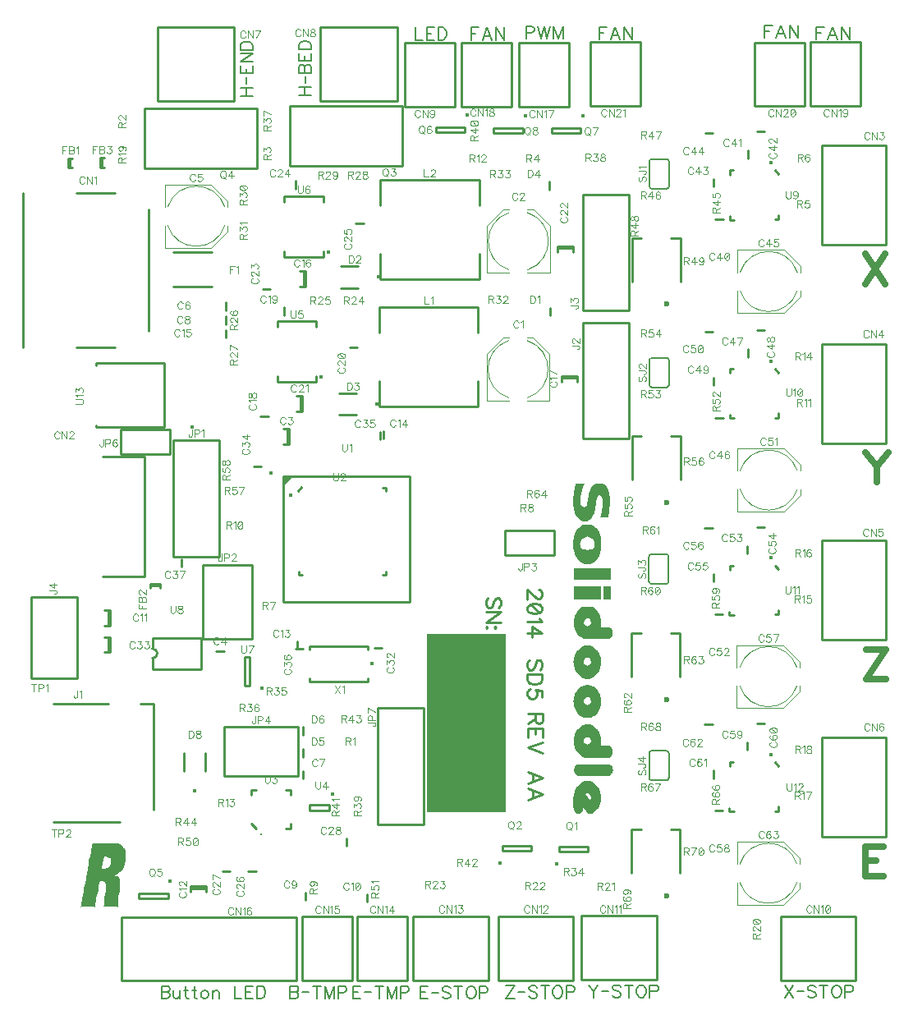
<source format=gbr>
G04 DipTrace Beta 2.3.5.2*
%INFixed Log TopSilk.gbr*%
%MOIN*%
%ADD10C,0.0098*%
%ADD12C,0.003*%
%ADD17C,0.006*%
%ADD24C,0.004*%
%ADD52C,0.0157*%
%ADD66C,0.0154*%
%ADD71C,0.0236*%
%ADD77C,0.0153*%
%ADD251C,0.0046*%
%ADD252C,0.0077*%
%ADD253C,0.0262*%
%ADD254C,0.0093*%
%FSLAX44Y44*%
G04*
G70*
G90*
G75*
G01*
%LNTopSilk*%
%LPD*%
X23666Y28641D2*
D24*
X22761D1*
Y30530D1*
X23430Y31200D1*
X23666D1*
X24414D2*
X24650D1*
X25320Y30530D1*
Y28641D1*
X24414D1*
X23666Y31082D2*
G03X23666Y28759I374J-1161D01*
G01*
X24414D2*
G03X24414Y31082I-374J1161D01*
G01*
X23676Y33836D2*
X22771D1*
Y35725D1*
X23440Y36395D1*
X23676D1*
X24424D2*
X24660D1*
X25330Y35725D1*
Y33836D1*
X24424D1*
X23676Y36277D2*
G03X23676Y33954I374J-1161D01*
G01*
X24424D2*
G03X24424Y36277I-374J1161D01*
G01*
X14682Y27505D2*
D10*
Y26876D1*
X14757Y27505D2*
Y26876D1*
Y27505D2*
X14521D1*
X14757Y26876D2*
X14521D1*
X11783Y18489D2*
X12098D1*
X9696Y36504D2*
D24*
Y37410D1*
X11585D1*
X12255Y36740D1*
Y36504D1*
Y35756D2*
Y35520D1*
X11585Y34851D1*
X9696D1*
Y35756D1*
X12137Y36504D2*
G03X9814Y36504I-1161J-374D01*
G01*
Y35756D2*
G03X12137Y35756I1161J374D01*
G01*
X12164Y32628D2*
D10*
Y32313D1*
X15307Y13303D2*
Y13618D1*
X12164Y32068D2*
Y31753D1*
X15414Y8683D2*
Y8368D1*
X17919Y8608D2*
Y8293D1*
X7407Y20130D2*
Y19501D1*
X7482Y20130D2*
Y19501D1*
Y20130D2*
X7246D1*
X7482Y19501D2*
X7246D1*
X10751Y8857D2*
X11380D1*
X10751Y8932D2*
X11380D1*
X10751D2*
Y8696D1*
X11380Y8932D2*
Y8696D1*
X15064Y18873D2*
Y18558D1*
X18566Y27093D2*
Y27408D1*
X12174Y31518D2*
Y31203D1*
X15325Y33905D2*
Y33276D1*
X15399Y33905D2*
Y33276D1*
Y33905D2*
X15164D1*
X15399Y33276D2*
X15164D1*
X25801Y29582D2*
X26430D1*
X25801Y29657D2*
X26430D1*
X25801D2*
Y29421D1*
X26430Y29657D2*
Y29421D1*
X13903Y27992D2*
X13588D1*
X14544Y32438D2*
Y32123D1*
X17197Y30799D2*
X17512D1*
X15202Y28825D2*
Y28196D1*
X15277Y28825D2*
Y28196D1*
Y28825D2*
X15041D1*
X15277Y28196D2*
X15041D1*
X25656Y34842D2*
X26285D1*
X25656Y34917D2*
X26285D1*
X25656D2*
Y34681D1*
X26285Y34917D2*
Y34681D1*
X13990Y33166D2*
X13675D1*
X15004Y37558D2*
Y37243D1*
X17455Y35834D2*
X17770D1*
X13083Y9556D2*
X13398D1*
X12033Y9531D2*
X12348D1*
X17064Y10873D2*
Y10558D1*
X18208Y18614D2*
X18523D1*
X7407Y19055D2*
Y18426D1*
X7482Y19055D2*
Y18426D1*
Y19055D2*
X7246D1*
X7482Y18426D2*
X7246D1*
X13623Y25966D2*
X13308D1*
X18454Y27388D2*
Y27073D1*
X15008Y18564D2*
X15323D1*
X10384Y22208D2*
Y21893D1*
X32053Y36014D2*
X32368D1*
X33364Y38798D2*
Y38483D1*
X33743Y39564D2*
X34058D1*
X31974Y37648D2*
Y37333D1*
X31633Y39514D2*
X31948D1*
X32936Y33854D2*
D24*
Y34760D1*
X34825D1*
X35495Y34091D1*
Y33854D1*
Y33106D2*
Y32870D1*
X34825Y32201D1*
X32936D1*
Y33106D1*
X35377Y33854D2*
G03X33054Y33854I-1161J-374D01*
G01*
Y33106D2*
G03X35377Y33106I1161J374D01*
G01*
X32053Y27954D2*
D10*
X32368D1*
X33364Y30738D2*
Y30423D1*
X33743Y31504D2*
X34058D1*
X31974Y29588D2*
Y29273D1*
X31633Y31454D2*
X31948D1*
X32936Y25794D2*
D24*
Y26700D1*
X34825D1*
X35495Y26030D1*
Y25794D1*
Y25046D2*
Y24810D1*
X34825Y24141D1*
X32936D1*
Y25046D1*
X35377Y25794D2*
G03X33054Y25794I-1161J-374D01*
G01*
Y25046D2*
G03X35377Y25046I1161J374D01*
G01*
X32040Y19973D2*
D10*
X32355D1*
X33351Y22757D2*
Y22442D1*
X33730Y23523D2*
X34045D1*
X31961Y21607D2*
Y21292D1*
X31620Y23473D2*
X31935D1*
X32923Y17814D2*
D24*
Y18719D1*
X34813D1*
X35482Y18050D1*
Y17814D1*
Y17065D2*
Y16829D1*
X34813Y16160D1*
X32923D1*
Y17065D1*
X35364Y17814D2*
G03X33041Y17814I-1161J-374D01*
G01*
Y17065D2*
G03X35364Y17065I1161J374D01*
G01*
X32043Y11994D2*
D10*
X32358D1*
X33354Y14778D2*
Y14463D1*
X33733Y15544D2*
X34048D1*
X31964Y13628D2*
Y13313D1*
X31623Y15494D2*
X31938D1*
X32926Y9834D2*
D24*
Y10740D1*
X34815D1*
X35485Y10070D1*
Y9834D1*
Y9086D2*
Y8850D1*
X34815Y8181D1*
X32926D1*
Y9086D1*
X35367Y9834D2*
G03X33044Y9834I-1161J-374D01*
G01*
Y9086D2*
G03X35367Y9086I1161J374D01*
G01*
X3940Y37090D2*
D10*
Y30791D1*
X7680Y37090D2*
X6105D1*
X9058Y36401D2*
Y31480D1*
X7680Y30791D2*
X6105D1*
X7159Y26360D2*
X8861D1*
Y21521D1*
X7159D1*
X38989Y39010D2*
X36390D1*
X38989Y34970D2*
Y39010D1*
Y34970D2*
X36390D1*
Y39010D1*
X38989Y30950D2*
X36390D1*
X38989Y26910D2*
Y30950D1*
Y26910D2*
X36390D1*
Y30950D1*
X38976Y22969D2*
X36378D1*
X38976Y18930D2*
Y22969D1*
Y18930D2*
X36378D1*
Y22969D1*
X38979Y14990D2*
X36380D1*
X38979Y10950D2*
Y14990D1*
Y10950D2*
X36380D1*
Y14990D1*
X9400Y43820D2*
X12520D1*
Y40820D1*
X9400D1*
Y43820D1*
X16010D2*
X19130D1*
Y40820D1*
X16010D1*
Y43820D1*
X21470Y40561D2*
Y43160D1*
X19430Y40561D2*
X21470D1*
X19430D2*
Y43160D1*
X21470D1*
X34710Y7719D2*
Y5120D1*
X37750Y7719D2*
X34710D1*
X37750D2*
Y5120D1*
X34710D1*
X26620Y7749D2*
Y5150D1*
X29660Y7749D2*
X26620D1*
X29660D2*
Y5150D1*
X26620D1*
X23250Y7719D2*
Y5120D1*
X26290Y7719D2*
X23250D1*
X26290D2*
Y5120D1*
X23250D1*
X19790Y7719D2*
Y5120D1*
X22830Y7719D2*
X19790D1*
X22830D2*
Y5120D1*
X19790D1*
X17510Y7709D2*
Y5110D1*
X19550Y7709D2*
X17510D1*
X19550D2*
Y5110D1*
X17510D1*
X15280Y7699D2*
Y5100D1*
X17320Y7699D2*
X15280D1*
X17320D2*
Y5100D1*
X15280D1*
X15033Y5092D2*
X7947D1*
Y7690D1*
X15033D1*
Y5092D1*
X26110Y40581D2*
Y43180D1*
X24070Y40581D2*
X26110D1*
X24070D2*
Y43180D1*
X26110D1*
X23780Y40581D2*
Y43180D1*
X21740Y40581D2*
X23780D1*
X21740D2*
Y43180D1*
X23780D1*
X37950Y40601D2*
Y43200D1*
X35910Y40601D2*
X37950D1*
X35910D2*
Y43200D1*
X37950D1*
X35690Y40591D2*
Y43190D1*
X33650Y40591D2*
X35690D1*
X33650D2*
Y43190D1*
X35690D1*
X29020Y40601D2*
Y43200D1*
X26980Y40601D2*
X29020D1*
X26980D2*
Y43200D1*
X29020D1*
X25325Y32423D2*
Y32108D1*
X17555Y33220D2*
X16846D1*
X17555Y34100D2*
X16846D1*
D52*
X18369Y33660D3*
X17485Y28062D2*
D10*
X16776D1*
X17485Y28942D2*
X16776D1*
D52*
X18299Y28502D3*
X25294Y37538D2*
D10*
Y37223D1*
X15301Y14178D2*
Y14493D1*
Y15078D2*
Y15393D1*
X10475Y13623D2*
Y14331D1*
X11355Y13623D2*
Y14331D1*
D52*
X10915Y12809D3*
X10037Y34679D2*
D10*
X11612D1*
X10037Y33261D2*
X11612D1*
X5777Y38487D2*
X5935D1*
X5777Y38093D2*
X5935D1*
X5777D2*
Y38487D1*
X5852Y38093D2*
Y38487D1*
X9517Y21204D2*
Y21045D1*
X9123Y21204D2*
Y21045D1*
Y21204D2*
X9517D1*
X9123Y21128D2*
X9517D1*
X7077Y38507D2*
X7235D1*
X7077Y38113D2*
X7235D1*
X7077D2*
Y38507D1*
X7152Y38113D2*
Y38507D1*
X7394Y16342D2*
X5189D1*
Y11539D2*
X7866D1*
X9225Y12050D2*
Y16342D1*
X8712D1*
X28530Y31818D2*
X26660D1*
Y27093D1*
X28530D1*
Y31818D1*
Y37018D2*
X26660D1*
Y32293D1*
X28530D1*
Y37018D1*
X6148Y20675D2*
X4279D1*
Y17368D1*
X6148D1*
Y20675D1*
X10025Y22313D2*
X11895D1*
Y27037D1*
X10025D1*
Y22313D1*
X11240Y20907D2*
Y18990D1*
Y21990D2*
Y18990D1*
X13240Y21990D2*
Y18990D1*
X11240Y21990D2*
X13240D1*
X11240Y18990D2*
X13240D1*
X25515Y22365D2*
Y23365D1*
X23515Y22365D2*
X25515D1*
X23515D2*
Y23365D1*
X25515D1*
X13188Y13395D2*
X15105D1*
X12105D2*
X15105D1*
X12105Y15395D2*
X15105D1*
X12105Y13395D2*
Y15395D1*
X15105Y13395D2*
Y15395D1*
X7920Y27460D2*
Y26460D1*
X9920Y27460D2*
X7920D1*
X9920D2*
Y26460D1*
X7920D1*
X20210Y16158D2*
X18340D1*
Y11433D1*
X20210D1*
Y16158D1*
X18397Y31404D2*
Y32428D1*
X22413D1*
Y31404D1*
X18397Y29436D2*
Y28412D1*
X22413D1*
Y29436D1*
X18447Y36574D2*
Y37598D1*
X22463D1*
Y36574D1*
X18447Y34606D2*
Y33582D1*
X22463D1*
Y34606D1*
D66*
X25607Y9843D3*
X25699Y10344D2*
D10*
X26880D1*
Y10541D1*
X25699D1*
Y10344D1*
D66*
X23307Y9868D3*
X23399Y10369D2*
D10*
X24580D1*
Y10566D1*
X23399D1*
Y10369D1*
X19348Y40601D2*
X14781D1*
Y38160D1*
X19348D1*
Y40601D1*
X13428Y40511D2*
X8861D1*
Y38070D1*
X13428D1*
Y40511D1*
D66*
X9924Y9137D3*
X9832Y8636D2*
D10*
X8651D1*
Y8439D1*
X9832D1*
Y8636D1*
D66*
X21969Y40227D3*
X21877Y39726D2*
D10*
X20696D1*
Y39529D1*
X21877D1*
Y39726D1*
D66*
X26669Y40217D3*
X26577Y39716D2*
D10*
X25396D1*
Y39519D1*
X26577D1*
Y39716D1*
D66*
X24329Y40197D3*
X24237Y39696D2*
D10*
X23056D1*
Y39499D1*
X24237D1*
Y39696D1*
X30632Y33486D2*
Y35257D1*
X28663Y33486D2*
Y35257D1*
X30632D2*
X30238D1*
X29057D2*
X28663D1*
D71*
X30081Y32560D3*
X30632Y25426D2*
D10*
Y27197D1*
X28663Y25426D2*
Y27197D1*
X30632D2*
X30238D1*
X29057D2*
X28663D1*
D71*
X30081Y24500D3*
X30619Y17445D2*
D10*
Y19216D1*
X28651Y17445D2*
Y19216D1*
X30619D2*
X30225D1*
X29044D2*
X28651D1*
D71*
X30068Y16520D3*
X30622Y9466D2*
D10*
Y11237D1*
X28653Y9466D2*
Y11237D1*
X30622D2*
X30228D1*
X29047D2*
X28653D1*
D71*
X30071Y8540D3*
X29370Y37350D2*
D17*
Y38350D1*
X30170Y37350D2*
G02X30070Y37250I-100J0D01*
G01*
Y38450D2*
G02X30170Y38350I0J-100D01*
G01*
X29470Y38450D2*
G03X29370Y38350I0J-100D01*
G01*
Y37350D2*
G03X29470Y37250I100J0D01*
G01*
X30070D1*
X29470Y38450D2*
X30070D1*
X30170Y38350D2*
Y37350D1*
X29370Y29290D2*
Y30290D1*
X30170Y29290D2*
G02X30070Y29190I-100J0D01*
G01*
Y30390D2*
G02X30170Y30290I0J-100D01*
G01*
X29470Y30390D2*
G03X29370Y30290I0J-100D01*
G01*
Y29290D2*
G03X29470Y29190I100J0D01*
G01*
X30070D1*
X29470Y30390D2*
X30070D1*
X30170Y30290D2*
Y29290D1*
X29357Y21309D2*
Y22310D1*
X30157Y21309D2*
G02X30057Y21209I-100J0D01*
G01*
Y22409D2*
G02X30157Y22310I0J-100D01*
G01*
X29457Y22409D2*
G03X29357Y22310I0J-100D01*
G01*
Y21309D2*
G03X29457Y21209I100J0D01*
G01*
X30057D1*
X29457Y22409D2*
X30057D1*
X30157Y22310D2*
Y21309D1*
X29360Y13330D2*
Y14330D1*
X30160Y13330D2*
G02X30060Y13230I-100J0D01*
G01*
Y14430D2*
G02X30160Y14330I0J-100D01*
G01*
X29460Y14430D2*
G03X29360Y14330I0J-100D01*
G01*
Y13330D2*
G03X29460Y13230I100J0D01*
G01*
X30060D1*
X29460Y14430D2*
X30060D1*
X30160Y14330D2*
Y13330D1*
X14522Y25577D2*
D10*
X19640D1*
Y20459D1*
X14522D1*
Y25577D1*
D77*
X14003Y25691D3*
G36*
X14522Y25577D2*
Y25183D1*
X14916Y25577D1*
X14522D1*
G37*
X15132Y21700D2*
D10*
Y21562D1*
X15270D1*
X18536Y25105D2*
X18673D1*
Y24967D2*
Y25105D1*
X18536Y21562D2*
X18673D1*
Y21700D1*
X15092Y24987D2*
X15250Y25145D1*
D52*
X14822Y24810D3*
X13418Y11276D2*
D10*
X13221Y11473D1*
X14796Y11276D2*
Y11473D1*
Y11276D2*
X14599D1*
X14796Y12654D2*
Y12851D1*
X14599D1*
X13221D2*
X13418D1*
X13221D2*
Y12654D1*
X13613Y11045D3*
D66*
X16496Y12669D3*
X16365Y12246D2*
D10*
X15577D1*
Y12010D1*
X16365D1*
Y12246D1*
X15572Y31860D2*
X14548D1*
X15257Y29400D2*
X15572D1*
X14863D2*
X14548D1*
D66*
X16052Y29603D3*
X15848Y31860D2*
D10*
X14273D1*
Y31624D1*
X15848Y31860D2*
Y31624D1*
Y29400D2*
X14272D1*
X14273Y29636D1*
X15848Y29400D2*
Y29636D1*
X15852Y36930D2*
X14828D1*
X15537Y34470D2*
X15852D1*
X15143D2*
X14828D1*
D66*
X16332Y34673D3*
X16128Y36930D2*
D10*
X14553D1*
Y36694D1*
X16128Y36930D2*
Y36694D1*
Y34470D2*
X14552D1*
X14553Y34706D1*
X16128Y34470D2*
Y34706D1*
D66*
X13637Y16982D3*
X13136Y17074D2*
D10*
Y18255D1*
X12939D1*
Y17074D1*
X13136D1*
X9194Y17752D2*
X11162D1*
X9194Y19012D2*
X11162D1*
Y17752D2*
Y19012D1*
X9194Y17752D2*
Y18185D1*
Y18579D2*
Y19012D1*
Y18185D2*
G03X9194Y18579I0J197D01*
G01*
D52*
X34323Y38310D3*
X34619Y37838D2*
D10*
X34481Y37995D1*
X34619Y36184D2*
Y36007D1*
X34481D1*
X32650Y37818D2*
Y37995D1*
X32788D1*
X32808Y35987D2*
X32630D1*
Y36125D1*
D52*
X34323Y30250D3*
X34619Y29778D2*
D10*
X34481Y29935D1*
X34619Y28124D2*
Y27947D1*
X34481D1*
X32650Y29758D2*
Y29935D1*
X32788D1*
X32808Y27927D2*
X32630D1*
Y28065D1*
D52*
X34311Y22269D3*
X34606Y21797D2*
D10*
X34468Y21955D1*
X34606Y20144D2*
Y19966D1*
X34468D1*
X32637Y21777D2*
Y21955D1*
X32775D1*
X32795Y19947D2*
X32618D1*
Y20084D1*
D52*
X34313Y14290D3*
X34609Y13818D2*
D10*
X34471Y13975D1*
X34609Y12164D2*
Y11987D1*
X34471D1*
X32640Y13798D2*
Y13975D1*
X32778D1*
X32798Y11967D2*
X32620D1*
Y12105D1*
X9661Y27569D2*
Y30167D1*
X6905Y27569D2*
X9661D1*
X6905D2*
Y27647D1*
Y30167D2*
X9661D1*
X6905D2*
Y30088D1*
D66*
X10811Y27578D3*
D52*
X18097Y17965D3*
X17939Y17375D2*
D10*
Y17256D1*
X15577D1*
Y17375D1*
X17939Y18556D2*
Y18674D1*
X15577D1*
Y18556D1*
G36*
X20330Y19160D2*
X23540D1*
Y11930D1*
X20330D1*
Y19160D1*
G37*
X6768Y10661D2*
D12*
X7785D1*
X6754Y10631D2*
X7856D1*
X6745Y10601D2*
X7911D1*
X6740Y10571D2*
X7949D1*
X6734Y10541D2*
X7976D1*
X6726Y10512D2*
X7987D1*
X6718Y10482D2*
X8054D1*
X6713Y10452D2*
X8054D1*
X6710Y10422D2*
X8055D1*
X6709Y10392D2*
X8059D1*
X6708Y10362D2*
X8066D1*
X6707Y10332D2*
X8074D1*
X6703Y10302D2*
X8079D1*
X6696Y10272D2*
X8082D1*
X6688Y10242D2*
X8083D1*
X6682Y10212D2*
X8084D1*
X6675Y10182D2*
X7258D1*
X7289D2*
X8084D1*
X6665Y10152D2*
X7218D1*
X7388D2*
X8084D1*
X6653Y10123D2*
X7201D1*
X7458D2*
X8084D1*
X6641Y10093D2*
X7188D1*
X7491D2*
X8084D1*
X6630Y10063D2*
X7177D1*
X7504D2*
X8083D1*
X6624Y10033D2*
X7168D1*
X7510D2*
X8079D1*
X6620Y10003D2*
X7162D1*
X7514D2*
X8072D1*
X6619Y9973D2*
X7159D1*
X7515D2*
X8064D1*
X6618Y9943D2*
X7157D1*
X7515D2*
X8059D1*
X6618Y9913D2*
X7156D1*
X7515D2*
X8056D1*
X6617Y9883D2*
X7152D1*
X7514D2*
X8054D1*
X6613Y9853D2*
X7144D1*
X7509D2*
X8049D1*
X6606Y9823D2*
X7137D1*
X7498D2*
X8041D1*
X6598Y9793D2*
X7130D1*
X7484D2*
X8029D1*
X6592Y9764D2*
X7124D1*
X7469D2*
X8017D1*
X6585Y9734D2*
X7115D1*
X7454D2*
X8005D1*
X6577Y9704D2*
X7107D1*
X7434D2*
X7994D1*
X6569Y9674D2*
X7101D1*
X7356D2*
X7979D1*
X6563Y9644D2*
X7097D1*
X7227D2*
X7961D1*
X6560Y9614D2*
X7939D1*
X6559Y9584D2*
X7912D1*
X6557Y9554D2*
X7883D1*
X6553Y9524D2*
X7853D1*
X6546Y9494D2*
X7816D1*
X6538Y9464D2*
X7770D1*
X6532Y9434D2*
X7720D1*
X6525Y9404D2*
X7680D1*
X6517Y9375D2*
X7654D1*
X6509Y9345D2*
X7785D1*
X6503Y9315D2*
X7800D1*
X6500Y9285D2*
X7816D1*
X6499Y9255D2*
X7829D1*
X6499Y9225D2*
X7838D1*
X6497Y9195D2*
X7842D1*
X6493Y9165D2*
X7844D1*
X6486Y9135D2*
X7043D1*
X7235D2*
X7844D1*
X6478Y9105D2*
X7024D1*
X7275D2*
X7845D1*
X6472Y9075D2*
X7010D1*
X7291D2*
X7845D1*
X6466Y9045D2*
X6998D1*
X7300D2*
X7845D1*
X6457Y9016D2*
X6988D1*
X7304D2*
X7845D1*
X6448Y8986D2*
X6982D1*
X7305D2*
X7845D1*
X6438Y8956D2*
X6979D1*
X7306D2*
X7845D1*
X6428Y8926D2*
X6978D1*
X7306D2*
X7845D1*
X6420Y8896D2*
X6977D1*
X7306D2*
X7845D1*
X6414Y8866D2*
X6977D1*
X7306D2*
X7845D1*
X6411Y8836D2*
X6977D1*
X7306D2*
X7845D1*
X6409Y8806D2*
X6976D1*
X7306D2*
X7844D1*
X6409Y8776D2*
X6972D1*
X7305D2*
X7840D1*
X6408Y8746D2*
X6964D1*
X7301D2*
X7833D1*
X6404Y8716D2*
X6952D1*
X7294D2*
X7825D1*
X6396Y8686D2*
X6940D1*
X7286D2*
X7819D1*
X6389Y8656D2*
X6928D1*
X7281D2*
X7812D1*
X6382Y8627D2*
X6918D1*
X7277D2*
X7803D1*
X6376Y8597D2*
X6907D1*
X7272D2*
X7795D1*
X6367Y8567D2*
X6898D1*
X7264D2*
X7790D1*
X6359Y8537D2*
X6893D1*
X7257D2*
X7787D1*
X6354Y8507D2*
X6890D1*
X7251D2*
X7786D1*
X6351Y8477D2*
X6888D1*
X7248D2*
X7785D1*
X6349Y8447D2*
X6888D1*
X7247D2*
X7785D1*
X6348Y8417D2*
X6887D1*
X7247D2*
X7785D1*
X6344Y8387D2*
X6886D1*
X7246D2*
X7785D1*
X6337Y8357D2*
X6882D1*
X7246D2*
X7785D1*
X6329Y8327D2*
X6875D1*
X7246D2*
X7785D1*
X6324Y8297D2*
X6866D1*
X7246D2*
X7785D1*
X6320Y8268D2*
X6857D1*
X7245D2*
X7785D1*
X6315Y8238D2*
X6847D1*
X7241D2*
X7785D1*
X6307Y8208D2*
X6838D1*
X7234D2*
X7785D1*
X6299Y8178D2*
X6833D1*
X7225D2*
X7785D1*
X6293Y8148D2*
X6829D1*
X7216D2*
X7785D1*
X6289Y8118D2*
D3*
X6827D2*
D3*
X7785D2*
D3*
X26374Y25285D2*
X26703D1*
X27182D2*
X27451D1*
X26373Y25255D2*
X26688D1*
X27138D2*
X27495D1*
X26369Y25225D2*
X26675D1*
X27099D2*
X27533D1*
X26362Y25196D2*
X26664D1*
X27066D2*
X27566D1*
X26354Y25166D2*
X26653D1*
X27038D2*
X27594D1*
X26349Y25136D2*
X26643D1*
X27016D2*
X27617D1*
X26345Y25106D2*
X26633D1*
X26998D2*
X27635D1*
X26340Y25076D2*
X26623D1*
X26985D2*
X27652D1*
X26332Y25046D2*
X26613D1*
X26973D2*
X27666D1*
X26324Y25016D2*
X26603D1*
X26962D2*
X27679D1*
X26319Y24986D2*
X26594D1*
X26952D2*
X27689D1*
X26316Y24956D2*
X26588D1*
X26942D2*
X27700D1*
X26315Y24926D2*
X26584D1*
X26932D2*
X27709D1*
X26313Y24896D2*
X26579D1*
X26923D2*
X27715D1*
X26309Y24866D2*
X26571D1*
X26917D2*
X27718D1*
X26302Y24837D2*
X26563D1*
X26913D2*
X27301D1*
X27350D2*
X27719D1*
X26294Y24807D2*
X26558D1*
X26908D2*
X27273D1*
X27389D2*
X27721D1*
X26289Y24777D2*
X26555D1*
X26900D2*
X27248D1*
X27417D2*
X27725D1*
X26286Y24747D2*
X26554D1*
X26893D2*
X27230D1*
X27435D2*
X27732D1*
X26285Y24717D2*
X26554D1*
X26887D2*
X27219D1*
X27448D2*
X27740D1*
X26284Y24687D2*
X26553D1*
X26884D2*
X27210D1*
X27460D2*
X27745D1*
X26284Y24657D2*
X26553D1*
X26882D2*
X27201D1*
X27469D2*
X27748D1*
X26284Y24627D2*
X26553D1*
X26878D2*
X27192D1*
X27475D2*
X27749D1*
X26284Y24597D2*
X26553D1*
X26870D2*
X27187D1*
X27479D2*
X27750D1*
X26284Y24567D2*
X26553D1*
X26863D2*
X27184D1*
X27480D2*
X27750D1*
X26284Y24537D2*
X26553D1*
X26857D2*
X27182D1*
X27480D2*
X27750D1*
X26284Y24507D2*
X26553D1*
X26853D2*
X27181D1*
X27481D2*
X27749D1*
X26284Y24477D2*
X26554D1*
X26848D2*
X27177D1*
X27481D2*
X27745D1*
X26284Y24448D2*
X26558D1*
X26840D2*
X27169D1*
X27481D2*
X27738D1*
X26284Y24418D2*
X26567D1*
X26831D2*
X27162D1*
X27481D2*
X27730D1*
X26285Y24388D2*
X26580D1*
X26821D2*
X27157D1*
X27480D2*
X27725D1*
X26289Y24358D2*
X26596D1*
X26807D2*
X27154D1*
X27476D2*
X27722D1*
X26296Y24328D2*
X26636D1*
X26769D2*
X27151D1*
X27469D2*
X27721D1*
X26304Y24298D2*
X26693D1*
X26712D2*
X27147D1*
X27461D2*
X27720D1*
X26309Y24268D2*
X27140D1*
X27456D2*
X27720D1*
X26313Y24238D2*
X27132D1*
X27452D2*
X27720D1*
X26318Y24208D2*
X27125D1*
X27447D2*
X27719D1*
X26326Y24178D2*
X27119D1*
X27439D2*
X27715D1*
X26335Y24148D2*
X27110D1*
X27431D2*
X27708D1*
X26344Y24118D2*
X27101D1*
X27425D2*
X27700D1*
X26354Y24089D2*
X27092D1*
X27418D2*
X27695D1*
X26364Y24059D2*
X27081D1*
X27410D2*
X27692D1*
X26375Y24029D2*
X27068D1*
X27401D2*
X27690D1*
X26390Y23999D2*
X27054D1*
X27396D2*
X27685D1*
X26410Y23969D2*
X27038D1*
X27393D2*
X27674D1*
X26433Y23939D2*
X27019D1*
X27391D2*
X27660D1*
X26459Y23909D2*
X26996D1*
X26494Y23879D2*
X26966D1*
X26542Y23849D2*
X26924D1*
X26604Y23819D2*
X26864D1*
X26673Y23789D2*
X26793D1*
X26673Y23610D2*
X27002D1*
X26619Y23580D2*
X27056D1*
X26572Y23550D2*
X27103D1*
X26532Y23520D2*
X27143D1*
X26497Y23490D2*
X27178D1*
X26466Y23460D2*
X27209D1*
X26439Y23430D2*
X27236D1*
X26417Y23400D2*
X27258D1*
X26399Y23370D2*
X27276D1*
X26382Y23341D2*
X27293D1*
X26368Y23311D2*
X27307D1*
X26355Y23281D2*
X27320D1*
X26345Y23251D2*
X27330D1*
X26334Y23221D2*
X27341D1*
X26325Y23191D2*
X27350D1*
X26319Y23161D2*
X27356D1*
X26315Y23131D2*
X26770D1*
X26905D2*
X27360D1*
X26310Y23101D2*
X26699D1*
X26977D2*
X27365D1*
X26302Y23071D2*
X26645D1*
X27034D2*
X27373D1*
X26294Y23041D2*
X26608D1*
X27074D2*
X27381D1*
X26289Y23011D2*
X26583D1*
X27103D2*
X27386D1*
X26286Y22981D2*
X26564D1*
X27118D2*
X27389D1*
X26285Y22952D2*
X26548D1*
X27130D2*
X27390D1*
X26284Y22922D2*
X26536D1*
X27140D2*
X27391D1*
X26284Y22892D2*
X26529D1*
X27146D2*
X27391D1*
X26284Y22862D2*
X26526D1*
X27149D2*
X27391D1*
X26284Y22832D2*
X26524D1*
X27151D2*
X27391D1*
X26284Y22802D2*
X26525D1*
X27150D2*
X27391D1*
X26284Y22772D2*
X26529D1*
X27146D2*
X27391D1*
X26284Y22742D2*
X26537D1*
X27138D2*
X27391D1*
X26284Y22712D2*
X26549D1*
X27126D2*
X27390D1*
X26285Y22682D2*
X26567D1*
X27108D2*
X27386D1*
X26289Y22652D2*
X26592D1*
X27083D2*
X27379D1*
X26296Y22622D2*
X26623D1*
X27052D2*
X27371D1*
X26304Y22593D2*
X26707D1*
X26968D2*
X27366D1*
X26310Y22563D2*
X26839D1*
X26836D2*
X27362D1*
X26317Y22533D2*
X27357D1*
X26325Y22503D2*
X27349D1*
X26335Y22473D2*
X27340D1*
X26344Y22443D2*
X27331D1*
X26355Y22413D2*
X27320D1*
X26368Y22383D2*
X27307D1*
X26382Y22353D2*
X27293D1*
X26396Y22323D2*
X27279D1*
X26411Y22293D2*
X27264D1*
X26427Y22263D2*
X27248D1*
X26446Y22233D2*
X27229D1*
X26471Y22204D2*
X27204D1*
X26502Y22174D2*
X27173D1*
X26544Y22144D2*
X27131D1*
X26598Y22114D2*
X27077D1*
X26662Y22084D2*
X27013D1*
X26733Y22054D2*
X26942D1*
X26314Y21845D2*
X27780D1*
X26314Y21815D2*
X27780D1*
X26314Y21785D2*
X27780D1*
X26314Y21755D2*
X27780D1*
X26314Y21725D2*
X27780D1*
X26314Y21695D2*
X27780D1*
X26314Y21665D2*
X27780D1*
X26314Y21635D2*
X27780D1*
X26314Y21605D2*
X27780D1*
X26314Y21575D2*
X27780D1*
X26314Y21545D2*
X27780D1*
X26314Y21515D2*
X27780D1*
X26314Y21485D2*
X27780D1*
X26314Y21456D2*
X27780D1*
X26314Y21426D2*
X27780D1*
X26314Y21396D2*
X27780D1*
X26314Y21097D2*
X27361D1*
X27511D2*
X27780D1*
X26314Y21067D2*
X27361D1*
X27511D2*
X27780D1*
X26314Y21037D2*
X27361D1*
X27511D2*
X27780D1*
X26314Y21007D2*
X27361D1*
X27511D2*
X27780D1*
X26314Y20977D2*
X27361D1*
X27511D2*
X27780D1*
X26314Y20947D2*
X27361D1*
X27511D2*
X27780D1*
X26314Y20917D2*
X27361D1*
X27511D2*
X27780D1*
X26314Y20887D2*
X27361D1*
X27511D2*
X27780D1*
X26314Y20857D2*
X27361D1*
X27511D2*
X27780D1*
X26314Y20827D2*
X27361D1*
X27511D2*
X27780D1*
X26314Y20797D2*
X27361D1*
X27511D2*
X27780D1*
X26314Y20767D2*
X27361D1*
X27511D2*
X27780D1*
X26314Y20737D2*
X27361D1*
X27511D2*
X27780D1*
X26314Y20708D2*
X27361D1*
X27511D2*
X27780D1*
X26314Y20678D2*
X27361D1*
X27511D2*
X27780D1*
X26314Y20648D2*
X27361D1*
X27511D2*
X27780D1*
X26314Y20618D2*
X27361D1*
X27511D2*
X27780D1*
X26673Y20289D2*
X27002D1*
X26625Y20259D2*
X27056D1*
X26579Y20229D2*
X27103D1*
X26537Y20199D2*
X27143D1*
X26501Y20169D2*
X27178D1*
X26471Y20139D2*
X27209D1*
X26448Y20109D2*
X27236D1*
X26429Y20079D2*
X27258D1*
X26412Y20049D2*
X27276D1*
X26397Y20019D2*
X27293D1*
X26381Y19989D2*
X27307D1*
X26367Y19960D2*
X27320D1*
X26355Y19930D2*
X27330D1*
X26345Y19900D2*
X27341D1*
X26334Y19870D2*
X27350D1*
X26325Y19840D2*
X27357D1*
X26319Y19810D2*
X26764D1*
X26937D2*
X27364D1*
X26316Y19780D2*
X26738D1*
X26959D2*
X27372D1*
X26315Y19750D2*
X26716D1*
X26976D2*
X27381D1*
X26314Y19720D2*
X26699D1*
X26989D2*
X27386D1*
X26314Y19690D2*
X26687D1*
X26996D2*
X27389D1*
X26314Y19660D2*
X26680D1*
X26999D2*
X27390D1*
X26314Y19630D2*
X26681D1*
X27000D2*
X27391D1*
X26314Y19601D2*
X26687D1*
X26995D2*
X27390D1*
X26314Y19571D2*
X26700D1*
X26986D2*
X27386D1*
X26314Y19541D2*
X26716D1*
X26960D2*
X27379D1*
X26315Y19511D2*
X26761D1*
X26915D2*
X27371D1*
X26319Y19481D2*
X26829D1*
X26847D2*
X27365D1*
X26326Y19451D2*
X27750D1*
X26335Y19421D2*
X27775D1*
X26344Y19391D2*
X27797D1*
X26355Y19361D2*
X27814D1*
X26368Y19331D2*
X27826D1*
X26382Y19301D2*
X27834D1*
X26397Y19271D2*
X27837D1*
X26415Y19241D2*
X27839D1*
X26435Y19212D2*
X27839D1*
X26455Y19182D2*
X27840D1*
X26480Y19152D2*
X27838D1*
X26512Y19122D2*
X27834D1*
X26552Y19092D2*
X27821D1*
X26597Y19062D2*
X27802D1*
X26649Y19032D2*
X27777D1*
X26703Y19002D2*
X27750D1*
X26733Y18703D2*
X26942D1*
X26665Y18673D2*
X27010D1*
X26609Y18643D2*
X27066D1*
X26565Y18613D2*
X27110D1*
X26528Y18583D2*
X27147D1*
X26495Y18553D2*
X27180D1*
X26465Y18523D2*
X27210D1*
X26439Y18493D2*
X27236D1*
X26417Y18464D2*
X27258D1*
X26399Y18434D2*
X27276D1*
X26382Y18404D2*
X27293D1*
X26368Y18374D2*
X27308D1*
X26355Y18344D2*
X27323D1*
X26345Y18314D2*
X27337D1*
X26334Y18284D2*
X27348D1*
X26325Y18254D2*
X27355D1*
X26319Y18224D2*
X26764D1*
X26911D2*
X27359D1*
X26315Y18194D2*
X26738D1*
X26937D2*
X27361D1*
X26310Y18164D2*
X26716D1*
X26959D2*
X27366D1*
X26302Y18134D2*
X26699D1*
X26976D2*
X27373D1*
X26294Y18105D2*
X26686D1*
X26989D2*
X27381D1*
X26290Y18075D2*
X26679D1*
X26996D2*
X27386D1*
X26291Y18045D2*
X26677D1*
X26998D2*
X27388D1*
X26297Y18015D2*
X26679D1*
X26996D2*
X27385D1*
X26304Y17985D2*
X26687D1*
X26988D2*
X27379D1*
X26309Y17955D2*
X26701D1*
X26974D2*
X27371D1*
X26312Y17925D2*
X26720D1*
X26955D2*
X27366D1*
X26314Y17895D2*
X26768D1*
X26907D2*
X27362D1*
X26319Y17865D2*
X26834D1*
X26841D2*
X27357D1*
X26326Y17835D2*
X27349D1*
X26335Y17805D2*
X27340D1*
X26344Y17775D2*
X27331D1*
X26355Y17745D2*
X27320D1*
X26368Y17716D2*
X27307D1*
X26382Y17686D2*
X27293D1*
X26398Y17656D2*
X27277D1*
X26416Y17626D2*
X27259D1*
X26439Y17596D2*
X27236D1*
X26466Y17566D2*
X27209D1*
X26496Y17536D2*
X27179D1*
X26529Y17506D2*
X27145D1*
X26569Y17476D2*
X27102D1*
X26621Y17446D2*
X27048D1*
X26687Y17416D2*
X26983D1*
X26763Y17386D2*
X26912D1*
X26793Y17117D2*
X26882D1*
X26706Y17087D2*
X26969D1*
X26634Y17057D2*
X27041D1*
X26578Y17027D2*
X27097D1*
X26534Y16997D2*
X27141D1*
X26499Y16968D2*
X27176D1*
X26470Y16938D2*
X27205D1*
X26446Y16908D2*
X27229D1*
X26425Y16878D2*
X27250D1*
X26404Y16848D2*
X27271D1*
X26385Y16818D2*
X27290D1*
X26369Y16788D2*
X27306D1*
X26356Y16758D2*
X27319D1*
X26345Y16728D2*
X27330D1*
X26334Y16698D2*
X27341D1*
X26325Y16668D2*
X27350D1*
X26319Y16638D2*
X27356D1*
X26316Y16609D2*
X26763D1*
X26948D2*
X27360D1*
X26314Y16579D2*
X26734D1*
X26959D2*
X27365D1*
X26309Y16549D2*
X26709D1*
X26974D2*
X27373D1*
X26302Y16519D2*
X26691D1*
X26987D2*
X27381D1*
X26294Y16489D2*
X26681D1*
X26995D2*
X27386D1*
X26290Y16459D2*
X26678D1*
X26999D2*
X27388D1*
X26291Y16429D2*
X26679D1*
X27000D2*
X27385D1*
X26297Y16399D2*
X26687D1*
X26995D2*
X27379D1*
X26304Y16369D2*
X26700D1*
X26986D2*
X27371D1*
X26309Y16339D2*
X26716D1*
X26960D2*
X27366D1*
X26312Y16309D2*
X26761D1*
X26915D2*
X27363D1*
X26314Y16279D2*
X26829D1*
X26847D2*
X27361D1*
X26319Y16249D2*
X27356D1*
X26327Y16220D2*
X27349D1*
X26339Y16190D2*
X27340D1*
X26352Y16160D2*
X27331D1*
X26367Y16130D2*
X27320D1*
X26381Y16100D2*
X27306D1*
X26397Y16070D2*
X27289D1*
X26415Y16040D2*
X27270D1*
X26434Y16010D2*
X27251D1*
X26454Y15980D2*
X27230D1*
X26476Y15950D2*
X27205D1*
X26504Y15920D2*
X27174D1*
X26540Y15890D2*
X27136D1*
X26586Y15861D2*
X27090D1*
X26641Y15831D2*
X27034D1*
X26703Y15801D2*
X26972D1*
X26763Y15501D2*
X26942D1*
X26681Y15472D2*
X27011D1*
X26616Y15442D2*
X27070D1*
X26568Y15412D2*
X27117D1*
X26529Y15382D2*
X27155D1*
X26496Y15352D2*
X27185D1*
X26465Y15322D2*
X27212D1*
X26439Y15292D2*
X27237D1*
X26417Y15262D2*
X27258D1*
X26399Y15232D2*
X27276D1*
X26382Y15202D2*
X27293D1*
X26368Y15172D2*
X27308D1*
X26355Y15142D2*
X27323D1*
X26345Y15113D2*
X27337D1*
X26334Y15083D2*
X27348D1*
X26325Y15053D2*
X27355D1*
X26319Y15023D2*
X26800D1*
X26875D2*
X27360D1*
X26316Y14993D2*
X26756D1*
X26919D2*
X27365D1*
X26315Y14963D2*
X26725D1*
X26950D2*
X27373D1*
X26314Y14933D2*
X26702D1*
X26973D2*
X27381D1*
X26314Y14903D2*
X26688D1*
X26987D2*
X27386D1*
X26314Y14873D2*
X26680D1*
X26995D2*
X27389D1*
X26314Y14843D2*
X26677D1*
X26998D2*
X27390D1*
X26314Y14813D2*
X26679D1*
X26996D2*
X27390D1*
X26314Y14783D2*
X26687D1*
X26988D2*
X27386D1*
X26314Y14753D2*
X26701D1*
X26974D2*
X27379D1*
X26314Y14724D2*
X26720D1*
X26955D2*
X27371D1*
X26315Y14694D2*
X26768D1*
X26907D2*
X27366D1*
X26319Y14664D2*
X26834D1*
X26841D2*
X27363D1*
X26326Y14634D2*
X27750D1*
X26335Y14604D2*
X27779D1*
X26344Y14574D2*
X27804D1*
X26355Y14544D2*
X27821D1*
X26369Y14514D2*
X27831D1*
X26386Y14484D2*
X27836D1*
X26405Y14454D2*
X27838D1*
X26424Y14424D2*
X27839D1*
X26445Y14394D2*
X27840D1*
X26469Y14365D2*
X27839D1*
X26497Y14335D2*
X27835D1*
X26530Y14305D2*
X27826D1*
X26572Y14275D2*
X27814D1*
X26621Y14245D2*
X27796D1*
X26676Y14215D2*
X27774D1*
X26733Y14185D2*
X27750D1*
X26404Y13886D2*
X27750D1*
X26385Y13856D2*
X27782D1*
X26368Y13826D2*
X27807D1*
X26352Y13796D2*
X27825D1*
X26338Y13766D2*
X27837D1*
X26327Y13736D2*
X27849D1*
X26320Y13706D2*
X27858D1*
X26316Y13676D2*
X27863D1*
X26316Y13646D2*
X27862D1*
X26319Y13617D2*
X27856D1*
X26327Y13587D2*
X27844D1*
X26340Y13557D2*
X27831D1*
X26359Y13527D2*
X27815D1*
X26386Y13497D2*
X27791D1*
X26422Y13467D2*
X27759D1*
X26463Y13437D2*
X27720D1*
X26733Y13198D2*
X26942D1*
X26665Y13168D2*
X27010D1*
X26609Y13138D2*
X27066D1*
X26565Y13108D2*
X27110D1*
X26528Y13078D2*
X27147D1*
X26495Y13048D2*
X27180D1*
X26465Y13018D2*
X27210D1*
X26439Y12988D2*
X27236D1*
X26417Y12958D2*
X27258D1*
X26399Y12928D2*
X27276D1*
X26382Y12898D2*
X27293D1*
X26368Y12869D2*
X27307D1*
X26355Y12839D2*
X27320D1*
X26345Y12809D2*
X27330D1*
X26334Y12779D2*
X27341D1*
X26325Y12749D2*
X27350D1*
X26319Y12719D2*
X26763D1*
X26911D2*
X27356D1*
X26315Y12689D2*
X26733D1*
X26937D2*
X27360D1*
X26310Y12659D2*
X26752D1*
X26959D2*
X27365D1*
X26302Y12629D2*
X26773D1*
X26976D2*
X27373D1*
X26294Y12599D2*
X26798D1*
X26989D2*
X27381D1*
X26289Y12569D2*
X26825D1*
X26996D2*
X27385D1*
X26286Y12539D2*
X26852D1*
X26998D2*
X27384D1*
X26285Y12509D2*
X26878D1*
X26997D2*
X27378D1*
X26284Y12480D2*
X26900D1*
X26982D2*
X27371D1*
X26284Y12450D2*
X26921D1*
X26950D2*
X27366D1*
X26284Y12420D2*
X27363D1*
X26284Y12390D2*
X27361D1*
X26284Y12360D2*
X27356D1*
X26284Y12330D2*
X27349D1*
X26284Y12300D2*
X27340D1*
X26284Y12270D2*
X27331D1*
X26284Y12240D2*
X27320D1*
X26284Y12210D2*
X27307D1*
X26285Y12180D2*
X27293D1*
X26289Y12150D2*
X27277D1*
X26296Y12121D2*
X26643D1*
X26709D2*
X27259D1*
X26304Y12091D2*
X26643D1*
X26721D2*
X27236D1*
X26310Y12061D2*
X26642D1*
X26741D2*
X27209D1*
X26318Y12031D2*
X26637D1*
X26766D2*
X27179D1*
X26331Y12001D2*
X26625D1*
X26794D2*
X27146D1*
X26352Y11971D2*
X26605D1*
X26823D2*
X27109D1*
X26377Y11941D2*
X26580D1*
X26853D2*
X27070D1*
X26404Y11911D2*
X26553D1*
X26882D2*
X27032D1*
X6768Y10661D2*
X6754Y10631D1*
X6745Y10601D1*
X6740Y10571D1*
X6734Y10541D1*
X6726Y10512D1*
X6718Y10482D1*
X6713Y10452D1*
X6710Y10422D1*
X6709Y10392D1*
X6708Y10362D1*
X6707Y10332D1*
X6703Y10302D1*
X6696Y10272D1*
X6688Y10242D1*
X6682Y10212D1*
X6675Y10182D1*
X6665Y10152D1*
X6653Y10123D1*
X6641Y10093D1*
X6630Y10063D1*
X6624Y10033D1*
X6620Y10003D1*
X6619Y9973D1*
X6618Y9943D1*
Y9913D1*
X6617Y9883D1*
X6613Y9853D1*
X6606Y9823D1*
X6598Y9793D1*
X6592Y9764D1*
X6585Y9734D1*
X6577Y9704D1*
X6569Y9674D1*
X6563Y9644D1*
X6560Y9614D1*
X6559Y9584D1*
X6557Y9554D1*
X6553Y9524D1*
X6546Y9494D1*
X6538Y9464D1*
X6532Y9434D1*
X6525Y9404D1*
X6517Y9375D1*
X6509Y9345D1*
X6503Y9315D1*
X6500Y9285D1*
X6499Y9255D1*
Y9225D1*
X6497Y9195D1*
X6493Y9165D1*
X6486Y9135D1*
X6478Y9105D1*
X6472Y9075D1*
X6466Y9045D1*
X6457Y9016D1*
X6448Y8986D1*
X6438Y8956D1*
X6428Y8926D1*
X6420Y8896D1*
X6414Y8866D1*
X6411Y8836D1*
X6409Y8806D1*
Y8776D1*
X6408Y8746D1*
X6404Y8716D1*
X6396Y8686D1*
X6389Y8656D1*
X6382Y8627D1*
X6376Y8597D1*
X6367Y8567D1*
X6359Y8537D1*
X6354Y8507D1*
X6351Y8477D1*
X6349Y8447D1*
X6348Y8417D1*
X6344Y8387D1*
X6337Y8357D1*
X6329Y8327D1*
X6324Y8297D1*
X6320Y8268D1*
X6315Y8238D1*
X6307Y8208D1*
X6299Y8178D1*
X6293Y8148D1*
X6289Y8118D1*
X7785Y10661D2*
X7856Y10631D1*
X7911Y10601D1*
X7949Y10571D1*
X7976Y10541D1*
X7987Y10512D1*
X7994Y10482D1*
X8054D1*
Y10452D1*
X8055Y10422D1*
X8059Y10392D1*
X8066Y10362D1*
X8074Y10332D1*
X8079Y10302D1*
X8082Y10272D1*
X8083Y10242D1*
X8084Y10212D1*
Y10182D1*
Y10152D1*
Y10123D1*
Y10093D1*
X8083Y10063D1*
X8079Y10033D1*
X8072Y10003D1*
X8064Y9973D1*
X8059Y9943D1*
X8056Y9913D1*
X8054Y9883D1*
X8049Y9853D1*
X8041Y9823D1*
X8029Y9793D1*
X8017Y9764D1*
X8005Y9734D1*
X7994Y9704D1*
X7979Y9674D1*
X7961Y9644D1*
X7939Y9614D1*
X7912Y9584D1*
X7883Y9554D1*
X7853Y9524D1*
X7816Y9494D1*
X7770Y9464D1*
X7720Y9434D1*
X7680Y9404D1*
X7654Y9375D1*
X7635Y9345D1*
X7785D1*
X7800Y9315D1*
X7816Y9285D1*
X7829Y9255D1*
X7838Y9225D1*
X7842Y9195D1*
X7844Y9165D1*
Y9135D1*
X7845Y9105D1*
Y9075D1*
Y9045D1*
Y9016D1*
Y8986D1*
Y8956D1*
Y8926D1*
Y8896D1*
Y8866D1*
Y8836D1*
X7844Y8806D1*
X7840Y8776D1*
X7833Y8746D1*
X7825Y8716D1*
X7819Y8686D1*
X7812Y8656D1*
X7803Y8627D1*
X7795Y8597D1*
X7790Y8567D1*
X7787Y8537D1*
X7786Y8507D1*
X7785Y8477D1*
Y8447D1*
Y8417D1*
Y8387D1*
Y8357D1*
Y8327D1*
Y8297D1*
Y8268D1*
Y8238D1*
Y8208D1*
Y8178D1*
Y8148D1*
Y8118D1*
X7306Y10212D2*
X7258Y10182D1*
X7218Y10152D1*
X7201Y10123D1*
X7188Y10093D1*
X7177Y10063D1*
X7168Y10033D1*
X7162Y10003D1*
X7159Y9973D1*
X7157Y9943D1*
X7156Y9913D1*
X7152Y9883D1*
X7144Y9853D1*
X7137Y9823D1*
X7130Y9793D1*
X7124Y9764D1*
X7115Y9734D1*
X7107Y9704D1*
X7101Y9674D1*
X7097Y9644D1*
X7336Y9614D1*
X7157Y10212D2*
X7289Y10182D1*
X7388Y10152D1*
X7458Y10123D1*
X7491Y10093D1*
X7504Y10063D1*
X7510Y10033D1*
X7514Y10003D1*
X7515Y9973D1*
Y9943D1*
Y9913D1*
X7514Y9883D1*
X7509Y9853D1*
X7498Y9823D1*
X7484Y9793D1*
X7469Y9764D1*
X7454Y9734D1*
X7434Y9704D1*
X7356Y9674D1*
X7227Y9644D1*
X7067Y9614D1*
Y9165D2*
X7043Y9135D1*
X7024Y9105D1*
X7010Y9075D1*
X6998Y9045D1*
X6988Y9016D1*
X6982Y8986D1*
X6979Y8956D1*
X6978Y8926D1*
X6977Y8896D1*
Y8866D1*
Y8836D1*
X6976Y8806D1*
X6972Y8776D1*
X6964Y8746D1*
X6952Y8716D1*
X6940Y8686D1*
X6928Y8656D1*
X6918Y8627D1*
X6907Y8597D1*
X6898Y8567D1*
X6893Y8537D1*
X6890Y8507D1*
X6888Y8477D1*
Y8447D1*
X6887Y8417D1*
X6886Y8387D1*
X6882Y8357D1*
X6875Y8327D1*
X6866Y8297D1*
X6857Y8268D1*
X6847Y8238D1*
X6838Y8208D1*
X6833Y8178D1*
X6829Y8148D1*
X6827Y8118D1*
X7186Y9165D2*
X7235Y9135D1*
X7275Y9105D1*
X7291Y9075D1*
X7300Y9045D1*
X7304Y9016D1*
X7305Y8986D1*
X7306Y8956D1*
Y8926D1*
Y8896D1*
Y8866D1*
Y8836D1*
Y8806D1*
X7305Y8776D1*
X7301Y8746D1*
X7294Y8716D1*
X7286Y8686D1*
X7281Y8656D1*
X7277Y8627D1*
X7272Y8597D1*
X7264Y8567D1*
X7257Y8537D1*
X7251Y8507D1*
X7248Y8477D1*
X7247Y8447D1*
Y8417D1*
X7246Y8387D1*
Y8357D1*
Y8327D1*
Y8297D1*
X7245Y8268D1*
X7241Y8238D1*
X7234Y8208D1*
X7225Y8178D1*
X7216Y8148D1*
X26374Y25285D2*
X26373Y25255D1*
X26369Y25225D1*
X26362Y25196D1*
X26354Y25166D1*
X26349Y25136D1*
X26345Y25106D1*
X26340Y25076D1*
X26332Y25046D1*
X26324Y25016D1*
X26319Y24986D1*
X26316Y24956D1*
X26315Y24926D1*
X26313Y24896D1*
X26309Y24866D1*
X26302Y24837D1*
X26294Y24807D1*
X26289Y24777D1*
X26286Y24747D1*
X26285Y24717D1*
X26284Y24687D1*
Y24657D1*
Y24627D1*
Y24597D1*
Y24567D1*
Y24537D1*
Y24507D1*
Y24477D1*
Y24448D1*
Y24418D1*
X26285Y24388D1*
X26289Y24358D1*
X26296Y24328D1*
X26304Y24298D1*
X26309Y24268D1*
X26313Y24238D1*
X26318Y24208D1*
X26326Y24178D1*
X26335Y24148D1*
X26344Y24118D1*
X26354Y24089D1*
X26364Y24059D1*
X26375Y24029D1*
X26390Y23999D1*
X26410Y23969D1*
X26433Y23939D1*
X26459Y23909D1*
X26494Y23879D1*
X26542Y23849D1*
X26604Y23819D1*
X26673Y23789D1*
X26703Y25285D2*
X26688Y25255D1*
X26675Y25225D1*
X26664Y25196D1*
X26653Y25166D1*
X26643Y25136D1*
X26633Y25106D1*
X26623Y25076D1*
X26613Y25046D1*
X26603Y25016D1*
X26594Y24986D1*
X26588Y24956D1*
X26584Y24926D1*
X26579Y24896D1*
X26571Y24866D1*
X26563Y24837D1*
X26558Y24807D1*
X26555Y24777D1*
X26554Y24747D1*
Y24717D1*
X26553Y24687D1*
Y24657D1*
Y24627D1*
Y24597D1*
Y24567D1*
Y24537D1*
Y24507D1*
X26554Y24477D1*
X26558Y24448D1*
X26567Y24418D1*
X26580Y24388D1*
X26596Y24358D1*
X26636Y24328D1*
X26693Y24298D1*
X26763Y24268D1*
X27182Y25285D2*
X27138Y25255D1*
X27099Y25225D1*
X27066Y25196D1*
X27038Y25166D1*
X27016Y25136D1*
X26998Y25106D1*
X26985Y25076D1*
X26973Y25046D1*
X26962Y25016D1*
X26952Y24986D1*
X26942Y24956D1*
X26932Y24926D1*
X26923Y24896D1*
X26917Y24866D1*
X26913Y24837D1*
X26908Y24807D1*
X26900Y24777D1*
X26893Y24747D1*
X26887Y24717D1*
X26884Y24687D1*
X26882Y24657D1*
X26878Y24627D1*
X26870Y24597D1*
X26863Y24567D1*
X26857Y24537D1*
X26853Y24507D1*
X26848Y24477D1*
X26840Y24448D1*
X26831Y24418D1*
X26821Y24388D1*
X26807Y24358D1*
X26769Y24328D1*
X26712Y24298D1*
X26643Y24268D1*
X27451Y25285D2*
X27495Y25255D1*
X27533Y25225D1*
X27566Y25196D1*
X27594Y25166D1*
X27617Y25136D1*
X27635Y25106D1*
X27652Y25076D1*
X27666Y25046D1*
X27679Y25016D1*
X27689Y24986D1*
X27700Y24956D1*
X27709Y24926D1*
X27715Y24896D1*
X27718Y24866D1*
X27719Y24837D1*
X27721Y24807D1*
X27725Y24777D1*
X27732Y24747D1*
X27740Y24717D1*
X27745Y24687D1*
X27748Y24657D1*
X27749Y24627D1*
X27750Y24597D1*
Y24567D1*
Y24537D1*
X27749Y24507D1*
X27745Y24477D1*
X27738Y24448D1*
X27730Y24418D1*
X27725Y24388D1*
X27722Y24358D1*
X27721Y24328D1*
X27720Y24298D1*
Y24268D1*
Y24238D1*
X27719Y24208D1*
X27715Y24178D1*
X27708Y24148D1*
X27700Y24118D1*
X27695Y24089D1*
X27692Y24059D1*
X27690Y24029D1*
X27685Y23999D1*
X27674Y23969D1*
X27660Y23939D1*
X27331Y24866D2*
X27301Y24837D1*
X27273Y24807D1*
X27248Y24777D1*
X27230Y24747D1*
X27219Y24717D1*
X27210Y24687D1*
X27201Y24657D1*
X27192Y24627D1*
X27187Y24597D1*
X27184Y24567D1*
X27182Y24537D1*
X27181Y24507D1*
X27177Y24477D1*
X27169Y24448D1*
X27162Y24418D1*
X27157Y24388D1*
X27154Y24358D1*
X27151Y24328D1*
X27147Y24298D1*
X27140Y24268D1*
X27132Y24238D1*
X27125Y24208D1*
X27119Y24178D1*
X27110Y24148D1*
X27101Y24118D1*
X27092Y24089D1*
X27081Y24059D1*
X27068Y24029D1*
X27054Y23999D1*
X27038Y23969D1*
X27019Y23939D1*
X26996Y23909D1*
X26966Y23879D1*
X26924Y23849D1*
X26864Y23819D1*
X26793Y23789D1*
X27301Y24866D2*
X27350Y24837D1*
X27389Y24807D1*
X27417Y24777D1*
X27435Y24747D1*
X27448Y24717D1*
X27460Y24687D1*
X27469Y24657D1*
X27475Y24627D1*
X27479Y24597D1*
X27480Y24567D1*
Y24537D1*
X27481Y24507D1*
Y24477D1*
Y24448D1*
Y24418D1*
X27480Y24388D1*
X27476Y24358D1*
X27469Y24328D1*
X27461Y24298D1*
X27456Y24268D1*
X27452Y24238D1*
X27447Y24208D1*
X27439Y24178D1*
X27431Y24148D1*
X27425Y24118D1*
X27418Y24089D1*
X27410Y24059D1*
X27401Y24029D1*
X27396Y23999D1*
X27393Y23969D1*
X27391Y23939D1*
X26673Y23610D2*
X26619Y23580D1*
X26572Y23550D1*
X26532Y23520D1*
X26497Y23490D1*
X26466Y23460D1*
X26439Y23430D1*
X26417Y23400D1*
X26399Y23370D1*
X26382Y23341D1*
X26368Y23311D1*
X26355Y23281D1*
X26345Y23251D1*
X26334Y23221D1*
X26325Y23191D1*
X26319Y23161D1*
X26315Y23131D1*
X26310Y23101D1*
X26302Y23071D1*
X26294Y23041D1*
X26289Y23011D1*
X26286Y22981D1*
X26285Y22952D1*
X26284Y22922D1*
Y22892D1*
Y22862D1*
Y22832D1*
Y22802D1*
Y22772D1*
Y22742D1*
Y22712D1*
X26285Y22682D1*
X26289Y22652D1*
X26296Y22622D1*
X26304Y22593D1*
X26310Y22563D1*
X26317Y22533D1*
X26325Y22503D1*
X26335Y22473D1*
X26344Y22443D1*
X26355Y22413D1*
X26368Y22383D1*
X26382Y22353D1*
X26396Y22323D1*
X26411Y22293D1*
X26427Y22263D1*
X26446Y22233D1*
X26471Y22204D1*
X26502Y22174D1*
X26544Y22144D1*
X26598Y22114D1*
X26662Y22084D1*
X26733Y22054D1*
X27002Y23610D2*
X27056Y23580D1*
X27103Y23550D1*
X27143Y23520D1*
X27178Y23490D1*
X27209Y23460D1*
X27236Y23430D1*
X27258Y23400D1*
X27276Y23370D1*
X27293Y23341D1*
X27307Y23311D1*
X27320Y23281D1*
X27330Y23251D1*
X27341Y23221D1*
X27350Y23191D1*
X27356Y23161D1*
X27360Y23131D1*
X27365Y23101D1*
X27373Y23071D1*
X27381Y23041D1*
X27386Y23011D1*
X27389Y22981D1*
X27390Y22952D1*
X27391Y22922D1*
Y22892D1*
Y22862D1*
Y22832D1*
Y22802D1*
Y22772D1*
Y22742D1*
X27390Y22712D1*
X27386Y22682D1*
X27379Y22652D1*
X27371Y22622D1*
X27366Y22593D1*
X27362Y22563D1*
X27357Y22533D1*
X27349Y22503D1*
X27340Y22473D1*
X27331Y22443D1*
X27320Y22413D1*
X27307Y22383D1*
X27293Y22353D1*
X27279Y22323D1*
X27264Y22293D1*
X27248Y22263D1*
X27229Y22233D1*
X27204Y22204D1*
X27173Y22174D1*
X27131Y22144D1*
X27077Y22114D1*
X27013Y22084D1*
X26942Y22054D1*
X26852Y23161D2*
X26770Y23131D1*
X26699Y23101D1*
X26645Y23071D1*
X26608Y23041D1*
X26583Y23011D1*
X26564Y22981D1*
X26548Y22952D1*
X26536Y22922D1*
X26529Y22892D1*
X26526Y22862D1*
X26524Y22832D1*
X26525Y22802D1*
X26529Y22772D1*
X26537Y22742D1*
X26549Y22712D1*
X26567Y22682D1*
X26592Y22652D1*
X26623Y22622D1*
X26707Y22593D1*
X26839Y22563D1*
X27002Y22533D1*
X26823Y23161D2*
X26905Y23131D1*
X26977Y23101D1*
X27034Y23071D1*
X27074Y23041D1*
X27103Y23011D1*
X27118Y22981D1*
X27130Y22952D1*
X27140Y22922D1*
X27146Y22892D1*
X27149Y22862D1*
X27151Y22832D1*
X27150Y22802D1*
X27146Y22772D1*
X27138Y22742D1*
X27126Y22712D1*
X27108Y22682D1*
X27083Y22652D1*
X27052Y22622D1*
X26968Y22593D1*
X26836Y22563D1*
X26673Y22533D1*
X26314Y21845D2*
Y21815D1*
Y21785D1*
Y21755D1*
Y21725D1*
Y21695D1*
Y21665D1*
Y21635D1*
Y21605D1*
Y21575D1*
Y21545D1*
Y21515D1*
Y21485D1*
Y21456D1*
Y21426D1*
Y21396D1*
X27780Y21845D2*
Y21815D1*
Y21785D1*
Y21755D1*
Y21725D1*
Y21695D1*
Y21665D1*
Y21635D1*
Y21605D1*
Y21575D1*
Y21545D1*
Y21515D1*
Y21485D1*
Y21456D1*
Y21426D1*
Y21396D1*
X26314Y21097D2*
Y21067D1*
Y21037D1*
Y21007D1*
Y20977D1*
Y20947D1*
Y20917D1*
Y20887D1*
Y20857D1*
Y20827D1*
Y20797D1*
Y20767D1*
Y20737D1*
Y20708D1*
Y20678D1*
Y20648D1*
Y20618D1*
X27361Y21097D2*
Y21067D1*
Y21037D1*
Y21007D1*
Y20977D1*
Y20947D1*
Y20917D1*
Y20887D1*
Y20857D1*
Y20827D1*
Y20797D1*
Y20767D1*
Y20737D1*
Y20708D1*
Y20678D1*
Y20648D1*
Y20618D1*
X27511Y21097D2*
Y21067D1*
Y21037D1*
Y21007D1*
Y20977D1*
Y20947D1*
Y20917D1*
Y20887D1*
Y20857D1*
Y20827D1*
Y20797D1*
Y20767D1*
Y20737D1*
Y20708D1*
Y20678D1*
Y20648D1*
Y20618D1*
X27780Y21097D2*
Y21067D1*
Y21037D1*
Y21007D1*
Y20977D1*
Y20947D1*
Y20917D1*
Y20887D1*
Y20857D1*
Y20827D1*
Y20797D1*
Y20767D1*
Y20737D1*
Y20708D1*
Y20678D1*
Y20648D1*
Y20618D1*
X26673Y20289D2*
X26625Y20259D1*
X26579Y20229D1*
X26537Y20199D1*
X26501Y20169D1*
X26471Y20139D1*
X26448Y20109D1*
X26429Y20079D1*
X26412Y20049D1*
X26397Y20019D1*
X26381Y19989D1*
X26367Y19960D1*
X26355Y19930D1*
X26345Y19900D1*
X26334Y19870D1*
X26325Y19840D1*
X26319Y19810D1*
X26316Y19780D1*
X26315Y19750D1*
X26314Y19720D1*
Y19690D1*
Y19660D1*
Y19630D1*
Y19601D1*
Y19571D1*
Y19541D1*
X26315Y19511D1*
X26319Y19481D1*
X26326Y19451D1*
X26335Y19421D1*
X26344Y19391D1*
X26355Y19361D1*
X26368Y19331D1*
X26382Y19301D1*
X26397Y19271D1*
X26415Y19241D1*
X26435Y19212D1*
X26455Y19182D1*
X26480Y19152D1*
X26512Y19122D1*
X26552Y19092D1*
X26597Y19062D1*
X26649Y19032D1*
X26703Y19002D1*
X27002Y20289D2*
X27056Y20259D1*
X27103Y20229D1*
X27143Y20199D1*
X27178Y20169D1*
X27209Y20139D1*
X27236Y20109D1*
X27258Y20079D1*
X27276Y20049D1*
X27293Y20019D1*
X27307Y19989D1*
X27320Y19960D1*
X27330Y19930D1*
X27341Y19900D1*
X27350Y19870D1*
X27357Y19840D1*
X27364Y19810D1*
X27372Y19780D1*
X27381Y19750D1*
X27386Y19720D1*
X27389Y19690D1*
X27390Y19660D1*
X27391Y19630D1*
X27390Y19601D1*
X27386Y19571D1*
X27379Y19541D1*
X27371Y19511D1*
X27365Y19481D1*
X27361Y19451D1*
X26793Y19840D2*
X26764Y19810D1*
X26738Y19780D1*
X26716Y19750D1*
X26699Y19720D1*
X26687Y19690D1*
X26680Y19660D1*
X26681Y19630D1*
X26687Y19601D1*
X26700Y19571D1*
X26716Y19541D1*
X26761Y19511D1*
X26829Y19481D1*
X26912Y19451D1*
Y19840D2*
X26937Y19810D1*
X26959Y19780D1*
X26976Y19750D1*
X26989Y19720D1*
X26996Y19690D1*
X26999Y19660D1*
X27000Y19630D1*
X26995Y19601D1*
X26986Y19571D1*
X26960Y19541D1*
X26915Y19511D1*
X26847Y19481D1*
X26763Y19451D1*
X27750D2*
X27775Y19421D1*
X27797Y19391D1*
X27814Y19361D1*
X27826Y19331D1*
X27834Y19301D1*
X27837Y19271D1*
X27839Y19241D1*
Y19212D1*
X27840Y19182D1*
X27838Y19152D1*
X27834Y19122D1*
X27821Y19092D1*
X27802Y19062D1*
X27777Y19032D1*
X27750Y19002D1*
X26733Y18703D2*
X26665Y18673D1*
X26609Y18643D1*
X26565Y18613D1*
X26528Y18583D1*
X26495Y18553D1*
X26465Y18523D1*
X26439Y18493D1*
X26417Y18464D1*
X26399Y18434D1*
X26382Y18404D1*
X26368Y18374D1*
X26355Y18344D1*
X26345Y18314D1*
X26334Y18284D1*
X26325Y18254D1*
X26319Y18224D1*
X26315Y18194D1*
X26310Y18164D1*
X26302Y18134D1*
X26294Y18105D1*
X26290Y18075D1*
X26291Y18045D1*
X26297Y18015D1*
X26304Y17985D1*
X26309Y17955D1*
X26312Y17925D1*
X26314Y17895D1*
X26319Y17865D1*
X26326Y17835D1*
X26335Y17805D1*
X26344Y17775D1*
X26355Y17745D1*
X26368Y17716D1*
X26382Y17686D1*
X26398Y17656D1*
X26416Y17626D1*
X26439Y17596D1*
X26466Y17566D1*
X26496Y17536D1*
X26529Y17506D1*
X26569Y17476D1*
X26621Y17446D1*
X26687Y17416D1*
X26763Y17386D1*
X26942Y18703D2*
X27010Y18673D1*
X27066Y18643D1*
X27110Y18613D1*
X27147Y18583D1*
X27180Y18553D1*
X27210Y18523D1*
X27236Y18493D1*
X27258Y18464D1*
X27276Y18434D1*
X27293Y18404D1*
X27308Y18374D1*
X27323Y18344D1*
X27337Y18314D1*
X27348Y18284D1*
X27355Y18254D1*
X27359Y18224D1*
X27361Y18194D1*
X27366Y18164D1*
X27373Y18134D1*
X27381Y18105D1*
X27386Y18075D1*
X27388Y18045D1*
X27385Y18015D1*
X27379Y17985D1*
X27371Y17955D1*
X27366Y17925D1*
X27362Y17895D1*
X27357Y17865D1*
X27349Y17835D1*
X27340Y17805D1*
X27331Y17775D1*
X27320Y17745D1*
X27307Y17716D1*
X27293Y17686D1*
X27277Y17656D1*
X27259Y17626D1*
X27236Y17596D1*
X27209Y17566D1*
X27179Y17536D1*
X27145Y17506D1*
X27102Y17476D1*
X27048Y17446D1*
X26983Y17416D1*
X26912Y17386D1*
X26793Y18254D2*
X26764Y18224D1*
X26738Y18194D1*
X26716Y18164D1*
X26699Y18134D1*
X26686Y18105D1*
X26679Y18075D1*
X26677Y18045D1*
X26679Y18015D1*
X26687Y17985D1*
X26701Y17955D1*
X26720Y17925D1*
X26768Y17895D1*
X26834Y17865D1*
X26912Y17835D1*
X26882Y18254D2*
X26911Y18224D1*
X26937Y18194D1*
X26959Y18164D1*
X26976Y18134D1*
X26989Y18105D1*
X26996Y18075D1*
X26998Y18045D1*
X26996Y18015D1*
X26988Y17985D1*
X26974Y17955D1*
X26955Y17925D1*
X26907Y17895D1*
X26841Y17865D1*
X26763Y17835D1*
X26793Y17117D2*
X26706Y17087D1*
X26634Y17057D1*
X26578Y17027D1*
X26534Y16997D1*
X26499Y16968D1*
X26470Y16938D1*
X26446Y16908D1*
X26425Y16878D1*
X26404Y16848D1*
X26385Y16818D1*
X26369Y16788D1*
X26356Y16758D1*
X26345Y16728D1*
X26334Y16698D1*
X26325Y16668D1*
X26319Y16638D1*
X26316Y16609D1*
X26314Y16579D1*
X26309Y16549D1*
X26302Y16519D1*
X26294Y16489D1*
X26290Y16459D1*
X26291Y16429D1*
X26297Y16399D1*
X26304Y16369D1*
X26309Y16339D1*
X26312Y16309D1*
X26314Y16279D1*
X26319Y16249D1*
X26327Y16220D1*
X26339Y16190D1*
X26352Y16160D1*
X26367Y16130D1*
X26381Y16100D1*
X26397Y16070D1*
X26415Y16040D1*
X26434Y16010D1*
X26454Y15980D1*
X26476Y15950D1*
X26504Y15920D1*
X26540Y15890D1*
X26586Y15861D1*
X26641Y15831D1*
X26703Y15801D1*
X26882Y17117D2*
X26969Y17087D1*
X27041Y17057D1*
X27097Y17027D1*
X27141Y16997D1*
X27176Y16968D1*
X27205Y16938D1*
X27229Y16908D1*
X27250Y16878D1*
X27271Y16848D1*
X27290Y16818D1*
X27306Y16788D1*
X27319Y16758D1*
X27330Y16728D1*
X27341Y16698D1*
X27350Y16668D1*
X27356Y16638D1*
X27360Y16609D1*
X27365Y16579D1*
X27373Y16549D1*
X27381Y16519D1*
X27386Y16489D1*
X27388Y16459D1*
X27385Y16429D1*
X27379Y16399D1*
X27371Y16369D1*
X27366Y16339D1*
X27363Y16309D1*
X27361Y16279D1*
X27356Y16249D1*
X27349Y16220D1*
X27340Y16190D1*
X27331Y16160D1*
X27320Y16130D1*
X27306Y16100D1*
X27289Y16070D1*
X27270Y16040D1*
X27251Y16010D1*
X27230Y15980D1*
X27205Y15950D1*
X27174Y15920D1*
X27136Y15890D1*
X27090Y15861D1*
X27034Y15831D1*
X26972Y15801D1*
X26793Y16638D2*
X26763Y16609D1*
X26734Y16579D1*
X26709Y16549D1*
X26691Y16519D1*
X26681Y16489D1*
X26678Y16459D1*
X26679Y16429D1*
X26687Y16399D1*
X26700Y16369D1*
X26716Y16339D1*
X26761Y16309D1*
X26829Y16279D1*
X26912Y16249D1*
X26942Y16638D2*
X26948Y16609D1*
X26959Y16579D1*
X26974Y16549D1*
X26987Y16519D1*
X26995Y16489D1*
X26999Y16459D1*
X27000Y16429D1*
X26995Y16399D1*
X26986Y16369D1*
X26960Y16339D1*
X26915Y16309D1*
X26847Y16279D1*
X26763Y16249D1*
Y15501D2*
X26681Y15472D1*
X26616Y15442D1*
X26568Y15412D1*
X26529Y15382D1*
X26496Y15352D1*
X26465Y15322D1*
X26439Y15292D1*
X26417Y15262D1*
X26399Y15232D1*
X26382Y15202D1*
X26368Y15172D1*
X26355Y15142D1*
X26345Y15113D1*
X26334Y15083D1*
X26325Y15053D1*
X26319Y15023D1*
X26316Y14993D1*
X26315Y14963D1*
X26314Y14933D1*
Y14903D1*
Y14873D1*
Y14843D1*
Y14813D1*
Y14783D1*
Y14753D1*
Y14724D1*
X26315Y14694D1*
X26319Y14664D1*
X26326Y14634D1*
X26335Y14604D1*
X26344Y14574D1*
X26355Y14544D1*
X26369Y14514D1*
X26386Y14484D1*
X26405Y14454D1*
X26424Y14424D1*
X26445Y14394D1*
X26469Y14365D1*
X26497Y14335D1*
X26530Y14305D1*
X26572Y14275D1*
X26621Y14245D1*
X26676Y14215D1*
X26733Y14185D1*
X26942Y15501D2*
X27011Y15472D1*
X27070Y15442D1*
X27117Y15412D1*
X27155Y15382D1*
X27185Y15352D1*
X27212Y15322D1*
X27237Y15292D1*
X27258Y15262D1*
X27276Y15232D1*
X27293Y15202D1*
X27308Y15172D1*
X27323Y15142D1*
X27337Y15113D1*
X27348Y15083D1*
X27355Y15053D1*
X27360Y15023D1*
X27365Y14993D1*
X27373Y14963D1*
X27381Y14933D1*
X27386Y14903D1*
X27389Y14873D1*
X27390Y14843D1*
Y14813D1*
X27386Y14783D1*
X27379Y14753D1*
X27371Y14724D1*
X27366Y14694D1*
X27363Y14664D1*
X27361Y14634D1*
X26852Y15053D2*
X26800Y15023D1*
X26756Y14993D1*
X26725Y14963D1*
X26702Y14933D1*
X26688Y14903D1*
X26680Y14873D1*
X26677Y14843D1*
X26679Y14813D1*
X26687Y14783D1*
X26701Y14753D1*
X26720Y14724D1*
X26768Y14694D1*
X26834Y14664D1*
X26912Y14634D1*
X26823Y15053D2*
X26875Y15023D1*
X26919Y14993D1*
X26950Y14963D1*
X26973Y14933D1*
X26987Y14903D1*
X26995Y14873D1*
X26998Y14843D1*
X26996Y14813D1*
X26988Y14783D1*
X26974Y14753D1*
X26955Y14724D1*
X26907Y14694D1*
X26841Y14664D1*
X26763Y14634D1*
X27750D2*
X27779Y14604D1*
X27804Y14574D1*
X27821Y14544D1*
X27831Y14514D1*
X27836Y14484D1*
X27838Y14454D1*
X27839Y14424D1*
X27840Y14394D1*
X27839Y14365D1*
X27835Y14335D1*
X27826Y14305D1*
X27814Y14275D1*
X27796Y14245D1*
X27774Y14215D1*
X27750Y14185D1*
X26404Y13886D2*
X26385Y13856D1*
X26368Y13826D1*
X26352Y13796D1*
X26338Y13766D1*
X26327Y13736D1*
X26320Y13706D1*
X26316Y13676D1*
Y13646D1*
X26319Y13617D1*
X26327Y13587D1*
X26340Y13557D1*
X26359Y13527D1*
X26386Y13497D1*
X26422Y13467D1*
X26463Y13437D1*
X27750Y13886D2*
X27782Y13856D1*
X27807Y13826D1*
X27825Y13796D1*
X27837Y13766D1*
X27849Y13736D1*
X27858Y13706D1*
X27863Y13676D1*
X27862Y13646D1*
X27856Y13617D1*
X27844Y13587D1*
X27831Y13557D1*
X27815Y13527D1*
X27791Y13497D1*
X27759Y13467D1*
X27720Y13437D1*
X26733Y13198D2*
X26665Y13168D1*
X26609Y13138D1*
X26565Y13108D1*
X26528Y13078D1*
X26495Y13048D1*
X26465Y13018D1*
X26439Y12988D1*
X26417Y12958D1*
X26399Y12928D1*
X26382Y12898D1*
X26368Y12869D1*
X26355Y12839D1*
X26345Y12809D1*
X26334Y12779D1*
X26325Y12749D1*
X26319Y12719D1*
X26315Y12689D1*
X26310Y12659D1*
X26302Y12629D1*
X26294Y12599D1*
X26289Y12569D1*
X26286Y12539D1*
X26285Y12509D1*
X26284Y12480D1*
Y12450D1*
Y12420D1*
Y12390D1*
Y12360D1*
Y12330D1*
Y12300D1*
Y12270D1*
Y12240D1*
Y12210D1*
X26285Y12180D1*
X26289Y12150D1*
X26296Y12121D1*
X26304Y12091D1*
X26310Y12061D1*
X26318Y12031D1*
X26331Y12001D1*
X26352Y11971D1*
X26377Y11941D1*
X26404Y11911D1*
X26942Y13198D2*
X27010Y13168D1*
X27066Y13138D1*
X27110Y13108D1*
X27147Y13078D1*
X27180Y13048D1*
X27210Y13018D1*
X27236Y12988D1*
X27258Y12958D1*
X27276Y12928D1*
X27293Y12898D1*
X27307Y12869D1*
X27320Y12839D1*
X27330Y12809D1*
X27341Y12779D1*
X27350Y12749D1*
X27356Y12719D1*
X27360Y12689D1*
X27365Y12659D1*
X27373Y12629D1*
X27381Y12599D1*
X27385Y12569D1*
X27384Y12539D1*
X27378Y12509D1*
X27371Y12480D1*
X27366Y12450D1*
X27363Y12420D1*
X27361Y12390D1*
X27356Y12360D1*
X27349Y12330D1*
X27340Y12300D1*
X27331Y12270D1*
X27320Y12240D1*
X27307Y12210D1*
X27293Y12180D1*
X27277Y12150D1*
X27259Y12121D1*
X27236Y12091D1*
X27209Y12061D1*
X27179Y12031D1*
X27146Y12001D1*
X27109Y11971D1*
X27070Y11941D1*
X27032Y11911D1*
X26793Y12749D2*
X26763Y12719D1*
X26733Y12689D1*
X26752Y12659D1*
X26773Y12629D1*
X26798Y12599D1*
X26825Y12569D1*
X26852Y12539D1*
X26878Y12509D1*
X26900Y12480D1*
X26921Y12450D1*
X26942Y12420D1*
X26882Y12749D2*
X26911Y12719D1*
X26937Y12689D1*
X26959Y12659D1*
X26976Y12629D1*
X26989Y12599D1*
X26996Y12569D1*
X26998Y12539D1*
X26997Y12509D1*
X26982Y12480D1*
X26950Y12450D1*
X26912Y12420D1*
X26643Y12150D2*
Y12121D1*
Y12091D1*
X26642Y12061D1*
X26637Y12031D1*
X26625Y12001D1*
X26605Y11971D1*
X26580Y11941D1*
X26553Y11911D1*
X26703Y12150D2*
X26709Y12121D1*
X26721Y12091D1*
X26741Y12061D1*
X26766Y12031D1*
X26794Y12001D1*
X26823Y11971D1*
X26853Y11941D1*
X26882Y11911D1*
X24065Y31823D2*
D251*
X24051Y31852D1*
X24022Y31881D1*
X23994Y31895D1*
X23936D1*
X23908Y31881D1*
X23879Y31852D1*
X23865Y31823D1*
X23850Y31780D1*
Y31708D1*
X23865Y31666D1*
X23879Y31637D1*
X23908Y31608D1*
X23936Y31594D1*
X23994D1*
X24022Y31608D1*
X24051Y31637D1*
X24065Y31666D1*
X24158Y31837D2*
X24187Y31852D1*
X24230Y31895D1*
Y31594D1*
X24011Y37018D2*
X23997Y37047D1*
X23968Y37076D1*
X23939Y37090D1*
X23882D1*
X23853Y37076D1*
X23825Y37047D1*
X23810Y37018D1*
X23796Y36975D1*
Y36903D1*
X23810Y36861D1*
X23825Y36832D1*
X23853Y36803D1*
X23882Y36789D1*
X23939D1*
X23968Y36803D1*
X23997Y36832D1*
X24011Y36861D1*
X24118Y37018D2*
Y37032D1*
X24132Y37061D1*
X24147Y37075D1*
X24176Y37090D1*
X24233D1*
X24261Y37075D1*
X24276Y37061D1*
X24290Y37032D1*
Y37004D1*
X24276Y36975D1*
X24247Y36932D1*
X24104Y36789D1*
X24305D1*
X14600Y27912D2*
X14586Y27941D1*
X14557Y27970D1*
X14528Y27984D1*
X14471D1*
X14442Y27970D1*
X14413Y27941D1*
X14399Y27912D1*
X14385Y27869D1*
Y27797D1*
X14399Y27754D1*
X14413Y27725D1*
X14442Y27697D1*
X14471Y27682D1*
X14528D1*
X14557Y27697D1*
X14586Y27725D1*
X14600Y27754D1*
X14721Y27983D2*
X14879D1*
X14793Y27869D1*
X14836D1*
X14865Y27854D1*
X14879Y27840D1*
X14893Y27797D1*
Y27769D1*
X14879Y27725D1*
X14850Y27697D1*
X14807Y27682D1*
X14764D1*
X14721Y27697D1*
X14707Y27711D1*
X14692Y27740D1*
X11897Y18977D2*
X11883Y19005D1*
X11854Y19034D1*
X11825Y19048D1*
X11768D1*
X11739Y19034D1*
X11711Y19005D1*
X11696Y18977D1*
X11682Y18934D1*
Y18862D1*
X11696Y18819D1*
X11711Y18790D1*
X11739Y18762D1*
X11768Y18747D1*
X11825D1*
X11854Y18762D1*
X11883Y18790D1*
X11897Y18819D1*
X12133Y18747D2*
Y19048D1*
X11990Y18847D1*
X12205D1*
X10936Y37777D2*
X10922Y37806D1*
X10893Y37835D1*
X10864Y37849D1*
X10807D1*
X10778Y37835D1*
X10750Y37806D1*
X10735Y37777D1*
X10721Y37734D1*
Y37662D1*
X10735Y37620D1*
X10750Y37591D1*
X10778Y37562D1*
X10807Y37548D1*
X10864D1*
X10893Y37562D1*
X10922Y37591D1*
X10936Y37620D1*
X11201Y37849D2*
X11058D1*
X11043Y37720D1*
X11058Y37734D1*
X11101Y37749D1*
X11143D1*
X11187Y37734D1*
X11215Y37705D1*
X11230Y37662D1*
Y37634D1*
X11215Y37591D1*
X11187Y37562D1*
X11143Y37548D1*
X11101D1*
X11058Y37562D1*
X11043Y37576D1*
X11029Y37605D1*
X10432Y32595D2*
X10418Y32623D1*
X10389Y32652D1*
X10361Y32666D1*
X10303D1*
X10274Y32652D1*
X10246Y32623D1*
X10231Y32595D1*
X10217Y32552D1*
Y32480D1*
X10231Y32437D1*
X10246Y32408D1*
X10274Y32379D1*
X10303Y32365D1*
X10361D1*
X10389Y32379D1*
X10418Y32408D1*
X10432Y32437D1*
X10697Y32623D2*
X10683Y32652D1*
X10640Y32666D1*
X10611D1*
X10568Y32652D1*
X10539Y32609D1*
X10525Y32537D1*
Y32465D1*
X10539Y32408D1*
X10568Y32379D1*
X10611Y32365D1*
X10625D1*
X10668Y32379D1*
X10697Y32408D1*
X10711Y32451D1*
Y32465D1*
X10697Y32508D1*
X10668Y32537D1*
X10625Y32551D1*
X10611D1*
X10568Y32537D1*
X10539Y32508D1*
X10525Y32465D1*
X15897Y14025D2*
X15883Y14053D1*
X15854Y14082D1*
X15826Y14097D1*
X15768D1*
X15739Y14082D1*
X15711Y14053D1*
X15696Y14025D1*
X15682Y13982D1*
Y13910D1*
X15696Y13867D1*
X15711Y13838D1*
X15739Y13810D1*
X15768Y13795D1*
X15826D1*
X15854Y13810D1*
X15883Y13838D1*
X15897Y13867D1*
X16047Y13795D2*
X16191Y14096D1*
X15990D1*
X10415Y32015D2*
X10401Y32043D1*
X10372Y32072D1*
X10343Y32086D1*
X10286D1*
X10257Y32072D1*
X10229Y32043D1*
X10214Y32015D1*
X10200Y31972D1*
Y31900D1*
X10214Y31857D1*
X10229Y31828D1*
X10257Y31799D1*
X10286Y31785D1*
X10343D1*
X10372Y31799D1*
X10401Y31828D1*
X10415Y31857D1*
X10579Y32086D2*
X10537Y32072D1*
X10522Y32043D1*
Y32014D1*
X10537Y31986D1*
X10565Y31971D1*
X10622Y31957D1*
X10666Y31943D1*
X10694Y31914D1*
X10708Y31885D1*
Y31842D1*
X10694Y31814D1*
X10680Y31799D1*
X10637Y31785D1*
X10579D1*
X10537Y31799D1*
X10522Y31814D1*
X10508Y31842D1*
Y31885D1*
X10522Y31914D1*
X10551Y31943D1*
X10594Y31957D1*
X10651Y31971D1*
X10680Y31986D1*
X10694Y32014D1*
Y32043D1*
X10680Y32072D1*
X10637Y32086D1*
X10579D1*
X14752Y9090D2*
X14738Y9118D1*
X14709Y9147D1*
X14680Y9161D1*
X14623D1*
X14594Y9147D1*
X14566Y9118D1*
X14551Y9090D1*
X14537Y9047D1*
Y8975D1*
X14551Y8932D1*
X14566Y8903D1*
X14594Y8874D1*
X14623Y8860D1*
X14680D1*
X14709Y8874D1*
X14738Y8903D1*
X14752Y8932D1*
X15031Y9061D2*
X15017Y9018D1*
X14988Y8989D1*
X14945Y8975D1*
X14931D1*
X14888Y8989D1*
X14859Y9018D1*
X14845Y9061D1*
Y9075D1*
X14859Y9118D1*
X14888Y9147D1*
X14931Y9161D1*
X14945D1*
X14988Y9147D1*
X15017Y9118D1*
X15031Y9061D1*
Y8989D1*
X15017Y8917D1*
X14988Y8874D1*
X14945Y8860D1*
X14917D1*
X14874Y8874D1*
X14859Y8903D1*
X17168Y9015D2*
X17153Y9043D1*
X17125Y9072D1*
X17096Y9086D1*
X17039D1*
X17010Y9072D1*
X16981Y9043D1*
X16967Y9015D1*
X16952Y8972D1*
Y8900D1*
X16967Y8857D1*
X16981Y8828D1*
X17010Y8799D1*
X17039Y8785D1*
X17096D1*
X17125Y8799D1*
X17153Y8828D1*
X17168Y8857D1*
X17260Y9029D2*
X17289Y9043D1*
X17332Y9086D1*
Y8785D1*
X17511Y9086D2*
X17468Y9072D1*
X17439Y9029D1*
X17425Y8957D1*
Y8914D1*
X17439Y8842D1*
X17468Y8799D1*
X17511Y8785D1*
X17540D1*
X17583Y8799D1*
X17611Y8842D1*
X17626Y8914D1*
Y8957D1*
X17611Y9029D1*
X17583Y9072D1*
X17540Y9086D1*
X17511D1*
X17611Y9029D2*
X17439Y8842D1*
X8617Y19922D2*
X8603Y19951D1*
X8574Y19980D1*
X8545Y19994D1*
X8488D1*
X8459Y19980D1*
X8431Y19951D1*
X8416Y19922D1*
X8402Y19879D1*
Y19807D1*
X8416Y19764D1*
X8431Y19735D1*
X8459Y19707D1*
X8488Y19692D1*
X8545D1*
X8574Y19707D1*
X8603Y19735D1*
X8617Y19764D1*
X8710Y19936D2*
X8738Y19951D1*
X8782Y19993D1*
Y19692D1*
X8874Y19936D2*
X8903Y19951D1*
X8946Y19993D1*
Y19692D1*
X10343Y8692D2*
X10315Y8678D1*
X10286Y8649D1*
X10271Y8621D1*
Y8563D1*
X10286Y8535D1*
X10315Y8506D1*
X10343Y8492D1*
X10386Y8477D1*
X10458D1*
X10501Y8492D1*
X10530Y8506D1*
X10558Y8535D1*
X10573Y8563D1*
Y8621D1*
X10558Y8649D1*
X10530Y8678D1*
X10501Y8692D1*
X10329Y8785D2*
X10315Y8814D1*
X10272Y8857D1*
X10573D1*
X10343Y8964D2*
X10329D1*
X10300Y8979D1*
X10286Y8993D1*
X10272Y9022D1*
Y9079D1*
X10286Y9108D1*
X10300Y9122D1*
X10329Y9136D1*
X10358D1*
X10387Y9122D1*
X10429Y9093D1*
X10573Y8950D1*
Y9151D1*
X14313Y19280D2*
X14298Y19308D1*
X14270Y19337D1*
X14241Y19351D1*
X14184D1*
X14155Y19337D1*
X14126Y19308D1*
X14112Y19280D1*
X14097Y19237D1*
Y19165D1*
X14112Y19122D1*
X14126Y19093D1*
X14155Y19064D1*
X14184Y19050D1*
X14241D1*
X14270Y19064D1*
X14298Y19093D1*
X14313Y19122D1*
X14405Y19294D2*
X14434Y19308D1*
X14477Y19351D1*
Y19050D1*
X14599Y19351D2*
X14756D1*
X14670Y19236D1*
X14713D1*
X14742Y19222D1*
X14756Y19208D1*
X14771Y19165D1*
Y19136D1*
X14756Y19093D1*
X14728Y19064D1*
X14685Y19050D1*
X14641D1*
X14599Y19064D1*
X14584Y19079D1*
X14570Y19107D1*
X19068Y27815D2*
X19053Y27843D1*
X19024Y27872D1*
X18996Y27886D1*
X18939D1*
X18910Y27872D1*
X18881Y27843D1*
X18867Y27815D1*
X18852Y27772D1*
Y27700D1*
X18867Y27657D1*
X18881Y27628D1*
X18910Y27599D1*
X18939Y27585D1*
X18996D1*
X19024Y27599D1*
X19053Y27628D1*
X19068Y27657D1*
X19160Y27829D2*
X19189Y27843D1*
X19232Y27886D1*
Y27585D1*
X19468D2*
Y27886D1*
X19325Y27685D1*
X19540D1*
X10303Y31485D2*
X10288Y31513D1*
X10260Y31542D1*
X10231Y31556D1*
X10174D1*
X10145Y31542D1*
X10116Y31513D1*
X10102Y31485D1*
X10087Y31442D1*
Y31370D1*
X10102Y31327D1*
X10116Y31298D1*
X10145Y31269D1*
X10174Y31255D1*
X10231D1*
X10260Y31269D1*
X10288Y31298D1*
X10303Y31327D1*
X10395Y31499D2*
X10424Y31513D1*
X10467Y31556D1*
Y31255D1*
X10732Y31556D2*
X10589D1*
X10574Y31427D1*
X10589Y31441D1*
X10632Y31456D1*
X10675D1*
X10718Y31441D1*
X10747Y31413D1*
X10761Y31370D1*
Y31341D1*
X10747Y31298D1*
X10718Y31269D1*
X10675Y31255D1*
X10632D1*
X10589Y31269D1*
X10574Y31284D1*
X10560Y31312D1*
X15167Y34312D2*
X15153Y34341D1*
X15124Y34370D1*
X15096Y34384D1*
X15038D1*
X15009Y34370D1*
X14981Y34341D1*
X14966Y34312D1*
X14952Y34269D1*
Y34197D1*
X14966Y34154D1*
X14981Y34125D1*
X15009Y34097D1*
X15038Y34082D1*
X15096D1*
X15124Y34097D1*
X15153Y34125D1*
X15167Y34154D1*
X15260Y34326D2*
X15289Y34341D1*
X15332Y34383D1*
Y34082D1*
X15596Y34341D2*
X15582Y34369D1*
X15539Y34383D1*
X15511D1*
X15467Y34369D1*
X15439Y34326D1*
X15424Y34254D1*
Y34183D1*
X15439Y34125D1*
X15467Y34097D1*
X15511Y34082D1*
X15525D1*
X15568Y34097D1*
X15596Y34125D1*
X15611Y34169D1*
Y34183D1*
X15596Y34226D1*
X15568Y34254D1*
X15525Y34269D1*
X15511D1*
X15467Y34254D1*
X15439Y34226D1*
X15424Y34183D1*
X25393Y29417D2*
X25365Y29403D1*
X25336Y29374D1*
X25321Y29346D1*
Y29288D1*
X25336Y29260D1*
X25365Y29231D1*
X25393Y29217D1*
X25436Y29202D1*
X25508D1*
X25551Y29217D1*
X25580Y29231D1*
X25608Y29260D1*
X25623Y29288D1*
Y29346D1*
X25608Y29374D1*
X25580Y29403D1*
X25551Y29417D1*
X25379Y29510D2*
X25365Y29539D1*
X25322Y29582D1*
X25623D1*
Y29732D2*
X25322Y29876D1*
Y29675D1*
X13181Y28500D2*
X13152Y28486D1*
X13123Y28457D1*
X13109Y28429D1*
Y28371D1*
X13123Y28342D1*
X13152Y28314D1*
X13181Y28299D1*
X13224Y28285D1*
X13296D1*
X13339Y28299D1*
X13368Y28314D1*
X13396Y28342D1*
X13411Y28371D1*
Y28429D1*
X13396Y28457D1*
X13368Y28486D1*
X13339Y28500D1*
X13167Y28593D2*
X13152Y28622D1*
X13110Y28665D1*
X13411D1*
X13110Y28829D2*
X13124Y28786D1*
X13152Y28772D1*
X13181D1*
X13210Y28786D1*
X13224Y28815D1*
X13239Y28872D1*
X13253Y28915D1*
X13282Y28944D1*
X13310Y28958D1*
X13353D1*
X13382Y28944D1*
X13396Y28929D1*
X13411Y28886D1*
Y28829D1*
X13396Y28786D1*
X13382Y28772D1*
X13353Y28757D1*
X13310D1*
X13282Y28772D1*
X13253Y28800D1*
X13239Y28843D1*
X13224Y28901D1*
X13210Y28929D1*
X13181Y28944D1*
X13152D1*
X13124Y28929D1*
X13110Y28886D1*
Y28829D1*
X13800Y32845D2*
X13785Y32873D1*
X13757Y32902D1*
X13728Y32916D1*
X13671D1*
X13642Y32902D1*
X13613Y32873D1*
X13599Y32845D1*
X13585Y32802D1*
Y32730D1*
X13599Y32687D1*
X13613Y32658D1*
X13642Y32629D1*
X13671Y32615D1*
X13728D1*
X13757Y32629D1*
X13785Y32658D1*
X13800Y32687D1*
X13892Y32859D2*
X13921Y32873D1*
X13964Y32916D1*
Y32615D1*
X14244Y32816D2*
X14229Y32773D1*
X14201Y32744D1*
X14157Y32730D1*
X14143D1*
X14100Y32744D1*
X14072Y32773D1*
X14057Y32816D1*
Y32830D1*
X14072Y32873D1*
X14100Y32902D1*
X14143Y32916D1*
X14157D1*
X14201Y32902D1*
X14229Y32873D1*
X14244Y32816D1*
Y32744D1*
X14229Y32672D1*
X14201Y32629D1*
X14157Y32615D1*
X14129D1*
X14086Y32629D1*
X14072Y32658D1*
X16790Y29983D2*
X16762Y29969D1*
X16733Y29940D1*
X16719Y29911D1*
Y29854D1*
X16733Y29825D1*
X16762Y29797D1*
X16790Y29782D1*
X16833Y29768D1*
X16905D1*
X16948Y29782D1*
X16977Y29797D1*
X17006Y29825D1*
X17020Y29854D1*
Y29911D1*
X17006Y29940D1*
X16977Y29969D1*
X16948Y29983D1*
X16791Y30090D2*
X16776D1*
X16748Y30104D1*
X16733Y30119D1*
X16719Y30147D1*
Y30205D1*
X16733Y30233D1*
X16748Y30248D1*
X16776Y30262D1*
X16805D1*
X16834Y30248D1*
X16877Y30219D1*
X17020Y30076D1*
Y30276D1*
X16719Y30455D2*
X16733Y30412D1*
X16776Y30383D1*
X16848Y30369D1*
X16891D1*
X16963Y30383D1*
X17006Y30412D1*
X17020Y30455D1*
Y30484D1*
X17006Y30527D1*
X16963Y30555D1*
X16891Y30570D1*
X16848D1*
X16776Y30555D1*
X16733Y30527D1*
X16719Y30484D1*
Y30455D1*
X16776Y30555D2*
X16963Y30383D1*
X15037Y29232D2*
X15023Y29261D1*
X14994Y29290D1*
X14966Y29304D1*
X14908D1*
X14880Y29290D1*
X14851Y29261D1*
X14837Y29232D1*
X14822Y29189D1*
Y29117D1*
X14837Y29074D1*
X14851Y29045D1*
X14880Y29017D1*
X14908Y29002D1*
X14966D1*
X14994Y29017D1*
X15023Y29045D1*
X15037Y29074D1*
X15145Y29232D2*
Y29246D1*
X15159Y29275D1*
X15173Y29289D1*
X15202Y29303D1*
X15259D1*
X15288Y29289D1*
X15302Y29275D1*
X15317Y29246D1*
Y29218D1*
X15302Y29189D1*
X15274Y29146D1*
X15130Y29002D1*
X15331D1*
X15424Y29246D2*
X15453Y29261D1*
X15496Y29303D1*
Y29002D1*
X25818Y36093D2*
X25790Y36079D1*
X25761Y36050D1*
X25746Y36021D1*
Y35964D1*
X25761Y35935D1*
X25790Y35907D1*
X25818Y35892D1*
X25861Y35878D1*
X25933D1*
X25976Y35892D1*
X26005Y35907D1*
X26033Y35935D1*
X26048Y35964D1*
Y36021D1*
X26033Y36050D1*
X26005Y36079D1*
X25976Y36093D1*
X25818Y36200D2*
X25804D1*
X25775Y36214D1*
X25761Y36229D1*
X25747Y36258D1*
Y36315D1*
X25761Y36343D1*
X25775Y36358D1*
X25804Y36372D1*
X25833D1*
X25862Y36358D1*
X25904Y36329D1*
X26048Y36186D1*
Y36387D1*
X25818Y36494D2*
X25804D1*
X25775Y36508D1*
X25761Y36522D1*
X25747Y36551D1*
Y36609D1*
X25761Y36637D1*
X25775Y36651D1*
X25804Y36666D1*
X25833D1*
X25862Y36651D1*
X25904Y36623D1*
X26048Y36479D1*
Y36680D1*
X13268Y33610D2*
X13239Y33596D1*
X13211Y33567D1*
X13196Y33539D1*
Y33481D1*
X13211Y33452D1*
X13239Y33424D1*
X13268Y33409D1*
X13311Y33395D1*
X13383D1*
X13426Y33409D1*
X13455Y33424D1*
X13483Y33452D1*
X13498Y33481D1*
Y33539D1*
X13483Y33567D1*
X13455Y33596D1*
X13426Y33610D1*
X13268Y33717D2*
X13254D1*
X13225Y33732D1*
X13211Y33746D1*
X13197Y33775D1*
Y33832D1*
X13211Y33861D1*
X13225Y33875D1*
X13254Y33890D1*
X13283D1*
X13311Y33875D1*
X13354Y33846D1*
X13498Y33703D1*
Y33904D1*
X13197Y34025D2*
Y34183D1*
X13311Y34097D1*
Y34140D1*
X13326Y34169D1*
X13340Y34183D1*
X13383Y34197D1*
X13412D1*
X13455Y34183D1*
X13484Y34154D1*
X13498Y34111D1*
Y34068D1*
X13484Y34025D1*
X13469Y34011D1*
X13440Y33996D1*
X14181Y37965D2*
X14167Y37993D1*
X14138Y38022D1*
X14109Y38036D1*
X14052D1*
X14023Y38022D1*
X13995Y37993D1*
X13980Y37965D1*
X13966Y37922D1*
Y37850D1*
X13980Y37807D1*
X13995Y37778D1*
X14023Y37749D1*
X14052Y37735D1*
X14109D1*
X14138Y37749D1*
X14167Y37778D1*
X14181Y37807D1*
X14288Y37964D2*
Y37979D1*
X14302Y38007D1*
X14317Y38022D1*
X14346Y38036D1*
X14403D1*
X14431Y38022D1*
X14446Y38007D1*
X14460Y37979D1*
Y37950D1*
X14446Y37921D1*
X14417Y37878D1*
X14274Y37735D1*
X14475D1*
X14711D2*
Y38036D1*
X14567Y37835D1*
X14782D1*
X17048Y35018D2*
X17019Y35004D1*
X16991Y34975D1*
X16976Y34946D1*
Y34889D1*
X16991Y34860D1*
X17019Y34832D1*
X17048Y34817D1*
X17091Y34803D1*
X17163D1*
X17206Y34817D1*
X17235Y34832D1*
X17263Y34860D1*
X17278Y34889D1*
Y34946D1*
X17263Y34975D1*
X17235Y35004D1*
X17206Y35018D1*
X17048Y35125D2*
X17034D1*
X17005Y35140D1*
X16991Y35154D1*
X16977Y35183D1*
Y35240D1*
X16991Y35269D1*
X17005Y35283D1*
X17034Y35297D1*
X17063D1*
X17091Y35283D1*
X17134Y35254D1*
X17278Y35111D1*
Y35312D1*
X16977Y35576D2*
Y35433D1*
X17106Y35419D1*
X17091Y35433D1*
X17077Y35476D1*
Y35519D1*
X17091Y35562D1*
X17120Y35591D1*
X17163Y35605D1*
X17192D1*
X17235Y35591D1*
X17264Y35562D1*
X17278Y35519D1*
Y35476D1*
X17264Y35433D1*
X17249Y35419D1*
X17220Y35404D1*
X12676Y8748D2*
X12647Y8733D1*
X12618Y8704D1*
X12604Y8676D1*
Y8619D1*
X12618Y8590D1*
X12647Y8561D1*
X12676Y8547D1*
X12719Y8532D1*
X12791D1*
X12833Y8547D1*
X12862Y8561D1*
X12891Y8590D1*
X12905Y8619D1*
Y8676D1*
X12891Y8704D1*
X12862Y8733D1*
X12833Y8748D1*
X12676Y8855D2*
X12662D1*
X12633Y8869D1*
X12619Y8883D1*
X12604Y8912D1*
Y8970D1*
X12619Y8998D1*
X12633Y9012D1*
X12662Y9027D1*
X12690D1*
X12719Y9012D1*
X12762Y8984D1*
X12905Y8840D1*
Y9041D1*
X12647Y9306D2*
X12619Y9292D1*
X12604Y9249D1*
Y9220D1*
X12619Y9177D1*
X12662Y9148D1*
X12733Y9134D1*
X12805D1*
X12862Y9148D1*
X12891Y9177D1*
X12905Y9220D1*
Y9234D1*
X12891Y9277D1*
X12862Y9306D1*
X12819Y9320D1*
X12805D1*
X12762Y9306D1*
X12733Y9277D1*
X12719Y9234D1*
Y9220D1*
X12733Y9177D1*
X12762Y9148D1*
X12805Y9134D1*
X11701Y8815D2*
X11672Y8801D1*
X11643Y8772D1*
X11629Y8744D1*
Y8686D1*
X11643Y8657D1*
X11672Y8629D1*
X11701Y8614D1*
X11744Y8600D1*
X11816D1*
X11858Y8614D1*
X11887Y8629D1*
X11916Y8657D1*
X11930Y8686D1*
Y8744D1*
X11916Y8772D1*
X11887Y8801D1*
X11858Y8815D1*
X11701Y8922D2*
X11687D1*
X11658Y8937D1*
X11644Y8951D1*
X11629Y8980D1*
Y9037D1*
X11644Y9066D1*
X11658Y9080D1*
X11687Y9095D1*
X11715D1*
X11744Y9080D1*
X11787Y9051D1*
X11930Y8908D1*
Y9109D1*
Y9259D2*
X11629Y9402D1*
Y9201D1*
X16248Y11280D2*
X16234Y11308D1*
X16205Y11337D1*
X16177Y11351D1*
X16119D1*
X16090Y11337D1*
X16062Y11308D1*
X16047Y11280D1*
X16033Y11237D1*
Y11165D1*
X16047Y11122D1*
X16062Y11093D1*
X16090Y11064D1*
X16119Y11050D1*
X16177D1*
X16205Y11064D1*
X16234Y11093D1*
X16248Y11122D1*
X16355Y11279D2*
Y11294D1*
X16370Y11322D1*
X16384Y11337D1*
X16413Y11351D1*
X16470D1*
X16499Y11337D1*
X16513Y11322D1*
X16528Y11294D1*
Y11265D1*
X16513Y11236D1*
X16484Y11193D1*
X16341Y11050D1*
X16542D1*
X16706Y11351D2*
X16663Y11337D1*
X16649Y11308D1*
Y11279D1*
X16663Y11251D1*
X16692Y11236D1*
X16749Y11222D1*
X16792Y11208D1*
X16821Y11179D1*
X16835Y11150D1*
Y11107D1*
X16821Y11079D1*
X16807Y11064D1*
X16763Y11050D1*
X16706D1*
X16663Y11064D1*
X16649Y11079D1*
X16634Y11107D1*
Y11150D1*
X16649Y11179D1*
X16678Y11208D1*
X16720Y11222D1*
X16778Y11236D1*
X16807Y11251D1*
X16821Y11279D1*
Y11308D1*
X16807Y11337D1*
X16763Y11351D1*
X16706D1*
X18776Y17823D2*
X18747Y17809D1*
X18718Y17780D1*
X18704Y17751D1*
Y17694D1*
X18718Y17665D1*
X18747Y17637D1*
X18776Y17622D1*
X18819Y17608D1*
X18891D1*
X18933Y17622D1*
X18962Y17637D1*
X18991Y17665D1*
X19005Y17694D1*
Y17751D1*
X18991Y17780D1*
X18962Y17809D1*
X18933Y17823D1*
X18704Y17945D2*
Y18102D1*
X18819Y18016D1*
Y18059D1*
X18833Y18088D1*
X18848Y18102D1*
X18891Y18117D1*
X18919D1*
X18962Y18102D1*
X18991Y18074D1*
X19005Y18030D1*
Y17987D1*
X18991Y17945D1*
X18977Y17930D1*
X18948Y17916D1*
X18776Y18224D2*
X18762D1*
X18733Y18238D1*
X18719Y18252D1*
X18704Y18281D1*
Y18339D1*
X18719Y18367D1*
X18733Y18381D1*
X18762Y18396D1*
X18790D1*
X18819Y18381D1*
X18862Y18353D1*
X19005Y18209D1*
Y18410D1*
X8478Y18807D2*
X8464Y18836D1*
X8435Y18865D1*
X8406Y18879D1*
X8349D1*
X8320Y18865D1*
X8292Y18836D1*
X8277Y18807D1*
X8263Y18764D1*
Y18692D1*
X8277Y18649D1*
X8292Y18620D1*
X8320Y18592D1*
X8349Y18577D1*
X8406D1*
X8435Y18592D1*
X8464Y18620D1*
X8478Y18649D1*
X8599Y18878D2*
X8757D1*
X8671Y18764D1*
X8714D1*
X8743Y18749D1*
X8757Y18735D1*
X8772Y18692D1*
Y18664D1*
X8757Y18620D1*
X8728Y18592D1*
X8685Y18577D1*
X8642D1*
X8599Y18592D1*
X8585Y18606D1*
X8571Y18635D1*
X8893Y18878D2*
X9051D1*
X8965Y18764D1*
X9008D1*
X9036Y18749D1*
X9051Y18735D1*
X9065Y18692D1*
Y18664D1*
X9051Y18620D1*
X9022Y18592D1*
X8979Y18577D1*
X8936D1*
X8893Y18592D1*
X8879Y18606D1*
X8864Y18635D1*
X12901Y26678D2*
X12872Y26664D1*
X12843Y26635D1*
X12829Y26606D1*
Y26549D1*
X12843Y26520D1*
X12872Y26492D1*
X12901Y26477D1*
X12944Y26463D1*
X13016D1*
X13058Y26477D1*
X13087Y26492D1*
X13116Y26520D1*
X13130Y26549D1*
Y26606D1*
X13116Y26635D1*
X13087Y26664D1*
X13058Y26678D1*
X12829Y26800D2*
Y26957D1*
X12944Y26871D1*
Y26914D1*
X12958Y26943D1*
X12973Y26957D1*
X13016Y26972D1*
X13044D1*
X13087Y26957D1*
X13116Y26929D1*
X13130Y26885D1*
Y26842D1*
X13116Y26800D1*
X13102Y26785D1*
X13073Y26771D1*
X13130Y27208D2*
X12829D1*
X13030Y27064D1*
Y27280D1*
X17638Y27795D2*
X17624Y27823D1*
X17595Y27852D1*
X17566Y27866D1*
X17509D1*
X17480Y27852D1*
X17452Y27823D1*
X17437Y27795D1*
X17423Y27752D1*
Y27680D1*
X17437Y27637D1*
X17452Y27608D1*
X17480Y27579D1*
X17509Y27565D1*
X17566D1*
X17595Y27579D1*
X17624Y27608D1*
X17638Y27637D1*
X17760Y27866D2*
X17917D1*
X17831Y27751D1*
X17874D1*
X17903Y27737D1*
X17917Y27723D1*
X17932Y27680D1*
Y27651D1*
X17917Y27608D1*
X17889Y27579D1*
X17845Y27565D1*
X17802D1*
X17760Y27579D1*
X17745Y27594D1*
X17731Y27622D1*
X18196Y27866D2*
X18053D1*
X18039Y27737D1*
X18053Y27751D1*
X18096Y27766D1*
X18139D1*
X18182Y27751D1*
X18211Y27723D1*
X18225Y27680D1*
Y27651D1*
X18211Y27608D1*
X18182Y27579D1*
X18139Y27565D1*
X18096D1*
X18053Y27579D1*
X18039Y27594D1*
X18024Y27622D1*
X14601Y17755D2*
X14572Y17741D1*
X14543Y17712D1*
X14529Y17684D1*
Y17626D1*
X14543Y17598D1*
X14572Y17569D1*
X14601Y17554D1*
X14644Y17540D1*
X14716D1*
X14758Y17554D1*
X14787Y17569D1*
X14816Y17598D1*
X14830Y17626D1*
Y17684D1*
X14816Y17712D1*
X14787Y17741D1*
X14758Y17755D1*
X14529Y17877D2*
Y18034D1*
X14644Y17949D1*
Y17992D1*
X14658Y18020D1*
X14673Y18034D1*
X14716Y18049D1*
X14744D1*
X14787Y18034D1*
X14816Y18006D1*
X14830Y17963D1*
Y17920D1*
X14816Y17877D1*
X14802Y17863D1*
X14773Y17848D1*
X14572Y18314D2*
X14544Y18299D1*
X14529Y18256D1*
Y18228D1*
X14544Y18185D1*
X14587Y18156D1*
X14658Y18142D1*
X14730D1*
X14787Y18156D1*
X14816Y18185D1*
X14830Y18228D1*
Y18242D1*
X14816Y18285D1*
X14787Y18314D1*
X14744Y18328D1*
X14730D1*
X14687Y18314D1*
X14658Y18285D1*
X14644Y18242D1*
Y18228D1*
X14658Y18185D1*
X14687Y18156D1*
X14730Y18142D1*
X9918Y21665D2*
X9904Y21693D1*
X9875Y21722D1*
X9846Y21736D1*
X9789D1*
X9760Y21722D1*
X9732Y21693D1*
X9717Y21665D1*
X9703Y21622D1*
Y21550D1*
X9717Y21507D1*
X9732Y21478D1*
X9760Y21449D1*
X9789Y21435D1*
X9846D1*
X9875Y21449D1*
X9904Y21478D1*
X9918Y21507D1*
X10040Y21736D2*
X10197D1*
X10111Y21621D1*
X10154D1*
X10183Y21607D1*
X10197Y21593D1*
X10212Y21550D1*
Y21521D1*
X10197Y21478D1*
X10169Y21449D1*
X10125Y21435D1*
X10082D1*
X10040Y21449D1*
X10025Y21464D1*
X10011Y21492D1*
X10362Y21435D2*
X10505Y21736D1*
X10304D1*
X32017Y34581D2*
X32003Y34609D1*
X31974Y34638D1*
X31945Y34653D1*
X31888D1*
X31859Y34638D1*
X31831Y34609D1*
X31816Y34581D1*
X31802Y34538D1*
Y34466D1*
X31816Y34423D1*
X31831Y34394D1*
X31859Y34366D1*
X31888Y34351D1*
X31945D1*
X31974Y34366D1*
X32003Y34394D1*
X32017Y34423D1*
X32253Y34351D2*
Y34652D1*
X32110Y34452D1*
X32325D1*
X32504Y34652D2*
X32461Y34638D1*
X32432Y34595D1*
X32418Y34523D1*
Y34480D1*
X32432Y34409D1*
X32461Y34365D1*
X32504Y34351D1*
X32532D1*
X32575Y34365D1*
X32604Y34409D1*
X32618Y34480D1*
Y34523D1*
X32604Y34595D1*
X32575Y34638D1*
X32532Y34652D1*
X32504D1*
X32604Y34595D2*
X32432Y34409D1*
X32605Y39205D2*
X32591Y39233D1*
X32562Y39262D1*
X32534Y39276D1*
X32476D1*
X32448Y39262D1*
X32419Y39233D1*
X32405Y39205D1*
X32390Y39162D1*
Y39090D1*
X32405Y39047D1*
X32419Y39018D1*
X32448Y38990D1*
X32476Y38975D1*
X32534D1*
X32562Y38990D1*
X32591Y39018D1*
X32605Y39047D1*
X32842Y38975D2*
Y39276D1*
X32698Y39075D1*
X32913D1*
X33006Y39219D2*
X33035Y39233D1*
X33078Y39276D1*
Y38975D1*
X34296Y38701D2*
X34267Y38687D1*
X34238Y38658D1*
X34224Y38629D1*
Y38572D1*
X34238Y38543D1*
X34267Y38515D1*
X34296Y38500D1*
X34339Y38486D1*
X34411D1*
X34453Y38500D1*
X34482Y38515D1*
X34511Y38543D1*
X34525Y38572D1*
Y38629D1*
X34511Y38658D1*
X34482Y38687D1*
X34453Y38701D1*
X34525Y38937D2*
X34224D1*
X34425Y38794D1*
Y39009D1*
X34296Y39116D2*
X34282D1*
X34253Y39130D1*
X34239Y39145D1*
X34224Y39173D1*
Y39231D1*
X34239Y39259D1*
X34253Y39274D1*
X34282Y39288D1*
X34310D1*
X34339Y39274D1*
X34382Y39245D1*
X34525Y39101D1*
Y39302D1*
X31151Y38055D2*
X31137Y38083D1*
X31108Y38112D1*
X31079Y38126D1*
X31022D1*
X30993Y38112D1*
X30965Y38083D1*
X30950Y38055D1*
X30936Y38012D1*
Y37940D1*
X30950Y37897D1*
X30965Y37868D1*
X30993Y37840D1*
X31022Y37825D1*
X31079D1*
X31108Y37840D1*
X31137Y37868D1*
X31151Y37897D1*
X31387Y37825D2*
Y38126D1*
X31244Y37925D1*
X31459D1*
X31580Y38126D2*
X31738D1*
X31652Y38011D1*
X31695D1*
X31724Y37997D1*
X31738Y37983D1*
X31752Y37940D1*
Y37911D1*
X31738Y37868D1*
X31709Y37839D1*
X31666Y37825D1*
X31623D1*
X31580Y37839D1*
X31566Y37854D1*
X31551Y37882D1*
X30970Y38871D2*
X30956Y38899D1*
X30927Y38928D1*
X30898Y38943D1*
X30841D1*
X30812Y38928D1*
X30784Y38899D1*
X30769Y38871D1*
X30755Y38828D1*
Y38756D1*
X30769Y38713D1*
X30784Y38684D1*
X30812Y38656D1*
X30841Y38641D1*
X30898D1*
X30927Y38656D1*
X30956Y38684D1*
X30970Y38713D1*
X31206Y38641D2*
Y38942D1*
X31063Y38742D1*
X31278D1*
X31514Y38641D2*
Y38942D1*
X31370Y38742D1*
X31586D1*
X34022Y35127D2*
X34008Y35156D1*
X33979Y35185D1*
X33951Y35199D1*
X33893D1*
X33864Y35185D1*
X33836Y35156D1*
X33821Y35127D1*
X33807Y35084D1*
Y35012D1*
X33821Y34970D1*
X33836Y34941D1*
X33864Y34912D1*
X33893Y34898D1*
X33951D1*
X33979Y34912D1*
X34008Y34941D1*
X34022Y34970D1*
X34258Y34898D2*
Y35199D1*
X34115Y34998D1*
X34330D1*
X34595Y35199D2*
X34452D1*
X34437Y35070D1*
X34452Y35084D1*
X34495Y35099D1*
X34537D1*
X34581Y35084D1*
X34609Y35055D1*
X34624Y35012D1*
Y34984D1*
X34609Y34941D1*
X34581Y34912D1*
X34537Y34898D1*
X34495D1*
X34452Y34912D1*
X34437Y34926D1*
X34423Y34955D1*
X32024Y26521D2*
X32010Y26549D1*
X31981Y26578D1*
X31953Y26593D1*
X31895D1*
X31866Y26578D1*
X31838Y26549D1*
X31823Y26521D1*
X31809Y26478D1*
Y26406D1*
X31823Y26363D1*
X31838Y26334D1*
X31866Y26306D1*
X31895Y26291D1*
X31953D1*
X31981Y26306D1*
X32010Y26334D1*
X32024Y26363D1*
X32261Y26291D2*
Y26592D1*
X32117Y26392D1*
X32332D1*
X32597Y26549D2*
X32583Y26578D1*
X32540Y26592D1*
X32511D1*
X32468Y26578D1*
X32439Y26535D1*
X32425Y26463D1*
Y26392D1*
X32439Y26334D1*
X32468Y26305D1*
X32511Y26291D1*
X32525D1*
X32568Y26305D1*
X32597Y26334D1*
X32611Y26377D1*
Y26392D1*
X32597Y26435D1*
X32568Y26463D1*
X32525Y26478D1*
X32511D1*
X32468Y26463D1*
X32439Y26435D1*
X32425Y26392D1*
X32541Y31145D2*
X32527Y31173D1*
X32498Y31202D1*
X32469Y31216D1*
X32412D1*
X32383Y31202D1*
X32355Y31173D1*
X32340Y31145D1*
X32326Y31102D1*
Y31030D1*
X32340Y30987D1*
X32355Y30958D1*
X32383Y30929D1*
X32412Y30915D1*
X32469D1*
X32498Y30929D1*
X32527Y30958D1*
X32541Y30987D1*
X32777Y30915D2*
Y31216D1*
X32634Y31015D1*
X32849D1*
X32999Y30915D2*
X33142Y31216D1*
X32941D1*
X34216Y30631D2*
X34187Y30617D1*
X34158Y30588D1*
X34144Y30560D1*
Y30502D1*
X34158Y30473D1*
X34187Y30445D1*
X34216Y30430D1*
X34259Y30416D1*
X34331D1*
X34373Y30430D1*
X34402Y30445D1*
X34431Y30473D1*
X34445Y30502D1*
Y30560D1*
X34431Y30588D1*
X34402Y30617D1*
X34373Y30631D1*
X34445Y30867D2*
X34144D1*
X34345Y30724D1*
Y30939D1*
X34144Y31103D2*
X34159Y31060D1*
X34187Y31046D1*
X34216D1*
X34244Y31060D1*
X34259Y31089D1*
X34273Y31146D1*
X34288Y31189D1*
X34316Y31218D1*
X34345Y31232D1*
X34388D1*
X34417Y31218D1*
X34431Y31204D1*
X34445Y31161D1*
Y31103D1*
X34431Y31060D1*
X34417Y31046D1*
X34388Y31032D1*
X34345D1*
X34316Y31046D1*
X34288Y31075D1*
X34273Y31118D1*
X34259Y31175D1*
X34244Y31204D1*
X34216Y31218D1*
X34187D1*
X34159Y31204D1*
X34144Y31161D1*
Y31103D1*
X31158Y29995D2*
X31144Y30023D1*
X31115Y30052D1*
X31086Y30066D1*
X31029D1*
X31000Y30052D1*
X30972Y30023D1*
X30957Y29995D1*
X30943Y29952D1*
Y29880D1*
X30957Y29837D1*
X30972Y29808D1*
X31000Y29779D1*
X31029Y29765D1*
X31086D1*
X31115Y29779D1*
X31144Y29808D1*
X31158Y29837D1*
X31394Y29765D2*
Y30066D1*
X31251Y29865D1*
X31466D1*
X31745Y29966D2*
X31731Y29923D1*
X31702Y29894D1*
X31659Y29880D1*
X31645D1*
X31602Y29894D1*
X31573Y29923D1*
X31559Y29966D1*
Y29980D1*
X31573Y30023D1*
X31602Y30052D1*
X31645Y30066D1*
X31659D1*
X31702Y30052D1*
X31731Y30023D1*
X31745Y29966D1*
Y29894D1*
X31731Y29822D1*
X31702Y29779D1*
X31659Y29765D1*
X31631D1*
X31587Y29779D1*
X31573Y29808D1*
X30954Y30831D2*
X30940Y30859D1*
X30911Y30888D1*
X30883Y30903D1*
X30825D1*
X30796Y30888D1*
X30768Y30859D1*
X30753Y30831D1*
X30739Y30788D1*
Y30716D1*
X30753Y30673D1*
X30768Y30644D1*
X30796Y30616D1*
X30825Y30601D1*
X30883D1*
X30911Y30616D1*
X30940Y30644D1*
X30954Y30673D1*
X31219Y30902D2*
X31076D1*
X31061Y30773D1*
X31076Y30788D1*
X31119Y30802D1*
X31162D1*
X31205Y30788D1*
X31234Y30759D1*
X31248Y30716D1*
Y30687D1*
X31234Y30644D1*
X31205Y30615D1*
X31162Y30601D1*
X31119D1*
X31076Y30615D1*
X31061Y30630D1*
X31047Y30659D1*
X31427Y30902D2*
X31384Y30888D1*
X31355Y30845D1*
X31340Y30773D1*
Y30730D1*
X31355Y30659D1*
X31384Y30615D1*
X31427Y30601D1*
X31455D1*
X31498Y30615D1*
X31527Y30659D1*
X31541Y30730D1*
Y30773D1*
X31527Y30845D1*
X31498Y30888D1*
X31455Y30902D1*
X31427D1*
X31527Y30845D2*
X31355Y30659D1*
X34094Y27067D2*
X34080Y27096D1*
X34051Y27125D1*
X34022Y27139D1*
X33965D1*
X33936Y27125D1*
X33907Y27096D1*
X33893Y27067D1*
X33879Y27024D1*
Y26952D1*
X33893Y26910D1*
X33907Y26881D1*
X33936Y26852D1*
X33965Y26838D1*
X34022D1*
X34051Y26852D1*
X34080Y26881D1*
X34094Y26910D1*
X34359Y27139D2*
X34215D1*
X34201Y27010D1*
X34215Y27024D1*
X34258Y27039D1*
X34301D1*
X34344Y27024D1*
X34373Y26995D1*
X34387Y26952D1*
Y26924D1*
X34373Y26881D1*
X34344Y26852D1*
X34301Y26838D1*
X34258D1*
X34215Y26852D1*
X34201Y26866D1*
X34186Y26895D1*
X34480Y27081D2*
X34509Y27096D1*
X34552Y27139D1*
Y26838D1*
X32011Y18540D2*
X31997Y18569D1*
X31968Y18598D1*
X31940Y18612D1*
X31882D1*
X31854Y18598D1*
X31825Y18569D1*
X31810Y18540D1*
X31796Y18497D1*
Y18425D1*
X31810Y18382D1*
X31825Y18354D1*
X31854Y18325D1*
X31882Y18310D1*
X31940D1*
X31968Y18325D1*
X31997Y18354D1*
X32011Y18382D1*
X32276Y18612D2*
X32133D1*
X32119Y18483D1*
X32133Y18497D1*
X32176Y18511D1*
X32219D1*
X32262Y18497D1*
X32291Y18468D1*
X32305Y18425D1*
Y18397D1*
X32291Y18354D1*
X32262Y18325D1*
X32219Y18310D1*
X32176D1*
X32133Y18325D1*
X32119Y18339D1*
X32104Y18368D1*
X32412Y18540D2*
Y18554D1*
X32427Y18583D1*
X32441Y18597D1*
X32470Y18612D1*
X32527D1*
X32555Y18597D1*
X32570Y18583D1*
X32584Y18554D1*
Y18526D1*
X32570Y18497D1*
X32541Y18454D1*
X32398Y18310D1*
X32599D1*
X32535Y23164D2*
X32521Y23193D1*
X32492Y23221D1*
X32464Y23236D1*
X32406D1*
X32378Y23221D1*
X32349Y23193D1*
X32334Y23164D1*
X32320Y23121D1*
Y23049D1*
X32334Y23006D1*
X32349Y22977D1*
X32378Y22949D1*
X32406Y22934D1*
X32464D1*
X32492Y22949D1*
X32521Y22977D1*
X32535Y23006D1*
X32800Y23235D2*
X32657D1*
X32643Y23106D1*
X32657Y23121D1*
X32700Y23135D1*
X32743D1*
X32786Y23121D1*
X32815Y23092D1*
X32829Y23049D1*
Y23020D1*
X32815Y22977D1*
X32786Y22948D1*
X32743Y22934D1*
X32700D1*
X32657Y22948D1*
X32643Y22963D1*
X32628Y22992D1*
X32950Y23235D2*
X33108D1*
X33022Y23121D1*
X33065D1*
X33094Y23106D1*
X33108Y23092D1*
X33123Y23049D1*
Y23020D1*
X33108Y22977D1*
X33079Y22948D1*
X33036Y22934D1*
X32993D1*
X32950Y22948D1*
X32936Y22963D1*
X32922Y22992D1*
X34273Y22660D2*
X34244Y22646D1*
X34215Y22617D1*
X34201Y22589D1*
Y22531D1*
X34215Y22502D1*
X34244Y22474D1*
X34273Y22459D1*
X34316Y22445D1*
X34388D1*
X34431Y22459D1*
X34460Y22474D1*
X34488Y22502D1*
X34503Y22531D1*
Y22589D1*
X34488Y22617D1*
X34460Y22646D1*
X34431Y22660D1*
X34202Y22925D2*
Y22782D1*
X34331Y22768D1*
X34316Y22782D1*
X34302Y22825D1*
Y22868D1*
X34316Y22911D1*
X34345Y22940D1*
X34388Y22954D1*
X34416D1*
X34460Y22940D1*
X34488Y22911D1*
X34503Y22868D1*
Y22825D1*
X34488Y22782D1*
X34474Y22768D1*
X34445Y22753D1*
X34503Y23190D2*
X34202D1*
X34402Y23047D1*
Y23262D1*
X31145Y22014D2*
X31131Y22043D1*
X31102Y22071D1*
X31074Y22086D1*
X31016D1*
X30988Y22071D1*
X30959Y22043D1*
X30944Y22014D1*
X30930Y21971D1*
Y21899D1*
X30944Y21856D1*
X30959Y21827D1*
X30988Y21799D1*
X31016Y21784D1*
X31074D1*
X31102Y21799D1*
X31131Y21827D1*
X31145Y21856D1*
X31410Y22085D2*
X31267D1*
X31253Y21956D1*
X31267Y21971D1*
X31310Y21985D1*
X31353D1*
X31396Y21971D1*
X31425Y21942D1*
X31439Y21899D1*
Y21870D1*
X31425Y21827D1*
X31396Y21798D1*
X31353Y21784D1*
X31310D1*
X31267Y21798D1*
X31253Y21813D1*
X31238Y21842D1*
X31704Y22085D2*
X31560D1*
X31546Y21956D1*
X31560Y21971D1*
X31604Y21985D1*
X31646D1*
X31689Y21971D1*
X31718Y21942D1*
X31733Y21899D1*
Y21870D1*
X31718Y21827D1*
X31689Y21798D1*
X31646Y21784D1*
X31604D1*
X31560Y21798D1*
X31546Y21813D1*
X31532Y21842D1*
X30969Y22850D2*
X30954Y22879D1*
X30926Y22908D1*
X30897Y22922D1*
X30840D1*
X30811Y22908D1*
X30782Y22879D1*
X30768Y22850D1*
X30753Y22807D1*
Y22735D1*
X30768Y22692D1*
X30782Y22664D1*
X30811Y22635D1*
X30840Y22620D1*
X30897D1*
X30926Y22635D1*
X30954Y22664D1*
X30969Y22692D1*
X31233Y22922D2*
X31090D1*
X31076Y22793D1*
X31090Y22807D1*
X31133Y22821D1*
X31176D1*
X31219Y22807D1*
X31248Y22778D1*
X31262Y22735D1*
Y22707D1*
X31248Y22664D1*
X31219Y22635D1*
X31176Y22620D1*
X31133D1*
X31090Y22635D1*
X31076Y22649D1*
X31061Y22678D1*
X31527Y22879D2*
X31513Y22907D1*
X31470Y22922D1*
X31441D1*
X31398Y22907D1*
X31369Y22864D1*
X31355Y22793D1*
Y22721D1*
X31369Y22664D1*
X31398Y22635D1*
X31441Y22620D1*
X31455D1*
X31498Y22635D1*
X31527Y22664D1*
X31541Y22707D1*
Y22721D1*
X31527Y22764D1*
X31498Y22793D1*
X31455Y22807D1*
X31441D1*
X31398Y22793D1*
X31369Y22764D1*
X31355Y22721D1*
X34017Y19087D2*
X34002Y19115D1*
X33973Y19144D1*
X33945Y19158D1*
X33888D1*
X33859Y19144D1*
X33830Y19115D1*
X33816Y19087D1*
X33801Y19044D1*
Y18972D1*
X33816Y18929D1*
X33830Y18900D1*
X33859Y18871D1*
X33888Y18857D1*
X33945D1*
X33973Y18871D1*
X34002Y18900D1*
X34017Y18929D1*
X34281Y19158D2*
X34138D1*
X34124Y19029D1*
X34138Y19043D1*
X34181Y19058D1*
X34224D1*
X34267Y19043D1*
X34296Y19015D1*
X34310Y18972D1*
Y18943D1*
X34296Y18900D1*
X34267Y18871D1*
X34224Y18857D1*
X34181D1*
X34138Y18871D1*
X34124Y18886D1*
X34109Y18914D1*
X34460Y18857D2*
X34604Y19158D1*
X34403D1*
X32014Y10561D2*
X32000Y10589D1*
X31971Y10618D1*
X31943Y10633D1*
X31885D1*
X31856Y10618D1*
X31828Y10589D1*
X31813Y10561D1*
X31799Y10518D1*
Y10446D1*
X31813Y10403D1*
X31828Y10374D1*
X31856Y10346D1*
X31885Y10331D1*
X31943D1*
X31971Y10346D1*
X32000Y10374D1*
X32014Y10403D1*
X32279Y10632D2*
X32136D1*
X32122Y10503D1*
X32136Y10518D1*
X32179Y10532D1*
X32222D1*
X32265Y10518D1*
X32294Y10489D1*
X32308Y10446D1*
Y10417D1*
X32294Y10374D1*
X32265Y10345D1*
X32222Y10331D1*
X32179D1*
X32136Y10345D1*
X32122Y10360D1*
X32107Y10389D1*
X32472Y10632D2*
X32429Y10618D1*
X32415Y10589D1*
Y10561D1*
X32429Y10532D1*
X32458Y10518D1*
X32515Y10503D1*
X32558Y10489D1*
X32587Y10460D1*
X32601Y10432D1*
Y10389D1*
X32587Y10360D1*
X32573Y10345D1*
X32530Y10331D1*
X32472D1*
X32429Y10345D1*
X32415Y10360D1*
X32401Y10389D1*
Y10432D1*
X32415Y10460D1*
X32444Y10489D1*
X32486Y10503D1*
X32544Y10518D1*
X32573Y10532D1*
X32587Y10561D1*
Y10589D1*
X32573Y10618D1*
X32530Y10632D1*
X32472D1*
X32545Y15185D2*
X32531Y15213D1*
X32502Y15242D1*
X32474Y15256D1*
X32416D1*
X32387Y15242D1*
X32359Y15213D1*
X32344Y15185D1*
X32330Y15142D1*
Y15070D1*
X32344Y15027D1*
X32359Y14998D1*
X32387Y14969D1*
X32416Y14955D1*
X32474D1*
X32502Y14969D1*
X32531Y14998D1*
X32545Y15027D1*
X32810Y15256D2*
X32667D1*
X32652Y15127D1*
X32667Y15141D1*
X32710Y15156D1*
X32753D1*
X32796Y15141D1*
X32825Y15113D1*
X32839Y15070D1*
Y15041D1*
X32825Y14998D1*
X32796Y14969D1*
X32753Y14955D1*
X32710D1*
X32667Y14969D1*
X32652Y14984D1*
X32638Y15012D1*
X33118Y15156D2*
X33104Y15113D1*
X33075Y15084D1*
X33032Y15070D1*
X33018D1*
X32975Y15084D1*
X32946Y15113D1*
X32931Y15156D1*
Y15170D1*
X32946Y15213D1*
X32975Y15242D1*
X33018Y15256D1*
X33032D1*
X33075Y15242D1*
X33104Y15213D1*
X33118Y15156D1*
Y15084D1*
X33104Y15012D1*
X33075Y14969D1*
X33032Y14955D1*
X33003D1*
X32960Y14969D1*
X32946Y14998D1*
X34326Y14795D2*
X34297Y14781D1*
X34268Y14752D1*
X34254Y14724D1*
Y14666D1*
X34268Y14638D1*
X34297Y14609D1*
X34326Y14594D1*
X34369Y14580D1*
X34441D1*
X34483Y14594D1*
X34512Y14609D1*
X34541Y14638D1*
X34555Y14666D1*
Y14724D1*
X34541Y14752D1*
X34512Y14781D1*
X34483Y14795D1*
X34297Y15060D2*
X34269Y15046D1*
X34254Y15003D1*
Y14974D1*
X34269Y14931D1*
X34312Y14902D1*
X34383Y14888D1*
X34455D1*
X34512Y14902D1*
X34541Y14931D1*
X34555Y14974D1*
Y14989D1*
X34541Y15031D1*
X34512Y15060D1*
X34469Y15074D1*
X34455D1*
X34412Y15060D1*
X34383Y15031D1*
X34369Y14989D1*
Y14974D1*
X34383Y14931D1*
X34412Y14902D1*
X34455Y14888D1*
X34254Y15253D2*
X34269Y15210D1*
X34312Y15181D1*
X34383Y15167D1*
X34426D1*
X34498Y15181D1*
X34541Y15210D1*
X34555Y15253D1*
Y15282D1*
X34541Y15325D1*
X34498Y15353D1*
X34426Y15368D1*
X34383D1*
X34312Y15353D1*
X34269Y15325D1*
X34254Y15282D1*
Y15253D1*
X34312Y15353D2*
X34498Y15181D1*
X31220Y14035D2*
X31206Y14063D1*
X31177Y14092D1*
X31148Y14106D1*
X31091D1*
X31062Y14092D1*
X31034Y14063D1*
X31019Y14035D1*
X31005Y13992D1*
Y13920D1*
X31019Y13877D1*
X31034Y13848D1*
X31062Y13819D1*
X31091Y13805D1*
X31148D1*
X31177Y13819D1*
X31206Y13848D1*
X31220Y13877D1*
X31485Y14063D2*
X31470Y14092D1*
X31427Y14106D1*
X31399D1*
X31356Y14092D1*
X31327Y14049D1*
X31313Y13977D1*
Y13905D1*
X31327Y13848D1*
X31356Y13819D1*
X31399Y13805D1*
X31413D1*
X31456Y13819D1*
X31485Y13848D1*
X31499Y13891D1*
Y13905D1*
X31485Y13948D1*
X31456Y13977D1*
X31413Y13991D1*
X31399D1*
X31356Y13977D1*
X31327Y13948D1*
X31313Y13905D1*
X31592Y14049D2*
X31620Y14063D1*
X31664Y14106D1*
Y13805D1*
X30941Y14851D2*
X30927Y14879D1*
X30898Y14908D1*
X30870Y14923D1*
X30812D1*
X30784Y14908D1*
X30755Y14879D1*
X30741Y14851D1*
X30726Y14808D1*
Y14736D1*
X30741Y14693D1*
X30755Y14664D1*
X30784Y14636D1*
X30812Y14621D1*
X30870D1*
X30898Y14636D1*
X30927Y14664D1*
X30941Y14693D1*
X31206Y14879D2*
X31192Y14908D1*
X31149Y14922D1*
X31120D1*
X31077Y14908D1*
X31048Y14865D1*
X31034Y14793D1*
Y14722D1*
X31048Y14664D1*
X31077Y14635D1*
X31120Y14621D1*
X31135D1*
X31177Y14635D1*
X31206Y14664D1*
X31220Y14707D1*
Y14722D1*
X31206Y14765D1*
X31177Y14793D1*
X31135Y14808D1*
X31120D1*
X31077Y14793D1*
X31048Y14765D1*
X31034Y14722D1*
X31328Y14851D2*
Y14865D1*
X31342Y14894D1*
X31356Y14908D1*
X31385Y14922D1*
X31442D1*
X31471Y14908D1*
X31485Y14894D1*
X31500Y14865D1*
Y14836D1*
X31485Y14808D1*
X31457Y14765D1*
X31313Y14621D1*
X31514D1*
X34027Y11107D2*
X34012Y11136D1*
X33983Y11165D1*
X33955Y11179D1*
X33898D1*
X33869Y11165D1*
X33840Y11136D1*
X33826Y11107D1*
X33811Y11064D1*
Y10992D1*
X33826Y10950D1*
X33840Y10921D1*
X33869Y10892D1*
X33898Y10878D1*
X33955D1*
X33983Y10892D1*
X34012Y10921D1*
X34027Y10950D1*
X34291Y11136D2*
X34277Y11164D1*
X34234Y11179D1*
X34205D1*
X34162Y11164D1*
X34133Y11121D1*
X34119Y11050D1*
Y10978D1*
X34133Y10921D1*
X34162Y10892D1*
X34205Y10878D1*
X34220D1*
X34262Y10892D1*
X34291Y10921D1*
X34306Y10964D1*
Y10978D1*
X34291Y11021D1*
X34262Y11050D1*
X34220Y11064D1*
X34205D1*
X34162Y11050D1*
X34133Y11021D1*
X34119Y10978D1*
X34427Y11179D2*
X34585D1*
X34499Y11064D1*
X34542D1*
X34570Y11050D1*
X34585Y11035D1*
X34599Y10992D1*
Y10964D1*
X34585Y10921D1*
X34556Y10892D1*
X34513Y10878D1*
X34470D1*
X34427Y10892D1*
X34413Y10906D1*
X34398Y10935D1*
X6448Y37679D2*
X6434Y37708D1*
X6405Y37737D1*
X6376Y37751D1*
X6319D1*
X6290Y37737D1*
X6261Y37708D1*
X6247Y37679D1*
X6233Y37636D1*
Y37564D1*
X6247Y37521D1*
X6261Y37493D1*
X6290Y37464D1*
X6319Y37449D1*
X6376D1*
X6405Y37464D1*
X6434Y37493D1*
X6448Y37521D1*
X6741Y37751D2*
Y37449D1*
X6540Y37751D1*
Y37449D1*
X6834Y37693D2*
X6863Y37708D1*
X6906Y37751D1*
Y37449D1*
X5427Y27328D2*
X5413Y27356D1*
X5384Y27385D1*
X5356Y27399D1*
X5298D1*
X5270Y27385D1*
X5241Y27356D1*
X5226Y27328D1*
X5212Y27284D1*
Y27212D1*
X5226Y27170D1*
X5241Y27141D1*
X5270Y27112D1*
X5298Y27098D1*
X5356D1*
X5384Y27112D1*
X5413Y27141D1*
X5427Y27170D1*
X5721Y27399D2*
Y27098D1*
X5520Y27399D1*
Y27098D1*
X5828Y27327D2*
Y27341D1*
X5842Y27370D1*
X5857Y27385D1*
X5886Y27399D1*
X5943D1*
X5971Y27385D1*
X5986Y27370D1*
X6000Y27341D1*
Y27313D1*
X5986Y27284D1*
X5957Y27241D1*
X5814Y27098D1*
X6015D1*
X38314Y39478D2*
X38299Y39506D1*
X38271Y39535D1*
X38242Y39549D1*
X38185D1*
X38156Y39535D1*
X38127Y39506D1*
X38113Y39478D1*
X38098Y39434D1*
Y39362D1*
X38113Y39320D1*
X38127Y39291D1*
X38156Y39262D1*
X38185Y39248D1*
X38242D1*
X38271Y39262D1*
X38299Y39291D1*
X38314Y39320D1*
X38607Y39549D2*
Y39248D1*
X38406Y39549D1*
Y39248D1*
X38729Y39549D2*
X38886D1*
X38800Y39434D1*
X38844D1*
X38872Y39420D1*
X38886Y39406D1*
X38901Y39362D1*
Y39334D1*
X38886Y39291D1*
X38858Y39262D1*
X38815Y39248D1*
X38772D1*
X38729Y39262D1*
X38715Y39277D1*
X38700Y39305D1*
X38277Y31438D2*
X38262Y31466D1*
X38233Y31495D1*
X38205Y31509D1*
X38148D1*
X38119Y31495D1*
X38090Y31466D1*
X38076Y31438D1*
X38061Y31394D1*
Y31322D1*
X38076Y31280D1*
X38090Y31251D1*
X38119Y31222D1*
X38148Y31208D1*
X38205D1*
X38233Y31222D1*
X38262Y31251D1*
X38277Y31280D1*
X38570Y31509D2*
Y31208D1*
X38369Y31509D1*
Y31208D1*
X38806D2*
Y31509D1*
X38663Y31308D1*
X38878D1*
X38271Y23377D2*
X38257Y23405D1*
X38228Y23434D1*
X38199Y23448D1*
X38142D1*
X38113Y23434D1*
X38085Y23405D1*
X38070Y23377D1*
X38056Y23334D1*
Y23262D1*
X38070Y23219D1*
X38085Y23190D1*
X38113Y23162D1*
X38142Y23147D1*
X38199D1*
X38228Y23162D1*
X38257Y23190D1*
X38271Y23219D1*
X38565Y23448D2*
Y23147D1*
X38364Y23448D1*
Y23147D1*
X38829Y23448D2*
X38686D1*
X38672Y23319D1*
X38686Y23333D1*
X38729Y23348D1*
X38772D1*
X38815Y23333D1*
X38844Y23305D1*
X38858Y23262D1*
Y23233D1*
X38844Y23190D1*
X38815Y23161D1*
X38772Y23147D1*
X38729D1*
X38686Y23161D1*
X38672Y23176D1*
X38657Y23204D1*
X38311Y15478D2*
X38297Y15506D1*
X38268Y15535D1*
X38239Y15549D1*
X38182D1*
X38153Y15535D1*
X38125Y15506D1*
X38110Y15478D1*
X38096Y15434D1*
Y15362D1*
X38110Y15320D1*
X38125Y15291D1*
X38153Y15262D1*
X38182Y15248D1*
X38239D1*
X38268Y15262D1*
X38297Y15291D1*
X38311Y15320D1*
X38605Y15549D2*
Y15248D1*
X38404Y15549D1*
Y15248D1*
X38869Y15506D2*
X38855Y15535D1*
X38812Y15549D1*
X38783D1*
X38740Y15535D1*
X38711Y15491D1*
X38697Y15420D1*
Y15348D1*
X38711Y15291D1*
X38740Y15262D1*
X38783Y15248D1*
X38798D1*
X38840Y15262D1*
X38869Y15291D1*
X38884Y15334D1*
Y15348D1*
X38869Y15391D1*
X38840Y15420D1*
X38798Y15434D1*
X38783D1*
X38740Y15420D1*
X38711Y15391D1*
X38697Y15348D1*
X12974Y43588D2*
X12960Y43616D1*
X12931Y43645D1*
X12903Y43659D1*
X12845D1*
X12816Y43645D1*
X12788Y43616D1*
X12773Y43588D1*
X12759Y43545D1*
Y43473D1*
X12773Y43430D1*
X12788Y43401D1*
X12816Y43373D1*
X12845Y43358D1*
X12903D1*
X12931Y43373D1*
X12960Y43401D1*
X12974Y43430D1*
X13268Y43659D2*
Y43358D1*
X13067Y43659D1*
Y43358D1*
X13418D2*
X13561Y43659D1*
X13360D1*
X15214Y43658D2*
X15200Y43686D1*
X15171Y43715D1*
X15143Y43729D1*
X15085D1*
X15056Y43715D1*
X15028Y43686D1*
X15013Y43658D1*
X14999Y43615D1*
Y43543D1*
X15013Y43500D1*
X15028Y43471D1*
X15056Y43443D1*
X15085Y43428D1*
X15143D1*
X15171Y43443D1*
X15200Y43471D1*
X15214Y43500D1*
X15508Y43729D2*
Y43428D1*
X15307Y43729D1*
Y43428D1*
X15672Y43729D2*
X15629Y43715D1*
X15615Y43686D1*
Y43658D1*
X15629Y43629D1*
X15658Y43614D1*
X15715Y43600D1*
X15758Y43586D1*
X15787Y43557D1*
X15801Y43529D1*
Y43485D1*
X15787Y43457D1*
X15773Y43442D1*
X15730Y43428D1*
X15672D1*
X15629Y43442D1*
X15615Y43457D1*
X15601Y43485D1*
Y43529D1*
X15615Y43557D1*
X15644Y43586D1*
X15686Y43600D1*
X15744Y43614D1*
X15773Y43629D1*
X15787Y43658D1*
Y43686D1*
X15773Y43715D1*
X15730Y43729D1*
X15672D1*
X20066Y40378D2*
X20052Y40406D1*
X20023Y40435D1*
X19995Y40449D1*
X19937D1*
X19908Y40435D1*
X19880Y40406D1*
X19865Y40378D1*
X19851Y40334D1*
Y40262D1*
X19865Y40220D1*
X19880Y40191D1*
X19908Y40162D1*
X19937Y40148D1*
X19995D1*
X20023Y40162D1*
X20052Y40191D1*
X20066Y40220D1*
X20360Y40449D2*
Y40148D1*
X20159Y40449D1*
Y40148D1*
X20639Y40349D2*
X20625Y40306D1*
X20596Y40277D1*
X20553Y40262D1*
X20539D1*
X20496Y40277D1*
X20467Y40306D1*
X20453Y40349D1*
Y40363D1*
X20467Y40406D1*
X20496Y40435D1*
X20539Y40449D1*
X20553D1*
X20596Y40435D1*
X20625Y40406D1*
X20639Y40349D1*
Y40277D1*
X20625Y40205D1*
X20596Y40162D1*
X20553Y40148D1*
X20524D1*
X20481Y40162D1*
X20467Y40191D1*
X35962Y8087D2*
X35948Y8115D1*
X35919Y8144D1*
X35890Y8158D1*
X35833D1*
X35804Y8144D1*
X35776Y8115D1*
X35761Y8087D1*
X35747Y8043D1*
Y7972D1*
X35761Y7929D1*
X35776Y7900D1*
X35804Y7871D1*
X35833Y7857D1*
X35890D1*
X35919Y7871D1*
X35948Y7900D1*
X35962Y7929D1*
X36255Y8158D2*
Y7857D1*
X36055Y8158D1*
Y7857D1*
X36348Y8101D2*
X36377Y8115D1*
X36420Y8158D1*
Y7857D1*
X36599Y8158D2*
X36556Y8144D1*
X36527Y8101D1*
X36513Y8029D1*
Y7986D1*
X36527Y7914D1*
X36556Y7871D1*
X36599Y7857D1*
X36627D1*
X36671Y7871D1*
X36699Y7914D1*
X36714Y7986D1*
Y8029D1*
X36699Y8101D1*
X36671Y8144D1*
X36627Y8158D1*
X36599D1*
X36699Y8101D2*
X36527Y7914D1*
X27586Y8087D2*
X27572Y8115D1*
X27543Y8144D1*
X27515Y8158D1*
X27457D1*
X27429Y8144D1*
X27400Y8115D1*
X27385Y8087D1*
X27371Y8043D1*
Y7972D1*
X27385Y7929D1*
X27400Y7900D1*
X27429Y7871D1*
X27457Y7857D1*
X27515D1*
X27543Y7871D1*
X27572Y7900D1*
X27586Y7929D1*
X27880Y8158D2*
Y7857D1*
X27679Y8158D1*
Y7857D1*
X27973Y8101D2*
X28001Y8115D1*
X28045Y8158D1*
Y7857D1*
X28137Y8101D2*
X28166Y8115D1*
X28209Y8158D1*
Y7857D1*
X24502Y8087D2*
X24488Y8115D1*
X24459Y8144D1*
X24430Y8158D1*
X24373D1*
X24344Y8144D1*
X24316Y8115D1*
X24301Y8087D1*
X24287Y8043D1*
Y7972D1*
X24301Y7929D1*
X24316Y7900D1*
X24344Y7871D1*
X24373Y7857D1*
X24430D1*
X24459Y7871D1*
X24488Y7900D1*
X24502Y7929D1*
X24795Y8158D2*
Y7857D1*
X24595Y8158D1*
Y7857D1*
X24888Y8101D2*
X24917Y8115D1*
X24960Y8158D1*
Y7857D1*
X25067Y8086D2*
Y8101D1*
X25082Y8129D1*
X25096Y8144D1*
X25125Y8158D1*
X25182D1*
X25211Y8144D1*
X25225Y8129D1*
X25239Y8101D1*
Y8072D1*
X25225Y8043D1*
X25196Y8000D1*
X25053Y7857D1*
X25254D1*
X21042Y8087D2*
X21028Y8115D1*
X20999Y8144D1*
X20970Y8158D1*
X20913D1*
X20884Y8144D1*
X20856Y8115D1*
X20841Y8087D1*
X20827Y8043D1*
Y7972D1*
X20841Y7929D1*
X20856Y7900D1*
X20884Y7871D1*
X20913Y7857D1*
X20970D1*
X20999Y7871D1*
X21028Y7900D1*
X21042Y7929D1*
X21335Y8158D2*
Y7857D1*
X21135Y8158D1*
Y7857D1*
X21428Y8101D2*
X21457Y8115D1*
X21500Y8158D1*
Y7857D1*
X21622Y8158D2*
X21779D1*
X21693Y8043D1*
X21736D1*
X21765Y8029D1*
X21779Y8015D1*
X21794Y7972D1*
Y7943D1*
X21779Y7900D1*
X21751Y7871D1*
X21707Y7857D1*
X21664D1*
X21622Y7871D1*
X21607Y7886D1*
X21593Y7914D1*
X18255Y8077D2*
X18240Y8105D1*
X18212Y8134D1*
X18183Y8148D1*
X18126D1*
X18097Y8134D1*
X18068Y8105D1*
X18054Y8077D1*
X18040Y8033D1*
Y7962D1*
X18054Y7919D1*
X18068Y7890D1*
X18097Y7861D1*
X18126Y7847D1*
X18183D1*
X18212Y7861D1*
X18240Y7890D1*
X18255Y7919D1*
X18548Y8148D2*
Y7847D1*
X18347Y8148D1*
Y7847D1*
X18641Y8091D2*
X18670Y8105D1*
X18713Y8148D1*
Y7847D1*
X18949D2*
Y8148D1*
X18806Y7947D1*
X19021D1*
X16032Y8067D2*
X16018Y8095D1*
X15989Y8124D1*
X15960Y8138D1*
X15903D1*
X15874Y8124D1*
X15846Y8095D1*
X15831Y8067D1*
X15817Y8023D1*
Y7952D1*
X15831Y7909D1*
X15846Y7880D1*
X15874Y7851D1*
X15903Y7837D1*
X15960D1*
X15989Y7851D1*
X16018Y7880D1*
X16032Y7909D1*
X16325Y8138D2*
Y7837D1*
X16125Y8138D1*
Y7837D1*
X16418Y8081D2*
X16447Y8095D1*
X16490Y8138D1*
Y7837D1*
X16755Y8138D2*
X16612D1*
X16597Y8009D1*
X16612Y8023D1*
X16655Y8038D1*
X16697D1*
X16741Y8023D1*
X16769Y7995D1*
X16784Y7952D1*
Y7923D1*
X16769Y7880D1*
X16741Y7851D1*
X16697Y7837D1*
X16655D1*
X16612Y7851D1*
X16597Y7866D1*
X16583Y7894D1*
X12479Y8008D2*
X12465Y8036D1*
X12436Y8065D1*
X12408Y8079D1*
X12350D1*
X12321Y8065D1*
X12293Y8036D1*
X12278Y8008D1*
X12264Y7965D1*
Y7893D1*
X12278Y7850D1*
X12293Y7821D1*
X12321Y7793D1*
X12350Y7778D1*
X12408D1*
X12436Y7793D1*
X12465Y7821D1*
X12479Y7850D1*
X12773Y8079D2*
Y7778D1*
X12572Y8079D1*
Y7778D1*
X12865Y8022D2*
X12894Y8036D1*
X12937Y8079D1*
Y7778D1*
X13202Y8036D2*
X13188Y8065D1*
X13145Y8079D1*
X13116D1*
X13073Y8065D1*
X13044Y8022D1*
X13030Y7950D1*
Y7879D1*
X13044Y7821D1*
X13073Y7792D1*
X13116Y7778D1*
X13130D1*
X13173Y7792D1*
X13202Y7821D1*
X13216Y7864D1*
Y7879D1*
X13202Y7922D1*
X13173Y7950D1*
X13130Y7964D1*
X13116D1*
X13073Y7950D1*
X13044Y7922D1*
X13030Y7879D1*
X24722Y40373D2*
X24708Y40401D1*
X24679Y40430D1*
X24650Y40444D1*
X24593D1*
X24564Y40430D1*
X24536Y40401D1*
X24521Y40373D1*
X24507Y40329D1*
Y40257D1*
X24521Y40215D1*
X24536Y40186D1*
X24564Y40157D1*
X24593Y40143D1*
X24650D1*
X24679Y40157D1*
X24708Y40186D1*
X24722Y40215D1*
X25015Y40444D2*
Y40143D1*
X24815Y40444D1*
Y40143D1*
X25108Y40386D2*
X25137Y40401D1*
X25180Y40444D1*
Y40143D1*
X25330D2*
X25474Y40444D1*
X25273D1*
X22317Y40423D2*
X22303Y40451D1*
X22274Y40480D1*
X22245Y40494D1*
X22188D1*
X22159Y40480D1*
X22131Y40451D1*
X22116Y40423D1*
X22102Y40379D1*
Y40307D1*
X22116Y40265D1*
X22131Y40236D1*
X22159Y40207D1*
X22188Y40193D1*
X22245D1*
X22274Y40207D1*
X22303Y40236D1*
X22317Y40265D1*
X22611Y40494D2*
Y40193D1*
X22410Y40494D1*
Y40193D1*
X22703Y40436D2*
X22732Y40451D1*
X22775Y40494D1*
Y40193D1*
X22939Y40494D2*
X22897Y40480D1*
X22882Y40451D1*
Y40422D1*
X22897Y40394D1*
X22925Y40379D1*
X22983Y40365D1*
X23026Y40351D1*
X23054Y40322D1*
X23068Y40293D1*
Y40250D1*
X23054Y40222D1*
X23040Y40207D1*
X22997Y40193D1*
X22939D1*
X22897Y40207D1*
X22882Y40222D1*
X22868Y40250D1*
Y40293D1*
X22882Y40322D1*
X22911Y40351D1*
X22954Y40365D1*
X23011Y40379D1*
X23040Y40394D1*
X23054Y40422D1*
Y40451D1*
X23040Y40480D1*
X22997Y40494D1*
X22939D1*
X36669Y40408D2*
X36655Y40436D1*
X36626Y40465D1*
X36597Y40479D1*
X36540D1*
X36511Y40465D1*
X36483Y40436D1*
X36468Y40408D1*
X36454Y40364D1*
Y40292D1*
X36468Y40250D1*
X36483Y40221D1*
X36511Y40192D1*
X36540Y40178D1*
X36597D1*
X36626Y40192D1*
X36655Y40221D1*
X36669Y40250D1*
X36963Y40479D2*
Y40178D1*
X36762Y40479D1*
Y40178D1*
X37055Y40421D2*
X37084Y40436D1*
X37127Y40479D1*
Y40178D1*
X37407Y40379D2*
X37392Y40336D1*
X37363Y40307D1*
X37320Y40292D1*
X37306D1*
X37263Y40307D1*
X37234Y40336D1*
X37220Y40379D1*
Y40393D1*
X37234Y40436D1*
X37263Y40465D1*
X37306Y40479D1*
X37320D1*
X37363Y40465D1*
X37392Y40436D1*
X37407Y40379D1*
Y40307D1*
X37392Y40235D1*
X37363Y40192D1*
X37320Y40178D1*
X37292D1*
X37249Y40192D1*
X37234Y40221D1*
X34417Y40408D2*
X34403Y40436D1*
X34374Y40465D1*
X34346Y40479D1*
X34288D1*
X34260Y40465D1*
X34231Y40436D1*
X34216Y40408D1*
X34202Y40364D1*
Y40292D1*
X34216Y40250D1*
X34231Y40221D1*
X34260Y40192D1*
X34288Y40178D1*
X34346D1*
X34374Y40192D1*
X34403Y40221D1*
X34417Y40250D1*
X34711Y40479D2*
Y40178D1*
X34510Y40479D1*
Y40178D1*
X34818Y40407D2*
Y40421D1*
X34832Y40450D1*
X34847Y40465D1*
X34876Y40479D1*
X34933D1*
X34961Y40465D1*
X34976Y40450D1*
X34990Y40421D1*
Y40393D1*
X34976Y40364D1*
X34947Y40321D1*
X34804Y40178D1*
X35005D1*
X35183Y40479D2*
X35140Y40465D1*
X35111Y40421D1*
X35097Y40350D1*
Y40307D1*
X35111Y40235D1*
X35140Y40192D1*
X35183Y40178D1*
X35212D1*
X35255Y40192D1*
X35284Y40235D1*
X35298Y40307D1*
Y40350D1*
X35284Y40421D1*
X35255Y40465D1*
X35212Y40479D1*
X35183D1*
X35284Y40421D2*
X35111Y40235D1*
X27632Y40418D2*
X27618Y40446D1*
X27589Y40475D1*
X27560Y40489D1*
X27503D1*
X27474Y40475D1*
X27446Y40446D1*
X27431Y40418D1*
X27417Y40374D1*
Y40302D1*
X27431Y40260D1*
X27446Y40231D1*
X27474Y40202D1*
X27503Y40188D1*
X27560D1*
X27589Y40202D1*
X27618Y40231D1*
X27632Y40260D1*
X27925Y40489D2*
Y40188D1*
X27725Y40489D1*
Y40188D1*
X28033Y40417D2*
Y40431D1*
X28047Y40460D1*
X28061Y40475D1*
X28090Y40489D1*
X28147D1*
X28176Y40475D1*
X28190Y40460D1*
X28205Y40431D1*
Y40403D1*
X28190Y40374D1*
X28162Y40331D1*
X28018Y40188D1*
X28219D1*
X28312Y40431D2*
X28341Y40446D1*
X28384Y40489D1*
Y40188D1*
X24532Y32901D2*
Y32600D1*
X24632D1*
X24675Y32614D1*
X24704Y32643D1*
X24718Y32672D1*
X24733Y32715D1*
Y32787D1*
X24718Y32830D1*
X24704Y32858D1*
X24675Y32887D1*
X24632Y32901D1*
X24532D1*
X24825Y32844D2*
X24854Y32858D1*
X24897Y32901D1*
Y32600D1*
X17162Y34539D2*
Y34238D1*
X17263D1*
X17306Y34253D1*
X17335Y34281D1*
X17349Y34310D1*
X17363Y34353D1*
Y34425D1*
X17349Y34468D1*
X17335Y34496D1*
X17306Y34525D1*
X17263Y34539D1*
X17162D1*
X17470Y34467D2*
Y34482D1*
X17485Y34511D1*
X17499Y34525D1*
X17528Y34539D1*
X17585D1*
X17614Y34525D1*
X17628Y34511D1*
X17643Y34482D1*
Y34453D1*
X17628Y34424D1*
X17599Y34382D1*
X17456Y34238D1*
X17657D1*
X17092Y29382D2*
Y29080D1*
X17193D1*
X17236Y29095D1*
X17264Y29123D1*
X17279Y29152D1*
X17293Y29195D1*
Y29267D1*
X17279Y29310D1*
X17264Y29338D1*
X17236Y29367D1*
X17193Y29382D1*
X17092D1*
X17414Y29381D2*
X17572D1*
X17486Y29266D1*
X17529D1*
X17558Y29252D1*
X17572Y29238D1*
X17587Y29195D1*
Y29166D1*
X17572Y29123D1*
X17543Y29094D1*
X17500Y29080D1*
X17457D1*
X17414Y29094D1*
X17400Y29109D1*
X17386Y29137D1*
X24429Y38016D2*
Y37715D1*
X24530D1*
X24573Y37729D1*
X24602Y37758D1*
X24616Y37787D1*
X24630Y37830D1*
Y37902D1*
X24616Y37945D1*
X24602Y37973D1*
X24573Y38002D1*
X24530Y38016D1*
X24429D1*
X24867Y37715D2*
Y38016D1*
X24723Y37815D1*
X24938D1*
X15663Y14971D2*
Y14670D1*
X15764D1*
X15807Y14684D1*
X15836Y14713D1*
X15850Y14742D1*
X15864Y14785D1*
Y14857D1*
X15850Y14900D1*
X15836Y14928D1*
X15807Y14957D1*
X15764Y14971D1*
X15663D1*
X16129D2*
X15986D1*
X15972Y14842D1*
X15986Y14856D1*
X16029Y14871D1*
X16072D1*
X16115Y14856D1*
X16144Y14828D1*
X16158Y14785D1*
Y14756D1*
X16144Y14713D1*
X16115Y14684D1*
X16072Y14670D1*
X16029D1*
X15986Y14684D1*
X15972Y14699D1*
X15957Y14727D1*
X15671Y15871D2*
Y15570D1*
X15771D1*
X15814Y15584D1*
X15843Y15613D1*
X15857Y15642D1*
X15872Y15685D1*
Y15757D1*
X15857Y15800D1*
X15843Y15828D1*
X15814Y15857D1*
X15771Y15871D1*
X15671D1*
X16136Y15828D2*
X16122Y15857D1*
X16079Y15871D1*
X16051D1*
X16007Y15857D1*
X15979Y15814D1*
X15964Y15742D1*
Y15670D1*
X15979Y15613D1*
X16007Y15584D1*
X16051Y15570D1*
X16065D1*
X16108Y15584D1*
X16136Y15613D1*
X16151Y15656D1*
Y15670D1*
X16136Y15713D1*
X16108Y15742D1*
X16065Y15756D1*
X16051D1*
X16007Y15742D1*
X15979Y15713D1*
X15964Y15670D1*
X10668Y15245D2*
Y14944D1*
X10769D1*
X10812Y14959D1*
X10840Y14987D1*
X10855Y15016D1*
X10869Y15059D1*
Y15131D1*
X10855Y15174D1*
X10840Y15202D1*
X10812Y15231D1*
X10769Y15245D1*
X10668D1*
X11033D2*
X10990Y15231D1*
X10976Y15202D1*
Y15173D1*
X10990Y15145D1*
X11019Y15130D1*
X11076Y15116D1*
X11119Y15102D1*
X11148Y15073D1*
X11162Y15044D1*
Y15001D1*
X11148Y14973D1*
X11134Y14958D1*
X11091Y14944D1*
X11033D1*
X10990Y14958D1*
X10976Y14973D1*
X10962Y15001D1*
Y15044D1*
X10976Y15073D1*
X11005Y15102D1*
X11048Y15116D1*
X11105Y15130D1*
X11134Y15145D1*
X11148Y15173D1*
Y15202D1*
X11134Y15231D1*
X11091Y15245D1*
X11033D1*
X12525Y34118D2*
X12339D1*
Y33817D1*
Y33975D2*
X12454D1*
X12618Y34060D2*
X12647Y34075D1*
X12690Y34118D1*
Y33817D1*
X5720Y38966D2*
X5533D1*
Y38664D1*
Y38822D2*
X5648D1*
X5813Y38966D2*
Y38664D1*
X5942D1*
X5985Y38679D1*
X5999Y38693D1*
X6014Y38722D1*
Y38765D1*
X5999Y38794D1*
X5985Y38808D1*
X5942Y38822D1*
X5985Y38837D1*
X5999Y38851D1*
X6014Y38879D1*
Y38908D1*
X5999Y38937D1*
X5985Y38951D1*
X5942Y38966D1*
X5813D1*
Y38822D2*
X5942D1*
X6106Y38908D2*
X6135Y38923D1*
X6178Y38965D1*
Y38664D1*
X8625Y20389D2*
Y20203D1*
X8926D1*
X8768D2*
Y20317D1*
X8625Y20482D2*
X8926D1*
Y20611D1*
X8911Y20654D1*
X8897Y20669D1*
X8869Y20683D1*
X8826D1*
X8797Y20669D1*
X8782Y20654D1*
X8768Y20611D1*
X8754Y20654D1*
X8739Y20669D1*
X8711Y20683D1*
X8682D1*
X8653Y20669D1*
X8639Y20654D1*
X8625Y20611D1*
Y20482D1*
X8768D2*
Y20611D1*
X8697Y20790D2*
X8682D1*
X8653Y20804D1*
X8639Y20819D1*
X8625Y20848D1*
Y20905D1*
X8639Y20933D1*
X8653Y20948D1*
X8682Y20962D1*
X8711D1*
X8740Y20948D1*
X8782Y20919D1*
X8926Y20776D1*
Y20977D1*
X6956Y38986D2*
X6769D1*
Y38684D1*
Y38842D2*
X6884D1*
X7048Y38986D2*
Y38684D1*
X7177D1*
X7221Y38699D1*
X7235Y38713D1*
X7249Y38742D1*
Y38785D1*
X7235Y38814D1*
X7221Y38828D1*
X7177Y38842D1*
X7221Y38857D1*
X7235Y38871D1*
X7249Y38899D1*
Y38928D1*
X7235Y38957D1*
X7221Y38971D1*
X7177Y38986D1*
X7048D1*
Y38842D2*
X7177D1*
X7371Y38985D2*
X7528D1*
X7442Y38871D1*
X7485D1*
X7514Y38856D1*
X7528Y38842D1*
X7543Y38799D1*
Y38770D1*
X7528Y38727D1*
X7500Y38699D1*
X7456Y38684D1*
X7413D1*
X7371Y38699D1*
X7356Y38713D1*
X7342Y38742D1*
X6143Y16889D2*
Y16660D1*
X6129Y16617D1*
X6114Y16602D1*
X6086Y16588D1*
X6057D1*
X6028Y16602D1*
X6014Y16617D1*
X5999Y16660D1*
Y16688D1*
X6236Y16832D2*
X6264Y16846D1*
X6308Y16889D1*
Y16588D1*
X26226Y30880D2*
X26456D1*
X26499Y30866D1*
X26513Y30852D1*
X26528Y30823D1*
Y30794D1*
X26513Y30766D1*
X26499Y30751D1*
X26456Y30737D1*
X26427D1*
X26298Y30988D2*
X26284D1*
X26255Y31002D1*
X26241Y31016D1*
X26227Y31045D1*
Y31102D1*
X26241Y31131D1*
X26255Y31145D1*
X26284Y31160D1*
X26313D1*
X26341Y31145D1*
X26384Y31117D1*
X26528Y30973D1*
Y31174D1*
X26176Y32520D2*
X26406D1*
X26449Y32506D1*
X26463Y32492D1*
X26478Y32463D1*
Y32434D1*
X26463Y32406D1*
X26449Y32391D1*
X26406Y32377D1*
X26377D1*
X26177Y32642D2*
Y32799D1*
X26291Y32713D1*
Y32757D1*
X26306Y32785D1*
X26320Y32799D1*
X26363Y32814D1*
X26392D1*
X26435Y32799D1*
X26464Y32771D1*
X26478Y32728D1*
Y32685D1*
X26464Y32642D1*
X26449Y32628D1*
X26420Y32613D1*
X5015Y20939D2*
X5244D1*
X5287Y20925D1*
X5301Y20910D1*
X5316Y20882D1*
Y20853D1*
X5301Y20824D1*
X5287Y20810D1*
X5244Y20795D1*
X5216D1*
X5316Y21175D2*
X5015D1*
X5216Y21032D1*
Y21247D1*
X10803Y27477D2*
Y27247D1*
X10789Y27204D1*
X10774Y27190D1*
X10745Y27175D1*
X10717D1*
X10688Y27190D1*
X10674Y27204D1*
X10659Y27247D1*
Y27276D1*
X10895Y27319D2*
X11025D1*
X11068Y27333D1*
X11082Y27348D1*
X11096Y27376D1*
Y27419D1*
X11082Y27448D1*
X11068Y27462D1*
X11025Y27477D1*
X10895D1*
Y27175D1*
X11189Y27419D2*
X11218Y27433D1*
X11261Y27476D1*
Y27175D1*
X12018Y22429D2*
Y22200D1*
X12004Y22157D1*
X11990Y22143D1*
X11961Y22128D1*
X11932D1*
X11904Y22143D1*
X11889Y22157D1*
X11875Y22200D1*
Y22229D1*
X12111Y22272D2*
X12240D1*
X12283Y22286D1*
X12298Y22300D1*
X12312Y22329D1*
Y22372D1*
X12298Y22401D1*
X12283Y22415D1*
X12240Y22429D1*
X12111D1*
Y22128D1*
X12419Y22358D2*
Y22372D1*
X12433Y22401D1*
X12448Y22415D1*
X12477Y22429D1*
X12534D1*
X12562Y22415D1*
X12577Y22401D1*
X12591Y22372D1*
Y22343D1*
X12577Y22314D1*
X12548Y22272D1*
X12405Y22128D1*
X12606D1*
X24193Y22055D2*
Y21825D1*
X24179Y21782D1*
X24165Y21768D1*
X24136Y21753D1*
X24107D1*
X24079Y21768D1*
X24064Y21782D1*
X24050Y21825D1*
Y21854D1*
X24286Y21897D2*
X24415D1*
X24458Y21911D1*
X24473Y21926D1*
X24487Y21954D1*
Y21997D1*
X24473Y22026D1*
X24458Y22041D1*
X24415Y22055D1*
X24286D1*
Y21753D1*
X24608Y22054D2*
X24766D1*
X24680Y21940D1*
X24723D1*
X24752Y21925D1*
X24766Y21911D1*
X24781Y21868D1*
Y21840D1*
X24766Y21796D1*
X24737Y21768D1*
X24694Y21753D1*
X24651D1*
X24608Y21768D1*
X24594Y21782D1*
X24580Y21811D1*
X13376Y15834D2*
Y15605D1*
X13362Y15562D1*
X13347Y15548D1*
X13319Y15533D1*
X13290D1*
X13261Y15548D1*
X13247Y15562D1*
X13233Y15605D1*
Y15634D1*
X13469Y15677D2*
X13598D1*
X13641Y15691D1*
X13656Y15705D1*
X13670Y15734D1*
Y15777D1*
X13656Y15806D1*
X13641Y15820D1*
X13598Y15834D1*
X13469D1*
Y15533D1*
X13906D2*
Y15834D1*
X13762Y15634D1*
X13978D1*
X7196Y27079D2*
Y26849D1*
X7181Y26806D1*
X7167Y26792D1*
X7138Y26778D1*
X7109D1*
X7081Y26792D1*
X7067Y26806D1*
X7052Y26849D1*
Y26878D1*
X7288Y26921D2*
X7418D1*
X7460Y26935D1*
X7475Y26950D1*
X7489Y26978D1*
Y27022D1*
X7475Y27050D1*
X7460Y27065D1*
X7418Y27079D1*
X7288D1*
Y26778D1*
X7754Y27036D2*
X7740Y27064D1*
X7697Y27079D1*
X7668D1*
X7625Y27064D1*
X7596Y27021D1*
X7582Y26950D1*
Y26878D1*
X7596Y26821D1*
X7625Y26792D1*
X7668Y26778D1*
X7682D1*
X7725Y26792D1*
X7754Y26821D1*
X7768Y26864D1*
Y26878D1*
X7754Y26921D1*
X7725Y26950D1*
X7682Y26964D1*
X7668D1*
X7625Y26950D1*
X7596Y26921D1*
X7582Y26878D1*
X17956Y15574D2*
X18186D1*
X18229Y15559D1*
X18243Y15545D1*
X18258Y15516D1*
Y15487D1*
X18243Y15459D1*
X18229Y15445D1*
X18186Y15430D1*
X18157D1*
X18114Y15666D2*
Y15796D1*
X18100Y15838D1*
X18085Y15853D1*
X18057Y15867D1*
X18014D1*
X17985Y15853D1*
X17971Y15838D1*
X17956Y15796D1*
Y15666D1*
X18258D1*
Y16017D2*
X17957Y16161D1*
Y15960D1*
X20237Y32867D2*
Y32566D1*
X20409D1*
X20501Y32810D2*
X20530Y32824D1*
X20573Y32867D1*
Y32566D1*
X20222Y38037D2*
Y37736D1*
X20394D1*
X20501Y37965D2*
Y37980D1*
X20516Y38009D1*
X20530Y38023D1*
X20559Y38037D1*
X20616D1*
X20645Y38023D1*
X20659Y38009D1*
X20674Y37980D1*
Y37951D1*
X20659Y37922D1*
X20630Y37880D1*
X20487Y37736D1*
X20688D1*
X26094Y11542D2*
X26065Y11528D1*
X26036Y11499D1*
X26022Y11470D1*
X26007Y11427D1*
Y11355D1*
X26022Y11312D1*
X26036Y11284D1*
X26065Y11255D1*
X26094Y11241D1*
X26151D1*
X26180Y11255D1*
X26208Y11284D1*
X26223Y11312D1*
X26237Y11355D1*
Y11427D1*
X26223Y11470D1*
X26208Y11499D1*
X26180Y11528D1*
X26151Y11542D1*
X26094D1*
X26137Y11298D2*
X26223Y11212D1*
X26330Y11484D2*
X26359Y11499D1*
X26402Y11541D1*
Y11240D1*
X23729Y11567D2*
X23701Y11553D1*
X23672Y11524D1*
X23658Y11495D1*
X23643Y11452D1*
Y11380D1*
X23658Y11337D1*
X23672Y11309D1*
X23701Y11280D1*
X23729Y11266D1*
X23787D1*
X23815Y11280D1*
X23844Y11309D1*
X23858Y11337D1*
X23873Y11380D1*
Y11452D1*
X23858Y11495D1*
X23844Y11524D1*
X23815Y11553D1*
X23787Y11567D1*
X23729D1*
X23772Y11323D2*
X23858Y11237D1*
X23980Y11495D2*
Y11509D1*
X23994Y11538D1*
X24009Y11552D1*
X24037Y11566D1*
X24095D1*
X24123Y11552D1*
X24138Y11538D1*
X24152Y11509D1*
Y11480D1*
X24138Y11452D1*
X24109Y11409D1*
X23965Y11265D1*
X24166D1*
X18629Y38070D2*
X18601Y38056D1*
X18572Y38027D1*
X18558Y37998D1*
X18543Y37955D1*
Y37884D1*
X18558Y37840D1*
X18572Y37812D1*
X18601Y37783D1*
X18629Y37769D1*
X18687D1*
X18715Y37783D1*
X18744Y37812D1*
X18758Y37840D1*
X18773Y37884D1*
Y37955D1*
X18758Y37998D1*
X18744Y38027D1*
X18715Y38056D1*
X18687Y38070D1*
X18629D1*
X18672Y37826D2*
X18758Y37740D1*
X18894Y38070D2*
X19052D1*
X18966Y37955D1*
X19009D1*
X19038Y37941D1*
X19052Y37926D1*
X19066Y37883D1*
Y37855D1*
X19052Y37812D1*
X19023Y37783D1*
X18980Y37769D1*
X18937D1*
X18894Y37783D1*
X18880Y37797D1*
X18865Y37826D1*
X12042Y37980D2*
X12014Y37966D1*
X11985Y37937D1*
X11970Y37908D1*
X11956Y37865D1*
Y37794D1*
X11970Y37750D1*
X11985Y37722D1*
X12014Y37693D1*
X12042Y37679D1*
X12099D1*
X12128Y37693D1*
X12157Y37722D1*
X12171Y37750D1*
X12186Y37794D1*
Y37865D1*
X12171Y37908D1*
X12157Y37937D1*
X12128Y37966D1*
X12099Y37980D1*
X12042D1*
X12085Y37736D2*
X12171Y37650D1*
X12422Y37679D2*
Y37980D1*
X12278Y37779D1*
X12493D1*
X9150Y9654D2*
X9122Y9640D1*
X9093Y9611D1*
X9079Y9582D1*
X9064Y9539D1*
Y9467D1*
X9079Y9424D1*
X9093Y9396D1*
X9122Y9367D1*
X9150Y9353D1*
X9208D1*
X9236Y9367D1*
X9265Y9396D1*
X9279Y9424D1*
X9294Y9467D1*
Y9539D1*
X9279Y9582D1*
X9265Y9611D1*
X9236Y9640D1*
X9208Y9654D1*
X9150D1*
X9193Y9410D2*
X9279Y9324D1*
X9558Y9653D2*
X9415D1*
X9401Y9524D1*
X9415Y9539D1*
X9458Y9553D1*
X9501D1*
X9544Y9539D1*
X9573Y9510D1*
X9587Y9467D1*
Y9438D1*
X9573Y9395D1*
X9544Y9367D1*
X9501Y9352D1*
X9458D1*
X9415Y9367D1*
X9401Y9381D1*
X9386Y9410D1*
X20102Y39804D2*
X20074Y39790D1*
X20045Y39761D1*
X20031Y39732D1*
X20016Y39689D1*
Y39617D1*
X20031Y39574D1*
X20045Y39546D1*
X20074Y39517D1*
X20102Y39503D1*
X20160D1*
X20189Y39517D1*
X20217Y39546D1*
X20231Y39574D1*
X20246Y39617D1*
Y39689D1*
X20231Y39732D1*
X20217Y39761D1*
X20189Y39790D1*
X20160Y39804D1*
X20102D1*
X20146Y39560D2*
X20231Y39474D1*
X20511Y39761D2*
X20497Y39789D1*
X20453Y39803D1*
X20425D1*
X20382Y39789D1*
X20353Y39746D1*
X20339Y39674D1*
Y39603D1*
X20353Y39545D1*
X20382Y39517D1*
X20425Y39502D1*
X20439D1*
X20482Y39517D1*
X20511Y39545D1*
X20525Y39588D1*
Y39603D1*
X20511Y39646D1*
X20482Y39674D1*
X20439Y39689D1*
X20425D1*
X20382Y39674D1*
X20353Y39646D1*
X20339Y39603D1*
X26835Y39744D2*
X26807Y39730D1*
X26778Y39701D1*
X26764Y39672D1*
X26749Y39629D1*
Y39557D1*
X26764Y39514D1*
X26778Y39486D1*
X26807Y39457D1*
X26835Y39443D1*
X26893D1*
X26921Y39457D1*
X26950Y39486D1*
X26964Y39514D1*
X26979Y39557D1*
Y39629D1*
X26964Y39672D1*
X26950Y39701D1*
X26921Y39730D1*
X26893Y39744D1*
X26835D1*
X26878Y39500D2*
X26964Y39414D1*
X27129Y39442D2*
X27272Y39743D1*
X27071D1*
X24395Y39754D2*
X24367Y39740D1*
X24338Y39711D1*
X24324Y39682D1*
X24309Y39639D1*
Y39567D1*
X24324Y39524D1*
X24338Y39496D1*
X24367Y39467D1*
X24395Y39453D1*
X24453D1*
X24482Y39467D1*
X24510Y39496D1*
X24524Y39524D1*
X24539Y39567D1*
Y39639D1*
X24524Y39682D1*
X24510Y39711D1*
X24482Y39740D1*
X24453Y39754D1*
X24395D1*
X24438Y39510D2*
X24524Y39424D1*
X24703Y39753D2*
X24660Y39739D1*
X24646Y39711D1*
Y39682D1*
X24660Y39653D1*
X24689Y39639D1*
X24746Y39624D1*
X24789Y39610D1*
X24818Y39581D1*
X24832Y39553D1*
Y39510D1*
X24818Y39481D1*
X24804Y39467D1*
X24761Y39452D1*
X24703D1*
X24660Y39467D1*
X24646Y39481D1*
X24632Y39510D1*
Y39553D1*
X24646Y39581D1*
X24675Y39610D1*
X24717Y39624D1*
X24775Y39639D1*
X24804Y39653D1*
X24818Y39682D1*
Y39711D1*
X24804Y39739D1*
X24761Y39753D1*
X24703D1*
X17047Y14828D2*
X17176D1*
X17219Y14842D1*
X17234Y14857D1*
X17248Y14885D1*
Y14914D1*
X17234Y14942D1*
X17219Y14957D1*
X17176Y14971D1*
X17047D1*
Y14670D1*
X17148Y14828D2*
X17248Y14670D1*
X17341Y14914D2*
X17369Y14928D1*
X17413Y14971D1*
Y14670D1*
X7958Y39748D2*
Y39877D1*
X7943Y39920D1*
X7929Y39934D1*
X7900Y39948D1*
X7871D1*
X7843Y39934D1*
X7828Y39920D1*
X7814Y39877D1*
Y39748D1*
X8115D1*
X7958Y39848D2*
X8115Y39948D1*
X7886Y40056D2*
X7872D1*
X7843Y40070D1*
X7829Y40084D1*
X7814Y40113D1*
Y40170D1*
X7829Y40199D1*
X7843Y40213D1*
X7872Y40228D1*
X7900D1*
X7929Y40213D1*
X7972Y40185D1*
X8115Y40041D1*
Y40242D1*
X13848Y38438D2*
Y38567D1*
X13833Y38610D1*
X13819Y38624D1*
X13790Y38638D1*
X13761D1*
X13733Y38624D1*
X13718Y38610D1*
X13704Y38567D1*
Y38438D1*
X14005D1*
X13848Y38538D2*
X14005Y38638D1*
X13704Y38760D2*
Y38917D1*
X13819Y38832D1*
Y38875D1*
X13833Y38903D1*
X13848Y38917D1*
X13891Y38932D1*
X13919D1*
X13962Y38917D1*
X13991Y38889D1*
X14005Y38846D1*
Y38803D1*
X13991Y38760D1*
X13977Y38746D1*
X13948Y38731D1*
X24390Y38483D2*
X24519D1*
X24563Y38497D1*
X24577Y38512D1*
X24591Y38540D1*
Y38569D1*
X24577Y38597D1*
X24563Y38612D1*
X24519Y38626D1*
X24390D1*
Y38325D1*
X24491Y38483D2*
X24591Y38325D1*
X24828D2*
Y38626D1*
X24684Y38425D1*
X24899D1*
X35383Y36637D2*
X35512D1*
X35555Y36652D1*
X35570Y36666D1*
X35584Y36695D1*
Y36723D1*
X35570Y36752D1*
X35555Y36767D1*
X35512Y36781D1*
X35383D1*
Y36479D1*
X35483Y36637D2*
X35584Y36479D1*
X35849Y36780D2*
X35705D1*
X35691Y36651D1*
X35705Y36666D1*
X35748Y36680D1*
X35791D1*
X35834Y36666D1*
X35863Y36637D1*
X35877Y36594D1*
Y36566D1*
X35863Y36522D1*
X35834Y36494D1*
X35791Y36479D1*
X35748D1*
X35705Y36494D1*
X35691Y36508D1*
X35676Y36537D1*
X35394Y38511D2*
X35523D1*
X35566Y38526D1*
X35581Y38540D1*
X35595Y38569D1*
Y38597D1*
X35581Y38626D1*
X35566Y38641D1*
X35523Y38655D1*
X35394D1*
Y38353D1*
X35495Y38511D2*
X35595Y38353D1*
X35860Y38612D2*
X35846Y38640D1*
X35803Y38654D1*
X35774D1*
X35731Y38640D1*
X35702Y38597D1*
X35688Y38525D1*
Y38454D1*
X35702Y38396D1*
X35731Y38368D1*
X35774Y38353D1*
X35788D1*
X35831Y38368D1*
X35860Y38396D1*
X35874Y38440D1*
Y38454D1*
X35860Y38497D1*
X35831Y38525D1*
X35788Y38540D1*
X35774D1*
X35731Y38525D1*
X35702Y38497D1*
X35688Y38454D1*
X13683Y20333D2*
X13812D1*
X13855Y20347D1*
X13870Y20362D1*
X13884Y20390D1*
Y20419D1*
X13870Y20447D1*
X13855Y20462D1*
X13812Y20476D1*
X13683D1*
Y20175D1*
X13784Y20333D2*
X13884Y20175D1*
X14034D2*
X14178Y20476D1*
X13977D1*
X24153Y24308D2*
X24282D1*
X24325Y24322D1*
X24339Y24337D1*
X24354Y24365D1*
Y24394D1*
X24339Y24422D1*
X24325Y24437D1*
X24282Y24451D1*
X24153D1*
Y24150D1*
X24253Y24308D2*
X24354Y24150D1*
X24518Y24451D2*
X24475Y24437D1*
X24461Y24408D1*
Y24379D1*
X24475Y24351D1*
X24504Y24336D1*
X24561Y24322D1*
X24604Y24308D1*
X24633Y24279D1*
X24647Y24250D1*
Y24207D1*
X24633Y24179D1*
X24618Y24164D1*
X24575Y24150D1*
X24518D1*
X24475Y24164D1*
X24461Y24179D1*
X24446Y24207D1*
Y24250D1*
X24461Y24279D1*
X24489Y24308D1*
X24532Y24322D1*
X24590Y24336D1*
X24618Y24351D1*
X24633Y24379D1*
Y24408D1*
X24618Y24437D1*
X24575Y24451D1*
X24518D1*
X15723Y8650D2*
Y8779D1*
X15708Y8822D1*
X15694Y8837D1*
X15665Y8851D1*
X15636D1*
X15608Y8837D1*
X15593Y8822D1*
X15579Y8779D1*
Y8650D1*
X15880D1*
X15723Y8751D2*
X15880Y8851D1*
X15679Y9131D2*
X15723Y9116D1*
X15751Y9088D1*
X15766Y9044D1*
Y9030D1*
X15751Y8987D1*
X15723Y8959D1*
X15679Y8944D1*
X15665D1*
X15622Y8959D1*
X15594Y8987D1*
X15579Y9030D1*
Y9044D1*
X15594Y9088D1*
X15622Y9116D1*
X15679Y9131D1*
X15751D1*
X15823Y9116D1*
X15866Y9088D1*
X15880Y9044D1*
Y9016D1*
X15866Y8973D1*
X15837Y8959D1*
X12196Y23598D2*
X12325D1*
X12368Y23613D1*
X12383Y23627D1*
X12397Y23655D1*
Y23684D1*
X12383Y23713D1*
X12368Y23727D1*
X12325Y23742D1*
X12196D1*
Y23440D1*
X12296Y23598D2*
X12397Y23440D1*
X12490Y23684D2*
X12518Y23698D1*
X12561Y23741D1*
Y23440D1*
X12740Y23741D2*
X12697Y23727D1*
X12668Y23684D1*
X12654Y23612D1*
Y23569D1*
X12668Y23497D1*
X12697Y23454D1*
X12740Y23440D1*
X12769D1*
X12812Y23454D1*
X12840Y23497D1*
X12855Y23569D1*
Y23612D1*
X12840Y23684D1*
X12812Y23727D1*
X12769Y23741D1*
X12740D1*
X12840Y23684D2*
X12668Y23497D1*
X35365Y28577D2*
X35494D1*
X35537Y28592D1*
X35552Y28606D1*
X35566Y28635D1*
Y28663D1*
X35552Y28692D1*
X35537Y28706D1*
X35494Y28721D1*
X35365D1*
Y28419D1*
X35466Y28577D2*
X35566Y28419D1*
X35659Y28663D2*
X35688Y28678D1*
X35731Y28720D1*
Y28419D1*
X35823Y28663D2*
X35852Y28678D1*
X35895Y28720D1*
Y28419D1*
X22085Y38483D2*
X22214D1*
X22257Y38497D1*
X22272Y38512D1*
X22286Y38540D1*
Y38569D1*
X22272Y38597D1*
X22257Y38612D1*
X22214Y38626D1*
X22085D1*
Y38325D1*
X22186Y38483D2*
X22286Y38325D1*
X22379Y38569D2*
X22408Y38583D1*
X22451Y38626D1*
Y38325D1*
X22558Y38554D2*
Y38569D1*
X22572Y38597D1*
X22587Y38612D1*
X22615Y38626D1*
X22673D1*
X22701Y38612D1*
X22716Y38597D1*
X22730Y38569D1*
Y38540D1*
X22716Y38511D1*
X22687Y38468D1*
X22543Y38325D1*
X22744D1*
X11865Y12343D2*
X11994D1*
X12037Y12357D1*
X12052Y12372D1*
X12066Y12400D1*
Y12429D1*
X12052Y12457D1*
X12037Y12472D1*
X11994Y12486D1*
X11865D1*
Y12185D1*
X11966Y12343D2*
X12066Y12185D1*
X12159Y12429D2*
X12188Y12443D1*
X12231Y12486D1*
Y12185D1*
X12352Y12486D2*
X12510D1*
X12424Y12371D1*
X12467D1*
X12496Y12357D1*
X12510Y12343D1*
X12524Y12300D1*
Y12271D1*
X12510Y12228D1*
X12481Y12199D1*
X12438Y12185D1*
X12395D1*
X12352Y12199D1*
X12338Y12214D1*
X12323Y12242D1*
X35297Y30451D2*
X35426D1*
X35470Y30466D1*
X35484Y30480D1*
X35498Y30509D1*
Y30537D1*
X35484Y30566D1*
X35470Y30581D1*
X35426Y30595D1*
X35297D1*
Y30293D1*
X35398Y30451D2*
X35498Y30293D1*
X35591Y30537D2*
X35620Y30552D1*
X35663Y30594D1*
Y30293D1*
X35899D2*
Y30594D1*
X35756Y30394D1*
X35971D1*
X35288Y20596D2*
X35417D1*
X35460Y20611D1*
X35475Y20625D1*
X35489Y20654D1*
Y20683D1*
X35475Y20711D1*
X35460Y20726D1*
X35417Y20740D1*
X35288D1*
Y20439D1*
X35388Y20596D2*
X35489Y20439D1*
X35581Y20682D2*
X35610Y20697D1*
X35653Y20740D1*
Y20439D1*
X35918Y20740D2*
X35775D1*
X35761Y20611D1*
X35775Y20625D1*
X35818Y20640D1*
X35861D1*
X35904Y20625D1*
X35933Y20596D1*
X35947Y20553D1*
Y20525D1*
X35933Y20482D1*
X35904Y20453D1*
X35861Y20439D1*
X35818D1*
X35775Y20453D1*
X35761Y20467D1*
X35746Y20496D1*
X35299Y22470D2*
X35428D1*
X35471Y22485D1*
X35486Y22499D1*
X35500Y22528D1*
Y22557D1*
X35486Y22585D1*
X35471Y22600D1*
X35428Y22614D1*
X35299D1*
Y22313D1*
X35400Y22470D2*
X35500Y22313D1*
X35593Y22556D2*
X35622Y22571D1*
X35665Y22614D1*
Y22313D1*
X35929Y22571D2*
X35915Y22599D1*
X35872Y22614D1*
X35844D1*
X35800Y22599D1*
X35772Y22556D1*
X35757Y22485D1*
Y22413D1*
X35772Y22356D1*
X35800Y22327D1*
X35844Y22313D1*
X35858D1*
X35901Y22327D1*
X35929Y22356D1*
X35944Y22399D1*
Y22413D1*
X35929Y22456D1*
X35901Y22485D1*
X35858Y22499D1*
X35844D1*
X35800Y22485D1*
X35772Y22456D1*
X35757Y22413D1*
X35291Y12617D2*
X35420D1*
X35463Y12632D1*
X35477Y12646D1*
X35492Y12675D1*
Y12703D1*
X35477Y12732D1*
X35463Y12746D1*
X35420Y12761D1*
X35291D1*
Y12459D1*
X35391Y12617D2*
X35492Y12459D1*
X35584Y12703D2*
X35613Y12718D1*
X35656Y12760D1*
Y12459D1*
X35806D2*
X35950Y12760D1*
X35749D1*
X35295Y14491D2*
X35424D1*
X35467Y14506D1*
X35481Y14520D1*
X35496Y14549D1*
Y14577D1*
X35481Y14606D1*
X35467Y14621D1*
X35424Y14635D1*
X35295D1*
Y14333D1*
X35395Y14491D2*
X35496Y14333D1*
X35588Y14577D2*
X35617Y14592D1*
X35660Y14634D1*
Y14333D1*
X35825Y14634D2*
X35782Y14620D1*
X35767Y14592D1*
Y14563D1*
X35782Y14534D1*
X35810Y14520D1*
X35868Y14505D1*
X35911Y14491D1*
X35939Y14462D1*
X35954Y14434D1*
Y14391D1*
X35939Y14362D1*
X35925Y14348D1*
X35882Y14333D1*
X35825D1*
X35782Y14348D1*
X35767Y14362D1*
X35753Y14391D1*
Y14434D1*
X35767Y14462D1*
X35796Y14491D1*
X35839Y14505D1*
X35896Y14520D1*
X35925Y14534D1*
X35939Y14563D1*
Y14592D1*
X35925Y14620D1*
X35882Y14634D1*
X35825D1*
X7958Y38322D2*
Y38451D1*
X7943Y38494D1*
X7929Y38509D1*
X7900Y38523D1*
X7871D1*
X7843Y38509D1*
X7828Y38494D1*
X7814Y38451D1*
Y38322D1*
X8115D1*
X7958Y38423D2*
X8115Y38523D1*
X7872Y38616D2*
X7857Y38645D1*
X7814Y38688D1*
X8115D1*
X7914Y38967D2*
X7958Y38953D1*
X7986Y38924D1*
X8001Y38881D1*
Y38867D1*
X7986Y38824D1*
X7958Y38795D1*
X7914Y38781D1*
X7900D1*
X7857Y38795D1*
X7829Y38824D1*
X7814Y38867D1*
Y38881D1*
X7829Y38924D1*
X7857Y38953D1*
X7914Y38967D1*
X7986D1*
X8058Y38953D1*
X8101Y38924D1*
X8115Y38881D1*
Y38853D1*
X8101Y38809D1*
X8072Y38795D1*
X33702Y6816D2*
Y6945D1*
X33688Y6988D1*
X33673Y7003D1*
X33645Y7017D1*
X33616D1*
X33587Y7003D1*
X33573Y6988D1*
X33559Y6945D1*
Y6816D1*
X33860D1*
X33702Y6917D2*
X33860Y7017D1*
X33631Y7124D2*
X33616D1*
X33587Y7139D1*
X33573Y7153D1*
X33559Y7182D1*
Y7239D1*
X33573Y7268D1*
X33587Y7282D1*
X33616Y7296D1*
X33645D1*
X33674Y7282D1*
X33716Y7253D1*
X33860Y7110D1*
Y7311D1*
X33559Y7489D2*
X33573Y7446D1*
X33616Y7418D1*
X33688Y7403D1*
X33731D1*
X33803Y7418D1*
X33846Y7446D1*
X33860Y7489D1*
Y7518D1*
X33846Y7561D1*
X33803Y7590D1*
X33731Y7604D1*
X33688D1*
X33616Y7590D1*
X33573Y7561D1*
X33559Y7518D1*
Y7489D1*
X33616Y7590D2*
X33803Y7418D1*
X27266Y8943D2*
X27395D1*
X27438Y8957D1*
X27453Y8972D1*
X27467Y9000D1*
Y9029D1*
X27453Y9057D1*
X27438Y9072D1*
X27395Y9086D1*
X27266D1*
Y8785D1*
X27366Y8943D2*
X27467Y8785D1*
X27574Y9014D2*
Y9029D1*
X27588Y9057D1*
X27603Y9072D1*
X27631Y9086D1*
X27689D1*
X27717Y9072D1*
X27732Y9057D1*
X27746Y9029D1*
Y9000D1*
X27732Y8971D1*
X27703Y8928D1*
X27560Y8785D1*
X27760D1*
X27853Y9029D2*
X27882Y9043D1*
X27925Y9086D1*
Y8785D1*
X24336Y8958D2*
X24465D1*
X24508Y8972D1*
X24522Y8987D1*
X24537Y9015D1*
Y9044D1*
X24522Y9072D1*
X24508Y9087D1*
X24465Y9101D1*
X24336D1*
Y8800D1*
X24436Y8958D2*
X24537Y8800D1*
X24644Y9029D2*
Y9044D1*
X24658Y9072D1*
X24672Y9087D1*
X24701Y9101D1*
X24759D1*
X24787Y9087D1*
X24801Y9072D1*
X24816Y9044D1*
Y9015D1*
X24801Y8986D1*
X24773Y8943D1*
X24629Y8800D1*
X24830D1*
X24938Y9029D2*
Y9044D1*
X24952Y9072D1*
X24966Y9087D1*
X24995Y9101D1*
X25052D1*
X25081Y9087D1*
X25095Y9072D1*
X25110Y9044D1*
Y9015D1*
X25095Y8986D1*
X25067Y8943D1*
X24923Y8800D1*
X25124D1*
X20281Y9013D2*
X20410D1*
X20453Y9027D1*
X20467Y9042D1*
X20482Y9070D1*
Y9099D1*
X20467Y9127D1*
X20453Y9142D1*
X20410Y9156D1*
X20281D1*
Y8855D1*
X20381Y9013D2*
X20482Y8855D1*
X20589Y9084D2*
Y9099D1*
X20603Y9127D1*
X20617Y9142D1*
X20646Y9156D1*
X20704D1*
X20732Y9142D1*
X20746Y9127D1*
X20761Y9099D1*
Y9070D1*
X20746Y9041D1*
X20718Y8998D1*
X20574Y8855D1*
X20775D1*
X20897Y9156D2*
X21054D1*
X20968Y9041D1*
X21012D1*
X21040Y9027D1*
X21054Y9013D1*
X21069Y8970D1*
Y8941D1*
X21054Y8898D1*
X21026Y8869D1*
X20983Y8855D1*
X20940D1*
X20897Y8869D1*
X20883Y8884D1*
X20868Y8912D1*
X16974Y32723D2*
X17103D1*
X17146Y32737D1*
X17160Y32752D1*
X17175Y32780D1*
Y32809D1*
X17160Y32837D1*
X17146Y32852D1*
X17103Y32866D1*
X16974D1*
Y32565D1*
X17074Y32723D2*
X17175Y32565D1*
X17282Y32794D2*
Y32809D1*
X17296Y32837D1*
X17310Y32852D1*
X17339Y32866D1*
X17397D1*
X17425Y32852D1*
X17439Y32837D1*
X17454Y32809D1*
Y32780D1*
X17439Y32751D1*
X17411Y32708D1*
X17267Y32565D1*
X17468D1*
X17704D2*
Y32866D1*
X17561Y32665D1*
X17776D1*
X15621Y32723D2*
X15750D1*
X15793Y32737D1*
X15807Y32752D1*
X15822Y32780D1*
Y32809D1*
X15807Y32837D1*
X15793Y32852D1*
X15750Y32866D1*
X15621D1*
Y32565D1*
X15721Y32723D2*
X15822Y32565D1*
X15929Y32794D2*
Y32809D1*
X15943Y32837D1*
X15957Y32852D1*
X15986Y32866D1*
X16044D1*
X16072Y32852D1*
X16086Y32837D1*
X16101Y32809D1*
Y32780D1*
X16086Y32751D1*
X16058Y32708D1*
X15914Y32565D1*
X16115D1*
X16380Y32866D2*
X16237D1*
X16223Y32737D1*
X16237Y32751D1*
X16280Y32766D1*
X16323D1*
X16366Y32751D1*
X16395Y32723D1*
X16409Y32680D1*
Y32651D1*
X16395Y32608D1*
X16366Y32579D1*
X16323Y32565D1*
X16280D1*
X16237Y32579D1*
X16223Y32594D1*
X16208Y32622D1*
X12498Y31529D2*
Y31658D1*
X12483Y31701D1*
X12469Y31715D1*
X12440Y31730D1*
X12411D1*
X12383Y31715D1*
X12368Y31701D1*
X12354Y31658D1*
Y31529D1*
X12655D1*
X12498Y31629D2*
X12655Y31730D1*
X12426Y31837D2*
X12412D1*
X12383Y31851D1*
X12369Y31865D1*
X12354Y31894D1*
Y31952D1*
X12369Y31980D1*
X12383Y31994D1*
X12412Y32009D1*
X12440D1*
X12469Y31994D1*
X12512Y31966D1*
X12655Y31822D1*
Y32023D1*
X12397Y32288D2*
X12369Y32274D1*
X12354Y32231D1*
Y32202D1*
X12369Y32159D1*
X12412Y32130D1*
X12483Y32116D1*
X12555D1*
X12612Y32130D1*
X12641Y32159D1*
X12655Y32202D1*
Y32216D1*
X12641Y32259D1*
X12612Y32288D1*
X12569Y32302D1*
X12555D1*
X12512Y32288D1*
X12483Y32259D1*
X12469Y32216D1*
Y32202D1*
X12483Y32159D1*
X12512Y32130D1*
X12555Y32116D1*
X12488Y30111D2*
Y30240D1*
X12473Y30284D1*
X12459Y30298D1*
X12430Y30312D1*
X12401D1*
X12373Y30298D1*
X12358Y30284D1*
X12344Y30240D1*
Y30111D1*
X12645D1*
X12488Y30212D2*
X12645Y30312D1*
X12416Y30420D2*
X12402D1*
X12373Y30434D1*
X12359Y30448D1*
X12344Y30477D1*
Y30534D1*
X12359Y30563D1*
X12373Y30577D1*
X12402Y30592D1*
X12430D1*
X12459Y30577D1*
X12502Y30549D1*
X12645Y30405D1*
Y30606D1*
Y30756D2*
X12344Y30900D1*
Y30699D1*
X17141Y37813D2*
X17270D1*
X17313Y37827D1*
X17328Y37842D1*
X17342Y37870D1*
Y37899D1*
X17328Y37927D1*
X17313Y37942D1*
X17270Y37956D1*
X17141D1*
Y37655D1*
X17241Y37813D2*
X17342Y37655D1*
X17449Y37884D2*
Y37899D1*
X17463Y37927D1*
X17478Y37942D1*
X17506Y37956D1*
X17564D1*
X17592Y37942D1*
X17607Y37927D1*
X17621Y37899D1*
Y37870D1*
X17607Y37841D1*
X17578Y37798D1*
X17434Y37655D1*
X17635D1*
X17800Y37956D2*
X17757Y37942D1*
X17742Y37913D1*
Y37884D1*
X17757Y37856D1*
X17785Y37841D1*
X17843Y37827D1*
X17886Y37813D1*
X17914Y37784D1*
X17929Y37755D1*
Y37712D1*
X17914Y37684D1*
X17900Y37669D1*
X17857Y37655D1*
X17800D1*
X17757Y37669D1*
X17742Y37684D1*
X17728Y37712D1*
Y37755D1*
X17742Y37784D1*
X17771Y37813D1*
X17814Y37827D1*
X17871Y37841D1*
X17900Y37856D1*
X17914Y37884D1*
Y37913D1*
X17900Y37942D1*
X17857Y37956D1*
X17800D1*
X15928Y37813D2*
X16057D1*
X16100Y37827D1*
X16115Y37842D1*
X16129Y37870D1*
Y37899D1*
X16115Y37927D1*
X16100Y37942D1*
X16057Y37956D1*
X15928D1*
Y37655D1*
X16028Y37813D2*
X16129Y37655D1*
X16236Y37884D2*
Y37899D1*
X16250Y37927D1*
X16265Y37942D1*
X16293Y37956D1*
X16351D1*
X16379Y37942D1*
X16394Y37927D1*
X16408Y37899D1*
Y37870D1*
X16394Y37841D1*
X16365Y37798D1*
X16221Y37655D1*
X16422D1*
X16702Y37856D2*
X16687Y37813D1*
X16659Y37784D1*
X16616Y37770D1*
X16601D1*
X16558Y37784D1*
X16530Y37813D1*
X16515Y37856D1*
Y37870D1*
X16530Y37913D1*
X16558Y37942D1*
X16601Y37956D1*
X16616D1*
X16659Y37942D1*
X16687Y37913D1*
X16702Y37856D1*
Y37784D1*
X16687Y37712D1*
X16659Y37669D1*
X16616Y37655D1*
X16587D1*
X16544Y37669D1*
X16530Y37698D1*
X12878Y36601D2*
Y36730D1*
X12863Y36774D1*
X12849Y36788D1*
X12820Y36802D1*
X12791D1*
X12763Y36788D1*
X12748Y36774D1*
X12734Y36730D1*
Y36601D1*
X13035D1*
X12878Y36702D2*
X13035Y36802D1*
X12734Y36924D2*
Y37081D1*
X12849Y36996D1*
Y37039D1*
X12863Y37067D1*
X12878Y37081D1*
X12921Y37096D1*
X12949D1*
X12992Y37081D1*
X13021Y37053D1*
X13035Y37010D1*
Y36967D1*
X13021Y36924D1*
X13007Y36910D1*
X12978Y36895D1*
X12734Y37275D2*
X12749Y37232D1*
X12792Y37203D1*
X12863Y37189D1*
X12906D1*
X12978Y37203D1*
X13021Y37232D1*
X13035Y37275D1*
Y37303D1*
X13021Y37346D1*
X12978Y37375D1*
X12906Y37390D1*
X12863D1*
X12792Y37375D1*
X12749Y37346D1*
X12734Y37303D1*
Y37275D1*
X12792Y37375D2*
X12978Y37203D1*
X12878Y35216D2*
Y35345D1*
X12863Y35388D1*
X12849Y35403D1*
X12820Y35417D1*
X12791D1*
X12763Y35403D1*
X12748Y35388D1*
X12734Y35345D1*
Y35216D1*
X13035D1*
X12878Y35316D2*
X13035Y35417D1*
X12734Y35538D2*
Y35696D1*
X12849Y35610D1*
Y35653D1*
X12863Y35682D1*
X12878Y35696D1*
X12921Y35710D1*
X12949D1*
X12992Y35696D1*
X13021Y35667D1*
X13035Y35624D1*
Y35581D1*
X13021Y35538D1*
X13007Y35524D1*
X12978Y35510D1*
X12792Y35803D2*
X12777Y35832D1*
X12734Y35875D1*
X13035D1*
X22836Y32758D2*
X22965D1*
X23009Y32772D1*
X23023Y32787D1*
X23037Y32815D1*
Y32844D1*
X23023Y32872D1*
X23009Y32887D1*
X22965Y32901D1*
X22836D1*
Y32600D1*
X22937Y32758D2*
X23037Y32600D1*
X23159Y32901D2*
X23316D1*
X23231Y32786D1*
X23274D1*
X23302Y32772D1*
X23316Y32758D1*
X23331Y32715D1*
Y32686D1*
X23316Y32643D1*
X23288Y32614D1*
X23245Y32600D1*
X23202D1*
X23159Y32614D1*
X23145Y32629D1*
X23130Y32657D1*
X23438Y32829D2*
Y32844D1*
X23452Y32872D1*
X23467Y32887D1*
X23496Y32901D1*
X23553D1*
X23581Y32887D1*
X23596Y32872D1*
X23610Y32844D1*
Y32815D1*
X23596Y32786D1*
X23567Y32743D1*
X23424Y32600D1*
X23625D1*
X22921Y37853D2*
X23050D1*
X23093Y37867D1*
X23107Y37882D1*
X23122Y37910D1*
Y37939D1*
X23107Y37967D1*
X23093Y37982D1*
X23050Y37996D1*
X22921D1*
Y37695D1*
X23021Y37853D2*
X23122Y37695D1*
X23243Y37996D2*
X23401D1*
X23315Y37881D1*
X23358D1*
X23386Y37867D1*
X23401Y37853D1*
X23415Y37810D1*
Y37781D1*
X23401Y37738D1*
X23372Y37709D1*
X23329Y37695D1*
X23286D1*
X23243Y37709D1*
X23229Y37724D1*
X23214Y37752D1*
X23537Y37996D2*
X23694D1*
X23608Y37881D1*
X23652D1*
X23680Y37867D1*
X23694Y37853D1*
X23709Y37810D1*
Y37781D1*
X23694Y37738D1*
X23666Y37709D1*
X23623Y37695D1*
X23580D1*
X23537Y37709D1*
X23523Y37724D1*
X23508Y37752D1*
X25899Y9533D2*
X26028D1*
X26071Y9547D1*
X26085Y9562D1*
X26100Y9590D1*
Y9619D1*
X26085Y9647D1*
X26071Y9662D1*
X26028Y9676D1*
X25899D1*
Y9375D1*
X25999Y9533D2*
X26100Y9375D1*
X26221Y9676D2*
X26379D1*
X26293Y9561D1*
X26336D1*
X26364Y9547D1*
X26379Y9533D1*
X26393Y9490D1*
Y9461D1*
X26379Y9418D1*
X26350Y9389D1*
X26307Y9375D1*
X26264D1*
X26221Y9389D1*
X26207Y9404D1*
X26192Y9432D1*
X26629Y9375D2*
Y9676D1*
X26486Y9475D1*
X26701D1*
X13840Y16861D2*
X13969D1*
X14012Y16875D1*
X14026Y16890D1*
X14041Y16918D1*
Y16947D1*
X14026Y16976D1*
X14012Y16990D1*
X13969Y17004D1*
X13840D1*
Y16703D1*
X13940Y16861D2*
X14041Y16703D1*
X14162Y17004D2*
X14320D1*
X14234Y16889D1*
X14277D1*
X14305Y16875D1*
X14320Y16861D1*
X14334Y16818D1*
Y16789D1*
X14320Y16746D1*
X14291Y16717D1*
X14248Y16703D1*
X14205D1*
X14162Y16717D1*
X14148Y16732D1*
X14133Y16760D1*
X14599Y17004D2*
X14456D1*
X14441Y16875D1*
X14456Y16889D1*
X14499Y16904D1*
X14542D1*
X14585Y16889D1*
X14613Y16861D1*
X14628Y16818D1*
Y16789D1*
X14613Y16746D1*
X14585Y16717D1*
X14542Y16703D1*
X14499D1*
X14456Y16717D1*
X14441Y16732D1*
X14427Y16760D1*
X12744Y16183D2*
X12873D1*
X12916Y16197D1*
X12930Y16212D1*
X12945Y16240D1*
Y16269D1*
X12930Y16297D1*
X12916Y16312D1*
X12873Y16326D1*
X12744D1*
Y16025D1*
X12844Y16183D2*
X12945Y16025D1*
X13066Y16326D2*
X13224D1*
X13138Y16211D1*
X13181D1*
X13209Y16197D1*
X13224Y16183D1*
X13238Y16140D1*
Y16111D1*
X13224Y16068D1*
X13195Y16039D1*
X13152Y16025D1*
X13109D1*
X13066Y16039D1*
X13052Y16054D1*
X13037Y16082D1*
X13503Y16283D2*
X13489Y16312D1*
X13446Y16326D1*
X13417D1*
X13374Y16312D1*
X13345Y16269D1*
X13331Y16197D1*
Y16125D1*
X13345Y16068D1*
X13374Y16039D1*
X13417Y16025D1*
X13431D1*
X13474Y16039D1*
X13503Y16068D1*
X13517Y16111D1*
Y16125D1*
X13503Y16168D1*
X13474Y16197D1*
X13431Y16211D1*
X13417D1*
X13374Y16197D1*
X13345Y16168D1*
X13331Y16125D1*
X13848Y39621D2*
Y39750D1*
X13833Y39793D1*
X13819Y39807D1*
X13790Y39822D1*
X13761D1*
X13733Y39807D1*
X13718Y39793D1*
X13704Y39750D1*
Y39621D1*
X14005D1*
X13848Y39721D2*
X14005Y39822D1*
X13704Y39943D2*
Y40101D1*
X13819Y40015D1*
Y40058D1*
X13833Y40086D1*
X13848Y40101D1*
X13891Y40115D1*
X13919D1*
X13962Y40101D1*
X13991Y40072D1*
X14005Y40029D1*
Y39986D1*
X13991Y39943D1*
X13977Y39929D1*
X13948Y39914D1*
X14005Y40265D2*
X13704Y40409D1*
Y40208D1*
X26791Y38523D2*
X26920D1*
X26963Y38537D1*
X26978Y38552D1*
X26992Y38580D1*
Y38609D1*
X26978Y38637D1*
X26963Y38652D1*
X26920Y38666D1*
X26791D1*
Y38365D1*
X26891Y38523D2*
X26992Y38365D1*
X27113Y38666D2*
X27271D1*
X27185Y38551D1*
X27228D1*
X27257Y38537D1*
X27271Y38523D1*
X27285Y38480D1*
Y38451D1*
X27271Y38408D1*
X27242Y38379D1*
X27199Y38365D1*
X27156D1*
X27113Y38379D1*
X27099Y38394D1*
X27084Y38422D1*
X27450Y38666D2*
X27407Y38652D1*
X27392Y38623D1*
Y38594D1*
X27407Y38566D1*
X27435Y38551D1*
X27493Y38537D1*
X27536Y38523D1*
X27564Y38494D1*
X27579Y38465D1*
Y38422D1*
X27564Y38394D1*
X27550Y38379D1*
X27507Y38365D1*
X27450D1*
X27407Y38379D1*
X27392Y38394D1*
X27378Y38422D1*
Y38465D1*
X27392Y38494D1*
X27421Y38523D1*
X27464Y38537D1*
X27521Y38551D1*
X27550Y38566D1*
X27564Y38594D1*
Y38623D1*
X27550Y38652D1*
X27507Y38666D1*
X27450D1*
X17513Y11804D2*
Y11933D1*
X17498Y11976D1*
X17484Y11990D1*
X17455Y12005D1*
X17426D1*
X17398Y11990D1*
X17383Y11976D1*
X17369Y11933D1*
Y11804D1*
X17670D1*
X17513Y11904D2*
X17670Y12005D1*
X17369Y12126D2*
Y12284D1*
X17484Y12198D1*
Y12241D1*
X17498Y12269D1*
X17513Y12284D1*
X17556Y12298D1*
X17584D1*
X17627Y12284D1*
X17656Y12255D1*
X17670Y12212D1*
Y12169D1*
X17656Y12126D1*
X17642Y12112D1*
X17613Y12097D1*
X17469Y12577D2*
X17513Y12563D1*
X17541Y12534D1*
X17556Y12491D1*
Y12477D1*
X17541Y12434D1*
X17513Y12405D1*
X17469Y12391D1*
X17455D1*
X17412Y12405D1*
X17384Y12434D1*
X17369Y12477D1*
Y12491D1*
X17384Y12534D1*
X17412Y12563D1*
X17469Y12577D1*
X17541D1*
X17613Y12563D1*
X17656Y12534D1*
X17670Y12491D1*
Y12463D1*
X17656Y12420D1*
X17627Y12405D1*
X22253Y39204D2*
Y39333D1*
X22238Y39376D1*
X22224Y39391D1*
X22196Y39405D1*
X22167D1*
X22138Y39391D1*
X22124Y39376D1*
X22109Y39333D1*
Y39204D1*
X22411D1*
X22253Y39304D2*
X22411Y39405D1*
Y39641D2*
X22110D1*
X22310Y39498D1*
Y39713D1*
X22110Y39892D2*
X22124Y39849D1*
X22167Y39820D1*
X22239Y39805D1*
X22282D1*
X22353Y39820D1*
X22397Y39849D1*
X22411Y39892D1*
Y39920D1*
X22397Y39963D1*
X22353Y39992D1*
X22282Y40006D1*
X22239D1*
X22167Y39992D1*
X22124Y39963D1*
X22110Y39920D1*
Y39892D1*
X22167Y39992D2*
X22353Y39820D1*
X16633Y11794D2*
Y11923D1*
X16618Y11966D1*
X16604Y11981D1*
X16575Y11995D1*
X16546D1*
X16518Y11981D1*
X16503Y11966D1*
X16489Y11923D1*
Y11794D1*
X16790D1*
X16633Y11894D2*
X16790Y11995D1*
Y12231D2*
X16489D1*
X16690Y12087D1*
Y12303D1*
X16547Y12395D2*
X16532Y12424D1*
X16489Y12467D1*
X16790D1*
X21574Y9913D2*
X21703D1*
X21746Y9927D1*
X21760Y9942D1*
X21775Y9970D1*
Y9999D1*
X21760Y10027D1*
X21746Y10042D1*
X21703Y10056D1*
X21574D1*
Y9755D1*
X21674Y9913D2*
X21775Y9755D1*
X22011D2*
Y10056D1*
X21867Y9855D1*
X22082D1*
X22190Y9984D2*
Y9999D1*
X22204Y10027D1*
X22218Y10042D1*
X22247Y10056D1*
X22304D1*
X22333Y10042D1*
X22347Y10027D1*
X22362Y9999D1*
Y9970D1*
X22347Y9941D1*
X22319Y9898D1*
X22175Y9755D1*
X22376D1*
X16859Y15738D2*
X16988D1*
X17031Y15752D1*
X17045Y15767D1*
X17060Y15795D1*
Y15824D1*
X17045Y15852D1*
X17031Y15867D1*
X16988Y15881D1*
X16859D1*
Y15580D1*
X16959Y15738D2*
X17060Y15580D1*
X17296D2*
Y15881D1*
X17152Y15680D1*
X17367D1*
X17489Y15881D2*
X17646D1*
X17561Y15766D1*
X17604D1*
X17632Y15752D1*
X17646Y15738D1*
X17661Y15695D1*
Y15666D1*
X17646Y15623D1*
X17618Y15594D1*
X17575Y15580D1*
X17532D1*
X17489Y15594D1*
X17475Y15609D1*
X17460Y15637D1*
X10157Y11555D2*
X10286D1*
X10329Y11570D1*
X10344Y11584D1*
X10358Y11613D1*
Y11642D1*
X10344Y11670D1*
X10329Y11685D1*
X10286Y11699D1*
X10157D1*
Y11398D1*
X10258Y11555D2*
X10358Y11398D1*
X10594D2*
Y11699D1*
X10451Y11498D1*
X10666D1*
X10902Y11398D2*
Y11699D1*
X10759Y11498D1*
X10974D1*
X32071Y36279D2*
Y36408D1*
X32057Y36451D1*
X32042Y36466D1*
X32014Y36480D1*
X31985D1*
X31957Y36466D1*
X31942Y36451D1*
X31928Y36408D1*
Y36279D1*
X32229D1*
X32071Y36379D2*
X32229Y36480D1*
Y36716D2*
X31928D1*
X32129Y36573D1*
Y36788D1*
X31928Y37053D2*
Y36909D1*
X32057Y36895D1*
X32043Y36909D1*
X32028Y36952D1*
Y36995D1*
X32043Y37038D1*
X32071Y37067D1*
X32114Y37081D1*
X32143D1*
X32186Y37067D1*
X32215Y37038D1*
X32229Y36995D1*
Y36952D1*
X32215Y36909D1*
X32200Y36895D1*
X32172Y36880D1*
X29031Y36983D2*
X29160D1*
X29203Y36997D1*
X29218Y37012D1*
X29232Y37040D1*
Y37069D1*
X29218Y37098D1*
X29203Y37112D1*
X29160Y37126D1*
X29031D1*
Y36825D1*
X29131Y36983D2*
X29232Y36825D1*
X29468D2*
Y37126D1*
X29324Y36925D1*
X29540D1*
X29804Y37083D2*
X29790Y37112D1*
X29747Y37126D1*
X29719D1*
X29675Y37112D1*
X29647Y37069D1*
X29632Y36997D1*
Y36925D1*
X29647Y36868D1*
X29675Y36839D1*
X29719Y36825D1*
X29733D1*
X29776Y36839D1*
X29804Y36868D1*
X29819Y36911D1*
Y36925D1*
X29804Y36969D1*
X29776Y36997D1*
X29733Y37011D1*
X29719D1*
X29675Y36997D1*
X29647Y36969D1*
X29632Y36925D1*
X29044Y39443D2*
X29173D1*
X29216Y39457D1*
X29231Y39472D1*
X29245Y39500D1*
Y39529D1*
X29231Y39558D1*
X29216Y39572D1*
X29173Y39586D1*
X29044D1*
Y39285D1*
X29145Y39443D2*
X29245Y39285D1*
X29481D2*
Y39586D1*
X29338Y39385D1*
X29553D1*
X29703Y39285D2*
X29847Y39586D1*
X29646D1*
X28762Y35349D2*
Y35478D1*
X28747Y35521D1*
X28733Y35536D1*
X28705Y35550D1*
X28676D1*
X28647Y35536D1*
X28633Y35521D1*
X28618Y35478D1*
Y35349D1*
X28920D1*
X28762Y35450D2*
X28920Y35550D1*
Y35786D2*
X28619D1*
X28819Y35643D1*
Y35858D1*
X28619Y36022D2*
X28633Y35979D1*
X28662Y35965D1*
X28690D1*
X28719Y35979D1*
X28734Y36008D1*
X28748Y36065D1*
X28762Y36108D1*
X28791Y36137D1*
X28819Y36151D1*
X28863D1*
X28891Y36137D1*
X28906Y36123D1*
X28920Y36080D1*
Y36022D1*
X28906Y35979D1*
X28891Y35965D1*
X28863Y35951D1*
X28819D1*
X28791Y35965D1*
X28762Y35994D1*
X28748Y36036D1*
X28734Y36094D1*
X28719Y36123D1*
X28690Y36137D1*
X28662D1*
X28633Y36123D1*
X28619Y36080D1*
Y36022D1*
X30783Y34322D2*
X30912D1*
X30956Y34336D1*
X30970Y34351D1*
X30984Y34379D1*
Y34408D1*
X30970Y34437D1*
X30956Y34451D1*
X30912Y34465D1*
X30783D1*
Y34164D1*
X30884Y34322D2*
X30984Y34164D1*
X31221D2*
Y34465D1*
X31077Y34264D1*
X31292D1*
X31572Y34365D2*
X31557Y34322D1*
X31529Y34293D1*
X31485Y34279D1*
X31471D1*
X31428Y34293D1*
X31400Y34322D1*
X31385Y34365D1*
Y34379D1*
X31400Y34422D1*
X31428Y34451D1*
X31471Y34465D1*
X31485D1*
X31529Y34451D1*
X31557Y34422D1*
X31572Y34365D1*
Y34293D1*
X31557Y34221D1*
X31529Y34178D1*
X31485Y34164D1*
X31457D1*
X31414Y34178D1*
X31400Y34207D1*
X10251Y10755D2*
X10380D1*
X10424Y10770D1*
X10438Y10784D1*
X10452Y10813D1*
Y10842D1*
X10438Y10870D1*
X10424Y10885D1*
X10380Y10899D1*
X10251D1*
Y10598D1*
X10352Y10755D2*
X10452Y10598D1*
X10717Y10899D2*
X10574D1*
X10560Y10770D1*
X10574Y10784D1*
X10617Y10798D1*
X10660D1*
X10703Y10784D1*
X10732Y10755D1*
X10746Y10712D1*
Y10684D1*
X10732Y10641D1*
X10703Y10612D1*
X10660Y10598D1*
X10617D1*
X10574Y10612D1*
X10560Y10626D1*
X10545Y10655D1*
X10925Y10899D2*
X10882Y10884D1*
X10853Y10841D1*
X10839Y10770D1*
Y10727D1*
X10853Y10655D1*
X10882Y10612D1*
X10925Y10598D1*
X10953D1*
X10996Y10612D1*
X11025Y10655D1*
X11040Y10727D1*
Y10770D1*
X11025Y10841D1*
X10996Y10884D1*
X10953Y10899D1*
X10925D1*
X11025Y10841D2*
X10853Y10655D1*
X18228Y8486D2*
Y8615D1*
X18213Y8658D1*
X18199Y8673D1*
X18170Y8687D1*
X18141D1*
X18113Y8673D1*
X18098Y8658D1*
X18084Y8615D1*
Y8486D1*
X18385D1*
X18228Y8586D2*
X18385Y8687D1*
X18084Y8952D2*
Y8808D1*
X18213Y8794D1*
X18199Y8808D1*
X18184Y8851D1*
Y8894D1*
X18199Y8937D1*
X18228Y8966D1*
X18271Y8980D1*
X18299D1*
X18342Y8966D1*
X18371Y8937D1*
X18385Y8894D1*
Y8851D1*
X18371Y8808D1*
X18357Y8794D1*
X18328Y8780D1*
X18142Y9073D2*
X18127Y9102D1*
X18084Y9145D1*
X18385D1*
X32071Y28226D2*
Y28355D1*
X32057Y28398D1*
X32042Y28413D1*
X32014Y28427D1*
X31985D1*
X31957Y28413D1*
X31942Y28398D1*
X31928Y28355D1*
Y28226D1*
X32229D1*
X32071Y28327D2*
X32229Y28427D1*
X31928Y28692D2*
Y28549D1*
X32057Y28534D1*
X32043Y28549D1*
X32028Y28592D1*
Y28634D1*
X32043Y28678D1*
X32071Y28706D1*
X32114Y28721D1*
X32143D1*
X32186Y28706D1*
X32215Y28678D1*
X32229Y28634D1*
Y28592D1*
X32215Y28549D1*
X32200Y28534D1*
X32172Y28520D1*
X32000Y28828D2*
X31985D1*
X31957Y28842D1*
X31942Y28856D1*
X31928Y28885D1*
Y28943D1*
X31942Y28971D1*
X31957Y28985D1*
X31985Y29000D1*
X32014D1*
X32043Y28985D1*
X32086Y28957D1*
X32229Y28813D1*
Y29014D1*
X29031Y28923D2*
X29160D1*
X29203Y28937D1*
X29217Y28952D1*
X29232Y28980D1*
Y29009D1*
X29217Y29037D1*
X29203Y29052D1*
X29160Y29066D1*
X29031D1*
Y28765D1*
X29131Y28923D2*
X29232Y28765D1*
X29496Y29066D2*
X29353D1*
X29339Y28937D1*
X29353Y28951D1*
X29396Y28966D1*
X29439D1*
X29482Y28951D1*
X29511Y28923D1*
X29525Y28880D1*
Y28851D1*
X29511Y28808D1*
X29482Y28779D1*
X29439Y28765D1*
X29396D1*
X29353Y28779D1*
X29339Y28794D1*
X29324Y28822D1*
X29647Y29066D2*
X29804D1*
X29718Y28951D1*
X29762D1*
X29790Y28937D1*
X29804Y28923D1*
X29819Y28880D1*
Y28851D1*
X29804Y28808D1*
X29776Y28779D1*
X29733Y28765D1*
X29690D1*
X29647Y28779D1*
X29633Y28794D1*
X29618Y28822D1*
X29044Y31383D2*
X29173D1*
X29216Y31397D1*
X29231Y31412D1*
X29245Y31440D1*
Y31469D1*
X29231Y31497D1*
X29216Y31512D1*
X29173Y31526D1*
X29044D1*
Y31225D1*
X29145Y31383D2*
X29245Y31225D1*
X29510Y31526D2*
X29367D1*
X29352Y31397D1*
X29367Y31411D1*
X29410Y31426D1*
X29453D1*
X29496Y31411D1*
X29525Y31383D1*
X29539Y31340D1*
Y31311D1*
X29525Y31268D1*
X29496Y31239D1*
X29453Y31225D1*
X29410D1*
X29367Y31239D1*
X29352Y31254D1*
X29338Y31282D1*
X29775Y31225D2*
Y31526D1*
X29632Y31325D1*
X29847D1*
X28502Y23966D2*
Y24095D1*
X28487Y24138D1*
X28473Y24153D1*
X28445Y24167D1*
X28416D1*
X28387Y24153D1*
X28373Y24138D1*
X28358Y24095D1*
Y23966D1*
X28660D1*
X28502Y24067D2*
X28660Y24167D1*
X28359Y24432D2*
Y24289D1*
X28488Y24274D1*
X28474Y24289D1*
X28459Y24332D1*
Y24374D1*
X28474Y24418D1*
X28502Y24446D1*
X28545Y24461D1*
X28574D1*
X28617Y24446D1*
X28646Y24418D1*
X28660Y24374D1*
Y24332D1*
X28646Y24289D1*
X28631Y24274D1*
X28603Y24260D1*
X28359Y24725D2*
Y24582D1*
X28488Y24568D1*
X28474Y24582D1*
X28459Y24625D1*
Y24668D1*
X28474Y24711D1*
X28502Y24740D1*
X28545Y24754D1*
X28574D1*
X28617Y24740D1*
X28646Y24711D1*
X28660Y24668D1*
Y24625D1*
X28646Y24582D1*
X28631Y24568D1*
X28603Y24553D1*
X30791Y26182D2*
X30920D1*
X30963Y26196D1*
X30977Y26211D1*
X30992Y26239D1*
Y26268D1*
X30977Y26297D1*
X30963Y26311D1*
X30920Y26325D1*
X30791D1*
Y26024D1*
X30891Y26182D2*
X30992Y26024D1*
X31256Y26325D2*
X31113D1*
X31099Y26196D1*
X31113Y26210D1*
X31156Y26225D1*
X31199D1*
X31242Y26210D1*
X31271Y26182D1*
X31285Y26139D1*
Y26110D1*
X31271Y26067D1*
X31242Y26038D1*
X31199Y26024D1*
X31156D1*
X31113Y26038D1*
X31099Y26053D1*
X31084Y26081D1*
X31550Y26282D2*
X31536Y26311D1*
X31493Y26325D1*
X31464D1*
X31421Y26311D1*
X31392Y26268D1*
X31378Y26196D1*
Y26124D1*
X31392Y26067D1*
X31421Y26038D1*
X31464Y26024D1*
X31478D1*
X31521Y26038D1*
X31550Y26067D1*
X31564Y26110D1*
Y26124D1*
X31550Y26168D1*
X31521Y26196D1*
X31478Y26210D1*
X31464D1*
X31421Y26196D1*
X31392Y26168D1*
X31378Y26124D1*
X12131Y25003D2*
X12260D1*
X12304Y25017D1*
X12318Y25032D1*
X12332Y25060D1*
Y25089D1*
X12318Y25117D1*
X12304Y25132D1*
X12260Y25146D1*
X12131D1*
Y24845D1*
X12232Y25003D2*
X12332Y24845D1*
X12597Y25146D2*
X12454D1*
X12440Y25017D1*
X12454Y25031D1*
X12497Y25046D1*
X12540D1*
X12583Y25031D1*
X12612Y25003D1*
X12626Y24960D1*
Y24931D1*
X12612Y24888D1*
X12583Y24859D1*
X12540Y24845D1*
X12497D1*
X12454Y24859D1*
X12440Y24874D1*
X12425Y24902D1*
X12776Y24845D2*
X12920Y25146D1*
X12719D1*
X12173Y25437D2*
Y25566D1*
X12158Y25609D1*
X12144Y25623D1*
X12115Y25638D1*
X12086D1*
X12058Y25623D1*
X12043Y25609D1*
X12029Y25566D1*
Y25437D1*
X12330D1*
X12173Y25537D2*
X12330Y25638D1*
X12029Y25902D2*
Y25759D1*
X12158Y25745D1*
X12144Y25759D1*
X12129Y25802D1*
Y25845D1*
X12144Y25888D1*
X12173Y25917D1*
X12216Y25931D1*
X12244D1*
X12287Y25917D1*
X12316Y25888D1*
X12330Y25845D1*
Y25802D1*
X12316Y25759D1*
X12302Y25745D1*
X12273Y25730D1*
X12029Y26095D2*
X12044Y26053D1*
X12072Y26038D1*
X12101D1*
X12129Y26053D1*
X12144Y26081D1*
X12158Y26139D1*
X12173Y26182D1*
X12201Y26210D1*
X12230Y26224D1*
X12273D1*
X12302Y26210D1*
X12316Y26196D1*
X12330Y26153D1*
Y26095D1*
X12316Y26053D1*
X12302Y26038D1*
X12273Y26024D1*
X12230D1*
X12201Y26038D1*
X12173Y26067D1*
X12158Y26110D1*
X12144Y26167D1*
X12129Y26196D1*
X12101Y26210D1*
X12072D1*
X12044Y26196D1*
X12029Y26153D1*
Y26095D1*
X32059Y20253D2*
Y20382D1*
X32044Y20425D1*
X32030Y20439D1*
X32001Y20453D1*
X31972D1*
X31944Y20439D1*
X31929Y20425D1*
X31915Y20382D1*
Y20253D1*
X32216D1*
X32059Y20353D2*
X32216Y20453D1*
X31915Y20718D2*
Y20575D1*
X32044Y20561D1*
X32030Y20575D1*
X32015Y20618D1*
Y20661D1*
X32030Y20704D1*
X32059Y20733D1*
X32102Y20747D1*
X32130D1*
X32173Y20733D1*
X32202Y20704D1*
X32216Y20661D1*
Y20618D1*
X32202Y20575D1*
X32188Y20561D1*
X32159Y20546D1*
X32015Y21026D2*
X32059Y21012D1*
X32087Y20983D1*
X32102Y20940D1*
Y20926D1*
X32087Y20883D1*
X32059Y20854D1*
X32015Y20840D1*
X32001D1*
X31958Y20854D1*
X31930Y20883D1*
X31915Y20926D1*
Y20940D1*
X31930Y20983D1*
X31958Y21012D1*
X32015Y21026D1*
X32087D1*
X32159Y21012D1*
X32202Y20983D1*
X32216Y20940D1*
Y20912D1*
X32202Y20869D1*
X32173Y20854D1*
X29025Y20942D2*
X29154D1*
X29197Y20957D1*
X29212Y20971D1*
X29226Y20999D1*
Y21028D1*
X29212Y21057D1*
X29197Y21071D1*
X29154Y21086D1*
X29025D1*
Y20784D1*
X29126Y20942D2*
X29226Y20784D1*
X29491Y21043D2*
X29477Y21071D1*
X29434Y21085D1*
X29405D1*
X29362Y21071D1*
X29333Y21028D1*
X29319Y20956D1*
Y20885D1*
X29333Y20827D1*
X29362Y20798D1*
X29405Y20784D1*
X29419D1*
X29462Y20798D1*
X29491Y20827D1*
X29505Y20870D1*
Y20885D1*
X29491Y20928D1*
X29462Y20956D1*
X29419Y20971D1*
X29405D1*
X29362Y20956D1*
X29333Y20928D1*
X29319Y20885D1*
X29684Y21085D2*
X29641Y21071D1*
X29612Y21028D1*
X29598Y20956D1*
Y20913D1*
X29612Y20842D1*
X29641Y20798D1*
X29684Y20784D1*
X29713D1*
X29756Y20798D1*
X29784Y20842D1*
X29799Y20913D1*
Y20956D1*
X29784Y21028D1*
X29756Y21071D1*
X29713Y21085D1*
X29684D1*
X29784Y21028D2*
X29612Y20842D1*
X29110Y23402D2*
X29239D1*
X29283Y23417D1*
X29297Y23431D1*
X29311Y23459D1*
Y23488D1*
X29297Y23517D1*
X29283Y23531D1*
X29239Y23546D1*
X29110D1*
Y23244D1*
X29211Y23402D2*
X29311Y23244D1*
X29576Y23503D2*
X29562Y23531D1*
X29519Y23545D1*
X29490D1*
X29447Y23531D1*
X29418Y23488D1*
X29404Y23416D1*
Y23345D1*
X29418Y23287D1*
X29447Y23258D1*
X29490Y23244D1*
X29505D1*
X29547Y23258D1*
X29576Y23287D1*
X29590Y23330D1*
Y23345D1*
X29576Y23388D1*
X29547Y23416D1*
X29505Y23431D1*
X29490D1*
X29447Y23416D1*
X29418Y23388D1*
X29404Y23345D1*
X29683Y23488D2*
X29712Y23503D1*
X29755Y23545D1*
Y23244D1*
X28469Y16013D2*
Y16142D1*
X28455Y16185D1*
X28440Y16199D1*
X28412Y16214D1*
X28383D1*
X28355Y16199D1*
X28340Y16185D1*
X28326Y16142D1*
Y16013D1*
X28627D1*
X28469Y16113D2*
X28627Y16214D1*
X28369Y16478D2*
X28340Y16464D1*
X28326Y16421D1*
Y16393D1*
X28340Y16349D1*
X28383Y16321D1*
X28455Y16306D1*
X28527D1*
X28584Y16321D1*
X28613Y16349D1*
X28627Y16393D1*
Y16407D1*
X28613Y16450D1*
X28584Y16478D1*
X28541Y16493D1*
X28527D1*
X28484Y16478D1*
X28455Y16450D1*
X28441Y16407D1*
Y16393D1*
X28455Y16349D1*
X28484Y16321D1*
X28527Y16306D1*
X28398Y16600D2*
X28383D1*
X28355Y16614D1*
X28340Y16628D1*
X28326Y16657D1*
Y16715D1*
X28340Y16743D1*
X28355Y16757D1*
X28383Y16772D1*
X28412D1*
X28441Y16757D1*
X28484Y16729D1*
X28627Y16585D1*
Y16786D1*
X30788Y18131D2*
X30917D1*
X30960Y18146D1*
X30975Y18160D1*
X30989Y18188D1*
Y18217D1*
X30975Y18246D1*
X30960Y18260D1*
X30917Y18275D1*
X30788D1*
Y17973D1*
X30889Y18131D2*
X30989Y17973D1*
X31254Y18232D2*
X31239Y18260D1*
X31196Y18274D1*
X31168D1*
X31125Y18260D1*
X31096Y18217D1*
X31082Y18145D1*
Y18074D1*
X31096Y18016D1*
X31125Y17988D1*
X31168Y17973D1*
X31182D1*
X31225Y17988D1*
X31254Y18016D1*
X31268Y18059D1*
Y18074D1*
X31254Y18117D1*
X31225Y18145D1*
X31182Y18160D1*
X31168D1*
X31125Y18145D1*
X31096Y18117D1*
X31082Y18074D1*
X31389Y18274D2*
X31547D1*
X31461Y18160D1*
X31504D1*
X31533Y18145D1*
X31547Y18131D1*
X31562Y18088D1*
Y18059D1*
X31547Y18016D1*
X31518Y17988D1*
X31475Y17973D1*
X31432D1*
X31389Y17988D1*
X31375Y18002D1*
X31361Y18031D1*
X24417Y24873D2*
X24546D1*
X24589Y24887D1*
X24603Y24902D1*
X24618Y24930D1*
Y24959D1*
X24603Y24987D1*
X24589Y25002D1*
X24546Y25016D1*
X24417D1*
Y24715D1*
X24517Y24873D2*
X24618Y24715D1*
X24882Y24973D2*
X24868Y25002D1*
X24825Y25016D1*
X24796D1*
X24753Y25002D1*
X24724Y24959D1*
X24710Y24887D1*
Y24815D1*
X24724Y24758D1*
X24753Y24729D1*
X24796Y24715D1*
X24811D1*
X24853Y24729D1*
X24882Y24758D1*
X24897Y24801D1*
Y24815D1*
X24882Y24858D1*
X24853Y24887D1*
X24811Y24901D1*
X24796D1*
X24753Y24887D1*
X24724Y24858D1*
X24710Y24815D1*
X25133Y24715D2*
Y25016D1*
X24989Y24815D1*
X25204D1*
X32061Y12281D2*
Y12410D1*
X32047Y12453D1*
X32032Y12467D1*
X32004Y12482D1*
X31975D1*
X31947Y12467D1*
X31932Y12453D1*
X31918Y12410D1*
Y12281D1*
X32219D1*
X32061Y12381D2*
X32219Y12482D1*
X31961Y12746D2*
X31932Y12732D1*
X31918Y12689D1*
Y12660D1*
X31932Y12617D1*
X31975Y12589D1*
X32047Y12574D1*
X32119D1*
X32176Y12589D1*
X32205Y12617D1*
X32219Y12660D1*
Y12675D1*
X32205Y12718D1*
X32176Y12746D1*
X32133Y12761D1*
X32119D1*
X32076Y12746D1*
X32047Y12718D1*
X32033Y12675D1*
Y12660D1*
X32047Y12617D1*
X32076Y12589D1*
X32119Y12574D1*
X31961Y13025D2*
X31932Y13011D1*
X31918Y12968D1*
Y12939D1*
X31932Y12896D1*
X31975Y12868D1*
X32047Y12853D1*
X32119D1*
X32176Y12868D1*
X32205Y12896D1*
X32219Y12939D1*
Y12954D1*
X32205Y12997D1*
X32176Y13025D1*
X32133Y13040D1*
X32119D1*
X32076Y13025D1*
X32047Y12997D1*
X32033Y12954D1*
Y12939D1*
X32047Y12896D1*
X32076Y12868D1*
X32119Y12853D1*
X29028Y12963D2*
X29157D1*
X29200Y12977D1*
X29215Y12992D1*
X29229Y13020D1*
Y13049D1*
X29215Y13077D1*
X29200Y13092D1*
X29157Y13106D1*
X29028D1*
Y12805D1*
X29129Y12963D2*
X29229Y12805D1*
X29494Y13063D2*
X29479Y13092D1*
X29436Y13106D1*
X29408D1*
X29365Y13092D1*
X29336Y13049D1*
X29322Y12977D1*
Y12905D1*
X29336Y12848D1*
X29365Y12819D1*
X29408Y12805D1*
X29422D1*
X29465Y12819D1*
X29494Y12848D1*
X29508Y12891D1*
Y12905D1*
X29494Y12948D1*
X29465Y12977D1*
X29422Y12991D1*
X29408D1*
X29365Y12977D1*
X29336Y12948D1*
X29322Y12905D1*
X29658Y12805D2*
X29802Y13106D1*
X29601D1*
X29049Y15423D2*
X29178D1*
X29221Y15437D1*
X29236Y15452D1*
X29250Y15480D1*
Y15509D1*
X29236Y15537D1*
X29221Y15552D1*
X29178Y15566D1*
X29049D1*
Y15265D1*
X29149Y15423D2*
X29250Y15265D1*
X29515Y15523D2*
X29500Y15552D1*
X29457Y15566D1*
X29429D1*
X29386Y15552D1*
X29357Y15509D1*
X29342Y15437D1*
Y15365D1*
X29357Y15308D1*
X29386Y15279D1*
X29429Y15265D1*
X29443D1*
X29486Y15279D1*
X29515Y15308D1*
X29529Y15351D1*
Y15365D1*
X29515Y15408D1*
X29486Y15437D1*
X29443Y15451D1*
X29429D1*
X29386Y15437D1*
X29357Y15408D1*
X29342Y15365D1*
X29693Y15566D2*
X29650Y15552D1*
X29636Y15523D1*
Y15494D1*
X29650Y15466D1*
X29679Y15451D1*
X29736Y15437D1*
X29779Y15423D1*
X29808Y15394D1*
X29822Y15365D1*
Y15322D1*
X29808Y15294D1*
X29794Y15279D1*
X29750Y15265D1*
X29693D1*
X29650Y15279D1*
X29636Y15294D1*
X29622Y15322D1*
Y15365D1*
X29636Y15394D1*
X29665Y15423D1*
X29707Y15437D1*
X29765Y15451D1*
X29794Y15466D1*
X29808Y15494D1*
Y15523D1*
X29794Y15552D1*
X29750Y15566D1*
X29693D1*
X28452Y8041D2*
Y8170D1*
X28437Y8213D1*
X28423Y8227D1*
X28395Y8241D1*
X28366D1*
X28337Y8227D1*
X28323Y8213D1*
X28308Y8170D1*
Y8041D1*
X28610D1*
X28452Y8141D2*
X28610Y8241D1*
X28352Y8506D2*
X28323Y8492D1*
X28309Y8449D1*
Y8420D1*
X28323Y8377D1*
X28366Y8348D1*
X28438Y8334D1*
X28509D1*
X28567Y8348D1*
X28596Y8377D1*
X28610Y8420D1*
Y8435D1*
X28596Y8477D1*
X28567Y8506D1*
X28524Y8520D1*
X28509D1*
X28466Y8506D1*
X28438Y8477D1*
X28424Y8435D1*
Y8420D1*
X28438Y8377D1*
X28466Y8348D1*
X28509Y8334D1*
X28409Y8800D2*
X28452Y8785D1*
X28481Y8757D1*
X28495Y8714D1*
Y8699D1*
X28481Y8656D1*
X28452Y8628D1*
X28409Y8613D1*
X28395D1*
X28352Y8628D1*
X28323Y8656D1*
X28309Y8699D1*
Y8714D1*
X28323Y8757D1*
X28352Y8785D1*
X28409Y8800D1*
X28481D1*
X28553Y8785D1*
X28596Y8757D1*
X28610Y8714D1*
Y8685D1*
X28596Y8642D1*
X28567Y8628D1*
X30773Y10352D2*
X30902D1*
X30946Y10366D1*
X30960Y10381D1*
X30974Y10409D1*
Y10438D1*
X30960Y10467D1*
X30946Y10481D1*
X30902Y10495D1*
X30773D1*
Y10194D1*
X30874Y10352D2*
X30974Y10194D1*
X31124D2*
X31268Y10495D1*
X31067D1*
X31447D2*
X31404Y10481D1*
X31375Y10438D1*
X31361Y10366D1*
Y10323D1*
X31375Y10251D1*
X31404Y10208D1*
X31447Y10194D1*
X31475D1*
X31519Y10208D1*
X31547Y10251D1*
X31562Y10323D1*
Y10366D1*
X31547Y10438D1*
X31519Y10481D1*
X31475Y10495D1*
X31447D1*
X31547Y10438D2*
X31375Y10251D1*
X28974Y37750D2*
X28945Y37722D1*
X28931Y37679D1*
Y37621D1*
X28945Y37578D1*
X28974Y37549D1*
X29002D1*
X29031Y37564D1*
X29046Y37578D1*
X29060Y37607D1*
X29089Y37693D1*
X29103Y37722D1*
X29118Y37736D1*
X29146Y37750D1*
X29189D1*
X29218Y37722D1*
X29232Y37679D1*
Y37621D1*
X29218Y37578D1*
X29189Y37549D1*
X28931Y37986D2*
X29160D1*
X29203Y37972D1*
X29218Y37958D1*
X29232Y37929D1*
Y37900D1*
X29218Y37872D1*
X29203Y37857D1*
X29160Y37843D1*
X29132D1*
X28989Y38079D2*
X28974Y38108D1*
X28931Y38151D1*
X29232D1*
X28974Y29626D2*
X28945Y29597D1*
X28931Y29554D1*
Y29497D1*
X28945Y29454D1*
X28974Y29425D1*
X29002D1*
X29031Y29439D1*
X29046Y29454D1*
X29060Y29482D1*
X29089Y29568D1*
X29103Y29597D1*
X29118Y29611D1*
X29146Y29626D1*
X29189D1*
X29218Y29597D1*
X29232Y29554D1*
Y29497D1*
X29218Y29454D1*
X29189Y29425D1*
X28931Y29862D2*
X29160D1*
X29203Y29848D1*
X29218Y29833D1*
X29232Y29805D1*
Y29776D1*
X29218Y29747D1*
X29203Y29733D1*
X29160Y29718D1*
X29132D1*
X29003Y29969D2*
X28989D1*
X28960Y29983D1*
X28945Y29998D1*
X28931Y30027D1*
Y30084D1*
X28945Y30112D1*
X28960Y30127D1*
X28989Y30141D1*
X29017D1*
X29046Y30127D1*
X29089Y30098D1*
X29232Y29955D1*
Y30156D1*
X28961Y21645D2*
X28932Y21617D1*
X28918Y21573D1*
Y21516D1*
X28932Y21473D1*
X28961Y21444D1*
X28990D1*
X29019Y21459D1*
X29033Y21473D1*
X29047Y21501D1*
X29076Y21588D1*
X29090Y21617D1*
X29105Y21631D1*
X29133Y21645D1*
X29176D1*
X29205Y21617D1*
X29220Y21573D1*
Y21516D1*
X29205Y21473D1*
X29176Y21444D1*
X28918Y21881D2*
X29148D1*
X29191Y21867D1*
X29205Y21852D1*
X29220Y21824D1*
Y21795D1*
X29205Y21767D1*
X29191Y21752D1*
X29148Y21738D1*
X29119D1*
X28918Y22003D2*
Y22160D1*
X29033Y22074D1*
Y22117D1*
X29047Y22146D1*
X29062Y22160D1*
X29105Y22175D1*
X29133D1*
X29176Y22160D1*
X29205Y22132D1*
X29220Y22089D1*
Y22046D1*
X29205Y22003D1*
X29191Y21988D1*
X29162Y21974D1*
X28964Y13659D2*
X28935Y13630D1*
X28921Y13587D1*
Y13530D1*
X28935Y13486D1*
X28964Y13458D1*
X28992D1*
X29021Y13472D1*
X29036Y13486D1*
X29050Y13515D1*
X29079Y13601D1*
X29093Y13630D1*
X29108Y13644D1*
X29136Y13659D1*
X29179D1*
X29208Y13630D1*
X29222Y13587D1*
Y13530D1*
X29208Y13486D1*
X29179Y13458D1*
X28921Y13895D2*
X29150D1*
X29193Y13881D1*
X29208Y13866D1*
X29222Y13837D1*
Y13809D1*
X29208Y13780D1*
X29193Y13766D1*
X29150Y13751D1*
X29122D1*
X29222Y14131D2*
X28921D1*
X29122Y13987D1*
Y14203D1*
X4381Y17136D2*
Y16834D1*
X4281Y17136D2*
X4482D1*
X4574Y16978D2*
X4704D1*
X4746Y16992D1*
X4761Y17007D1*
X4775Y17035D1*
Y17078D1*
X4761Y17107D1*
X4746Y17121D1*
X4704Y17136D1*
X4574D1*
Y16834D1*
X4868Y17078D2*
X4897Y17093D1*
X4940Y17135D1*
Y16834D1*
X5197Y11246D2*
Y10944D1*
X5096Y11246D2*
X5297D1*
X5390Y11088D2*
X5519D1*
X5562Y11102D1*
X5576Y11117D1*
X5591Y11145D1*
Y11188D1*
X5576Y11217D1*
X5562Y11231D1*
X5519Y11246D1*
X5390D1*
Y10944D1*
X5698Y11174D2*
Y11188D1*
X5712Y11217D1*
X5726Y11231D1*
X5755Y11245D1*
X5813D1*
X5841Y11231D1*
X5855Y11217D1*
X5870Y11188D1*
Y11159D1*
X5855Y11131D1*
X5827Y11088D1*
X5683Y10944D1*
X5884D1*
X16898Y26882D2*
Y26667D1*
X16913Y26624D1*
X16941Y26596D1*
X16984Y26581D1*
X17013D1*
X17056Y26596D1*
X17085Y26624D1*
X17099Y26667D1*
Y26882D1*
X17192Y26825D2*
X17221Y26839D1*
X17264Y26882D1*
Y26581D1*
X16535Y25692D2*
Y25477D1*
X16549Y25434D1*
X16578Y25406D1*
X16621Y25391D1*
X16650D1*
X16693Y25406D1*
X16722Y25434D1*
X16736Y25477D1*
Y25692D1*
X16843Y25620D2*
Y25635D1*
X16858Y25664D1*
X16872Y25678D1*
X16901Y25692D1*
X16958D1*
X16987Y25678D1*
X17001Y25664D1*
X17016Y25635D1*
Y25606D1*
X17001Y25577D1*
X16972Y25535D1*
X16829Y25391D1*
X17030D1*
X13762Y13418D2*
Y13203D1*
X13776Y13160D1*
X13805Y13131D1*
X13848Y13116D1*
X13876D1*
X13919Y13131D1*
X13948Y13160D1*
X13963Y13203D1*
Y13418D1*
X14084D2*
X14242D1*
X14156Y13303D1*
X14199D1*
X14227Y13289D1*
X14242Y13274D1*
X14256Y13231D1*
Y13203D1*
X14242Y13160D1*
X14213Y13131D1*
X14170Y13116D1*
X14127D1*
X14084Y13131D1*
X14070Y13145D1*
X14055Y13174D1*
X15821Y13186D2*
Y12970D1*
X15835Y12927D1*
X15864Y12899D1*
X15907Y12884D1*
X15936D1*
X15979Y12899D1*
X16008Y12927D1*
X16022Y12970D1*
Y13186D1*
X16258Y12884D2*
Y13185D1*
X16114Y12985D1*
X16330D1*
X14813Y32300D2*
Y32084D1*
X14827Y32041D1*
X14856Y32013D1*
X14899Y31998D1*
X14928D1*
X14971Y32013D1*
X15000Y32041D1*
X15014Y32084D1*
Y32300D1*
X15279Y32299D2*
X15135D1*
X15121Y32170D1*
X15135Y32185D1*
X15179Y32199D1*
X15221D1*
X15264Y32185D1*
X15293Y32156D1*
X15308Y32113D1*
Y32084D1*
X15293Y32041D1*
X15264Y32012D1*
X15221Y31998D1*
X15179D1*
X15135Y32012D1*
X15121Y32027D1*
X15107Y32056D1*
X15100Y37370D2*
Y37154D1*
X15115Y37111D1*
X15143Y37083D1*
X15186Y37068D1*
X15215D1*
X15258Y37083D1*
X15287Y37111D1*
X15301Y37154D1*
Y37370D1*
X15566Y37327D2*
X15552Y37355D1*
X15509Y37369D1*
X15480D1*
X15437Y37355D1*
X15408Y37312D1*
X15394Y37240D1*
Y37169D1*
X15408Y37111D1*
X15437Y37082D1*
X15480Y37068D1*
X15494D1*
X15537Y37082D1*
X15566Y37111D1*
X15580Y37154D1*
Y37169D1*
X15566Y37212D1*
X15537Y37240D1*
X15494Y37255D1*
X15480D1*
X15437Y37240D1*
X15408Y37212D1*
X15394Y37169D1*
X12799Y18694D2*
Y18479D1*
X12813Y18436D1*
X12842Y18407D1*
X12885Y18393D1*
X12914D1*
X12957Y18407D1*
X12986Y18436D1*
X13000Y18479D1*
Y18694D1*
X13150Y18393D2*
X13293Y18694D1*
X13092D1*
X9931Y20317D2*
Y20102D1*
X9945Y20059D1*
X9974Y20030D1*
X10017Y20016D1*
X10046D1*
X10089Y20030D1*
X10117Y20059D1*
X10132Y20102D1*
Y20317D1*
X10296D2*
X10253Y20303D1*
X10239Y20274D1*
Y20245D1*
X10253Y20217D1*
X10282Y20202D1*
X10339Y20188D1*
X10382Y20174D1*
X10411Y20145D1*
X10425Y20116D1*
Y20073D1*
X10411Y20045D1*
X10396Y20030D1*
X10353Y20016D1*
X10296D1*
X10253Y20030D1*
X10239Y20045D1*
X10224Y20073D1*
Y20116D1*
X10239Y20145D1*
X10267Y20174D1*
X10310Y20188D1*
X10368Y20202D1*
X10396Y20217D1*
X10411Y20245D1*
Y20274D1*
X10396Y20303D1*
X10353Y20317D1*
X10296D1*
X34914Y37148D2*
Y36933D1*
X34929Y36889D1*
X34957Y36861D1*
X35000Y36846D1*
X35029D1*
X35072Y36861D1*
X35101Y36889D1*
X35115Y36933D1*
Y37148D1*
X35395Y37047D2*
X35380Y37004D1*
X35351Y36975D1*
X35308Y36961D1*
X35294D1*
X35251Y36975D1*
X35222Y37004D1*
X35208Y37047D1*
Y37062D1*
X35222Y37105D1*
X35251Y37133D1*
X35294Y37147D1*
X35308D1*
X35351Y37133D1*
X35380Y37105D1*
X35395Y37047D1*
Y36975D1*
X35380Y36904D1*
X35351Y36861D1*
X35308Y36846D1*
X35280D1*
X35237Y36861D1*
X35222Y36889D1*
X34925Y29128D2*
Y28913D1*
X34939Y28869D1*
X34968Y28841D1*
X35011Y28826D1*
X35040D1*
X35083Y28841D1*
X35112Y28869D1*
X35126Y28913D1*
Y29128D1*
X35218Y29070D2*
X35247Y29085D1*
X35290Y29127D1*
Y28826D1*
X35469Y29127D2*
X35426Y29113D1*
X35397Y29070D1*
X35383Y28998D1*
Y28955D1*
X35397Y28884D1*
X35426Y28841D1*
X35469Y28826D1*
X35498D1*
X35541Y28841D1*
X35569Y28884D1*
X35584Y28955D1*
Y28998D1*
X35569Y29070D1*
X35541Y29113D1*
X35498Y29127D1*
X35469D1*
X35569Y29070D2*
X35397Y28884D1*
X34897Y21107D2*
Y20892D1*
X34911Y20849D1*
X34940Y20820D1*
X34983Y20806D1*
X35011D1*
X35054Y20820D1*
X35083Y20849D1*
X35098Y20892D1*
Y21107D1*
X35190Y21049D2*
X35219Y21064D1*
X35262Y21107D1*
Y20806D1*
X35355Y21049D2*
X35384Y21064D1*
X35427Y21107D1*
Y20806D1*
X34955Y13108D2*
Y12893D1*
X34969Y12849D1*
X34998Y12821D1*
X35041Y12806D1*
X35070D1*
X35113Y12821D1*
X35142Y12849D1*
X35156Y12893D1*
Y13108D1*
X35248Y13050D2*
X35277Y13065D1*
X35320Y13107D1*
Y12806D1*
X35428Y13036D2*
Y13050D1*
X35442Y13079D1*
X35456Y13093D1*
X35485Y13107D1*
X35542D1*
X35571Y13093D1*
X35585Y13079D1*
X35600Y13050D1*
Y13022D1*
X35585Y12993D1*
X35557Y12950D1*
X35413Y12806D1*
X35614D1*
X6082Y28504D2*
X6298D1*
X6341Y28519D1*
X6369Y28547D1*
X6384Y28591D1*
Y28619D1*
X6369Y28662D1*
X6341Y28691D1*
X6298Y28705D1*
X6082D1*
X6140Y28798D2*
X6126Y28827D1*
X6083Y28870D1*
X6384D1*
X6083Y28991D2*
Y29149D1*
X6197Y29063D1*
Y29106D1*
X6212Y29135D1*
X6226Y29149D1*
X6269Y29163D1*
X6298D1*
X6341Y29149D1*
X6370Y29120D1*
X6384Y29077D1*
Y29034D1*
X6370Y28991D1*
X6355Y28977D1*
X6326Y28963D1*
X16618Y17088D2*
X16819Y16787D1*
Y17088D2*
X16618Y16787D1*
X16912Y17030D2*
X16941Y17045D1*
X16984Y17088D1*
Y16787D1*
X9568Y4881D2*
D252*
Y4379D1*
X9783D1*
X9855Y4403D1*
X9879Y4427D1*
X9903Y4475D1*
Y4547D1*
X9879Y4595D1*
X9855Y4618D1*
X9783Y4642D1*
X9855Y4666D1*
X9879Y4690D1*
X9903Y4738D1*
Y4786D1*
X9879Y4833D1*
X9855Y4858D1*
X9783Y4881D1*
X9568D1*
Y4642D2*
X9783D1*
X10057Y4714D2*
Y4475D1*
X10081Y4403D1*
X10129Y4379D1*
X10201D1*
X10248Y4403D1*
X10320Y4475D1*
Y4714D2*
Y4379D1*
X10547Y4881D2*
Y4475D1*
X10570Y4403D1*
X10618Y4379D1*
X10666D1*
X10475Y4714D2*
X10642D1*
X10892Y4881D2*
Y4475D1*
X10916Y4403D1*
X10964Y4379D1*
X11012D1*
X10820Y4714D2*
X10988D1*
X11285D2*
X11238Y4690D1*
X11190Y4642D1*
X11166Y4570D1*
Y4523D1*
X11190Y4451D1*
X11238Y4403D1*
X11285Y4379D1*
X11357D1*
X11405Y4403D1*
X11453Y4451D1*
X11477Y4523D1*
Y4570D1*
X11453Y4642D1*
X11405Y4690D1*
X11357Y4714D1*
X11285D1*
X11631D2*
Y4379D1*
Y4618D2*
X11703Y4690D1*
X11751Y4714D1*
X11823D1*
X11871Y4690D1*
X11895Y4618D1*
Y4379D1*
X12535Y4881D2*
Y4379D1*
X12822D1*
X13287Y4881D2*
X12976D1*
Y4379D1*
X13287D1*
X12976Y4642D2*
X13167D1*
X13441Y4881D2*
Y4379D1*
X13609D1*
X13681Y4403D1*
X13729Y4451D1*
X13752Y4499D1*
X13776Y4570D1*
Y4690D1*
X13752Y4762D1*
X13729Y4810D1*
X13681Y4858D1*
X13609Y4881D1*
X13441D1*
X34878Y4911D2*
X35213Y4409D1*
Y4911D2*
X34878Y4409D1*
X35367Y4660D2*
X35644D1*
X36133Y4840D2*
X36085Y4888D1*
X36013Y4911D1*
X35918D1*
X35846Y4888D1*
X35798Y4840D1*
Y4792D1*
X35822Y4744D1*
X35846Y4720D1*
X35894Y4696D1*
X36037Y4648D1*
X36085Y4625D1*
X36109Y4600D1*
X36133Y4553D1*
Y4481D1*
X36085Y4433D1*
X36013Y4409D1*
X35918D1*
X35846Y4433D1*
X35798Y4481D1*
X36455Y4911D2*
Y4409D1*
X36287Y4911D2*
X36622D1*
X36920D2*
X36872Y4888D1*
X36825Y4840D1*
X36800Y4792D1*
X36777Y4720D1*
Y4600D1*
X36800Y4529D1*
X36825Y4481D1*
X36872Y4433D1*
X36920Y4409D1*
X37016D1*
X37063Y4433D1*
X37112Y4481D1*
X37135Y4529D1*
X37159Y4600D1*
Y4720D1*
X37135Y4792D1*
X37112Y4840D1*
X37063Y4888D1*
X37016Y4911D1*
X36920D1*
X37313Y4648D2*
X37529D1*
X37600Y4672D1*
X37625Y4696D1*
X37648Y4744D1*
Y4816D1*
X37625Y4863D1*
X37600Y4888D1*
X37529Y4911D1*
X37313D1*
Y4409D1*
X26908Y4921D2*
X27099Y4682D1*
Y4419D1*
X27290Y4921D2*
X27099Y4682D1*
X27445Y4670D2*
X27721D1*
X28210Y4850D2*
X28163Y4898D1*
X28091Y4921D1*
X27995D1*
X27924Y4898D1*
X27875Y4850D1*
Y4802D1*
X27900Y4754D1*
X27924Y4730D1*
X27971Y4706D1*
X28115Y4658D1*
X28163Y4635D1*
X28187Y4610D1*
X28210Y4563D1*
Y4491D1*
X28163Y4443D1*
X28091Y4419D1*
X27995D1*
X27924Y4443D1*
X27875Y4491D1*
X28532Y4921D2*
Y4419D1*
X28365Y4921D2*
X28700D1*
X28998D2*
X28950Y4898D1*
X28902Y4850D1*
X28878Y4802D1*
X28854Y4730D1*
Y4610D1*
X28878Y4539D1*
X28902Y4491D1*
X28950Y4443D1*
X28998Y4419D1*
X29093D1*
X29141Y4443D1*
X29189Y4491D1*
X29213Y4539D1*
X29237Y4610D1*
Y4730D1*
X29213Y4802D1*
X29189Y4850D1*
X29141Y4898D1*
X29093Y4921D1*
X28998D1*
X29391Y4658D2*
X29607D1*
X29678Y4682D1*
X29702Y4706D1*
X29726Y4754D1*
Y4826D1*
X29702Y4873D1*
X29678Y4898D1*
X29607Y4921D1*
X29391D1*
Y4419D1*
X23558Y4891D2*
X23893D1*
X23558Y4389D1*
X23893D1*
X24047Y4640D2*
X24324D1*
X24813Y4820D2*
X24765Y4868D1*
X24693Y4891D1*
X24598D1*
X24526Y4868D1*
X24478Y4820D1*
Y4772D1*
X24502Y4724D1*
X24526Y4700D1*
X24574Y4676D1*
X24717Y4628D1*
X24765Y4605D1*
X24789Y4580D1*
X24813Y4533D1*
Y4461D1*
X24765Y4413D1*
X24693Y4389D1*
X24598D1*
X24526Y4413D1*
X24478Y4461D1*
X25135Y4891D2*
Y4389D1*
X24967Y4891D2*
X25302D1*
X25600D2*
X25552Y4868D1*
X25505Y4820D1*
X25480Y4772D1*
X25457Y4700D1*
Y4580D1*
X25480Y4509D1*
X25505Y4461D1*
X25552Y4413D1*
X25600Y4389D1*
X25696D1*
X25743Y4413D1*
X25792Y4461D1*
X25815Y4509D1*
X25839Y4580D1*
Y4700D1*
X25815Y4772D1*
X25792Y4820D1*
X25743Y4868D1*
X25696Y4891D1*
X25600D1*
X25993Y4628D2*
X26209D1*
X26280Y4652D1*
X26305Y4676D1*
X26328Y4724D1*
Y4796D1*
X26305Y4843D1*
X26280Y4868D1*
X26209Y4891D1*
X25993D1*
Y4389D1*
X20378Y4871D2*
X20068D1*
Y4369D1*
X20378D1*
X20068Y4632D2*
X20259D1*
X20533Y4620D2*
X20809D1*
X21299Y4800D2*
X21251Y4848D1*
X21179Y4871D1*
X21084D1*
X21012Y4848D1*
X20964Y4800D1*
Y4752D1*
X20988Y4704D1*
X21012Y4680D1*
X21059Y4656D1*
X21203Y4608D1*
X21251Y4585D1*
X21275Y4560D1*
X21299Y4513D1*
Y4441D1*
X21251Y4393D1*
X21179Y4369D1*
X21084D1*
X21012Y4393D1*
X20964Y4441D1*
X21620Y4871D2*
Y4369D1*
X21453Y4871D2*
X21788D1*
X22086D2*
X22038Y4848D1*
X21990Y4800D1*
X21966Y4752D1*
X21942Y4680D1*
Y4560D1*
X21966Y4489D1*
X21990Y4441D1*
X22038Y4393D1*
X22086Y4369D1*
X22182D1*
X22229Y4393D1*
X22277Y4441D1*
X22301Y4489D1*
X22325Y4560D1*
Y4680D1*
X22301Y4752D1*
X22277Y4800D1*
X22229Y4848D1*
X22182Y4871D1*
X22086D1*
X22479Y4608D2*
X22695D1*
X22766Y4632D1*
X22790Y4656D1*
X22814Y4704D1*
Y4776D1*
X22790Y4823D1*
X22766Y4848D1*
X22695Y4871D1*
X22479D1*
Y4369D1*
X17658Y4881D2*
X17348D1*
Y4379D1*
X17658D1*
X17348Y4642D2*
X17539D1*
X17813Y4630D2*
X18089D1*
X18411Y4881D2*
Y4379D1*
X18244Y4881D2*
X18579D1*
X19115Y4379D2*
Y4881D1*
X18924Y4379D1*
X18733Y4881D1*
Y4379D1*
X19270Y4618D2*
X19485D1*
X19557Y4642D1*
X19581Y4666D1*
X19605Y4714D1*
Y4786D1*
X19581Y4833D1*
X19557Y4858D1*
X19485Y4881D1*
X19270D1*
Y4379D1*
X14788Y4881D2*
Y4379D1*
X15003D1*
X15075Y4403D1*
X15099Y4427D1*
X15123Y4475D1*
Y4547D1*
X15099Y4595D1*
X15075Y4618D1*
X15003Y4642D1*
X15075Y4666D1*
X15099Y4690D1*
X15123Y4738D1*
Y4786D1*
X15099Y4833D1*
X15075Y4858D1*
X15003Y4881D1*
X14788D1*
Y4642D2*
X15003D1*
X15277Y4630D2*
X15554D1*
X15875Y4881D2*
Y4379D1*
X15708Y4881D2*
X16043D1*
X16580Y4379D2*
Y4881D1*
X16389Y4379D1*
X16197Y4881D1*
Y4379D1*
X16734Y4618D2*
X16950D1*
X17021Y4642D1*
X17045Y4666D1*
X17069Y4714D1*
Y4786D1*
X17045Y4833D1*
X17021Y4858D1*
X16950Y4881D1*
X16734D1*
Y4379D1*
X38876Y10535D2*
D253*
X38131D1*
Y9330D1*
X38876D1*
X38131Y9961D2*
X38589D1*
X38171Y18545D2*
X38974D1*
X38171Y17340D1*
X38974D1*
X38151Y26535D2*
X38609Y25961D1*
Y25330D1*
X39068Y26535D2*
X38609Y25961D1*
X38141Y34595D2*
X38944Y33390D1*
Y34595D2*
X38141Y33390D1*
X12761Y41005D2*
D252*
X13264D1*
X12761Y41340D2*
X13264D1*
X13001Y41005D2*
Y41340D1*
X13013Y41495D2*
Y41771D1*
X12761Y42236D2*
Y41926D1*
X13264D1*
Y42236D1*
X13001Y41926D2*
Y42117D1*
X12761Y42725D2*
X13264D1*
X12761Y42391D1*
X13264D1*
X12761Y42880D2*
X13264D1*
Y43047D1*
X13239Y43119D1*
X13192Y43167D1*
X13144Y43191D1*
X13072Y43215D1*
X12952D1*
X12881Y43191D1*
X12833Y43167D1*
X12785Y43119D1*
X12761Y43047D1*
Y42880D1*
X15141Y41035D2*
X15644D1*
X15141Y41370D2*
X15644D1*
X15381Y41035D2*
Y41370D1*
X15393Y41525D2*
Y41801D1*
X15141Y41956D2*
X15644D1*
Y42171D1*
X15619Y42243D1*
X15596Y42267D1*
X15548Y42290D1*
X15476D1*
X15428Y42267D1*
X15404Y42243D1*
X15381Y42171D1*
X15356Y42243D1*
X15332Y42267D1*
X15285Y42290D1*
X15237D1*
X15189Y42267D1*
X15165Y42243D1*
X15141Y42171D1*
Y41956D1*
X15381D2*
Y42171D1*
X15141Y42755D2*
Y42445D1*
X15644D1*
Y42755D1*
X15381Y42445D2*
Y42636D1*
X15141Y42910D2*
X15644D1*
Y43077D1*
X15619Y43149D1*
X15572Y43197D1*
X15524Y43221D1*
X15452Y43245D1*
X15332D1*
X15261Y43221D1*
X15213Y43197D1*
X15165Y43149D1*
X15141Y43077D1*
Y42910D1*
X19888Y43791D2*
Y43289D1*
X20175D1*
X20640Y43791D2*
X20329D1*
Y43289D1*
X20640D1*
X20329Y43552D2*
X20520D1*
X20794Y43791D2*
Y43289D1*
X20962D1*
X21033Y43313D1*
X21082Y43361D1*
X21105Y43409D1*
X21129Y43480D1*
Y43600D1*
X21105Y43672D1*
X21082Y43720D1*
X21033Y43768D1*
X20962Y43791D1*
X20794D1*
X24368Y43578D2*
X24583D1*
X24655Y43602D1*
X24679Y43626D1*
X24703Y43674D1*
Y43746D1*
X24679Y43793D1*
X24655Y43818D1*
X24583Y43841D1*
X24368D1*
Y43339D1*
X24857Y43841D2*
X24977Y43339D1*
X25097Y43841D1*
X25216Y43339D1*
X25336Y43841D1*
X25873Y43339D2*
Y43841D1*
X25681Y43339D1*
X25490Y43841D1*
Y43339D1*
X22439Y43791D2*
X22128D1*
Y43289D1*
Y43552D2*
X22319D1*
X22976Y43289D2*
X22785Y43791D1*
X22593Y43289D1*
X22665Y43457D2*
X22905D1*
X23466Y43791D2*
Y43289D1*
X23131Y43791D1*
Y43289D1*
X27639Y43821D2*
X27328D1*
Y43319D1*
Y43582D2*
X27519D1*
X28176Y43319D2*
X27985Y43821D1*
X27793Y43319D1*
X27865Y43487D2*
X28105D1*
X28666Y43821D2*
Y43319D1*
X28331Y43821D1*
Y43319D1*
X34369Y43881D2*
X34058D1*
Y43379D1*
Y43642D2*
X34249D1*
X34906Y43379D2*
X34715Y43881D1*
X34523Y43379D1*
X34595Y43547D2*
X34835D1*
X35396Y43881D2*
Y43379D1*
X35061Y43881D1*
Y43379D1*
X36469Y43821D2*
X36158D1*
Y43319D1*
Y43582D2*
X36349D1*
X37006Y43319D2*
X36815Y43821D1*
X36623Y43319D1*
X36695Y43487D2*
X36935D1*
X37496Y43821D2*
Y43319D1*
X37161Y43821D1*
Y43319D1*
X24749Y15934D2*
D254*
Y15676D1*
X24779Y15590D1*
X24807Y15561D1*
X24864Y15532D1*
X24922D1*
X24979Y15561D1*
X25008Y15590D1*
X25037Y15676D1*
Y15934D1*
X24434D1*
X24749Y15733D2*
X24434Y15532D1*
X25037Y14974D2*
Y15347D1*
X24434D1*
Y14974D1*
X24749Y15347D2*
Y15117D1*
X25037Y14789D2*
X24434Y14559D1*
X25037Y14330D1*
X24434Y13102D2*
X25037Y13332D1*
X24434Y13561D1*
X24635Y13475D2*
Y13188D1*
X24434Y12457D2*
X25037Y12687D1*
X24434Y12916D1*
X24635Y12830D2*
Y12543D1*
X24873Y20960D2*
X24901D1*
X24959Y20932D1*
X24987Y20903D1*
X25016Y20846D1*
Y20731D1*
X24987Y20674D1*
X24959Y20645D1*
X24901Y20616D1*
X24844D1*
X24787Y20645D1*
X24701Y20702D1*
X24414Y20990D1*
Y20588D1*
X25016Y20230D2*
X24987Y20316D1*
X24901Y20374D1*
X24758Y20402D1*
X24672D1*
X24529Y20374D1*
X24442Y20316D1*
X24414Y20230D1*
Y20173D1*
X24442Y20087D1*
X24529Y20030D1*
X24672Y20000D1*
X24758D1*
X24901Y20030D1*
X24987Y20087D1*
X25016Y20173D1*
Y20230D1*
X24901Y20030D2*
X24529Y20374D1*
X24901Y19815D2*
X24930Y19757D1*
X25016Y19671D1*
X24414D1*
Y19199D2*
X25016D1*
X24615Y19486D1*
Y19056D1*
X24930Y17718D2*
X24988Y17775D1*
X25017Y17862D1*
Y17976D1*
X24988Y18063D1*
X24930Y18120D1*
X24873D1*
X24816Y18091D1*
X24787Y18063D1*
X24759Y18006D1*
X24701Y17833D1*
X24672Y17775D1*
X24643Y17747D1*
X24586Y17718D1*
X24500D1*
X24443Y17775D1*
X24414Y17862D1*
Y17976D1*
X24443Y18063D1*
X24500Y18120D1*
X25017Y17533D2*
X24414D1*
Y17332D1*
X24443Y17246D1*
X24500Y17188D1*
X24558Y17160D1*
X24643Y17131D1*
X24787D1*
X24873Y17160D1*
X24930Y17188D1*
X24988Y17246D1*
X25017Y17332D1*
Y17533D1*
X25016Y16602D2*
Y16888D1*
X24758Y16917D1*
X24787Y16888D1*
X24816Y16802D1*
Y16716D1*
X24787Y16630D1*
X24729Y16573D1*
X24643Y16544D1*
X24586D1*
X24500Y16573D1*
X24442Y16630D1*
X24414Y16716D1*
Y16802D1*
X24442Y16888D1*
X24471Y16917D1*
X24529Y16946D1*
X23250Y20244D2*
X23308Y20301D1*
X23337Y20387D1*
Y20502D1*
X23308Y20588D1*
X23250Y20646D1*
X23193D1*
X23136Y20616D1*
X23107Y20588D1*
X23079Y20531D1*
X23021Y20358D1*
X22992Y20301D1*
X22963Y20272D1*
X22906Y20244D1*
X22820D1*
X22763Y20301D1*
X22734Y20387D1*
Y20502D1*
X22763Y20588D1*
X22820Y20646D1*
X23337Y19656D2*
X22734D1*
X23337Y20058D1*
X22734D1*
X23136Y19442D2*
X23107Y19471D1*
X23078Y19442D1*
X23107Y19413D1*
X23136Y19442D1*
X22791D2*
X22762Y19471D1*
X22734Y19442D1*
X22762Y19413D1*
X22791Y19442D1*
M02*

</source>
